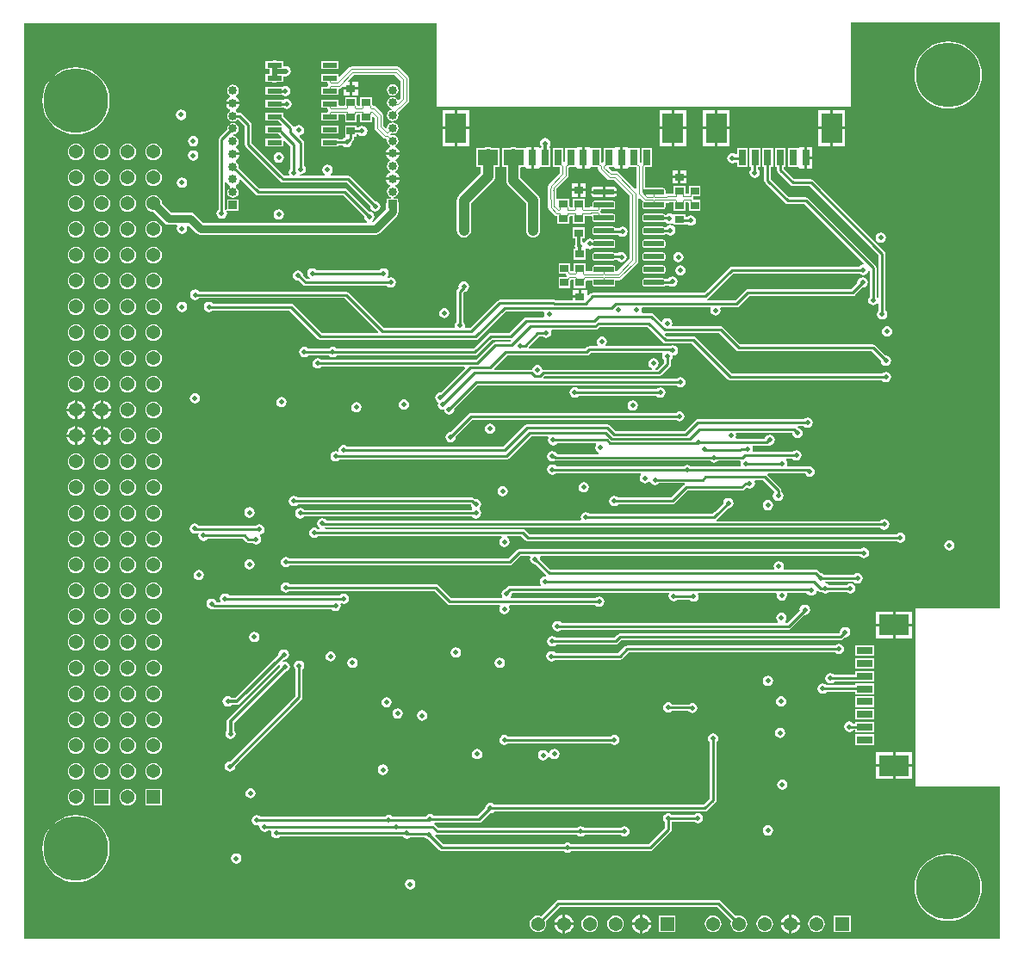
<source format=gbr>
%TF.GenerationSoftware,Altium Limited,Altium Designer,21.6.4 (81)*%
G04 Layer_Physical_Order=4*
G04 Layer_Color=16711680*
%FSLAX26Y26*%
%MOIN*%
%TF.SameCoordinates,8BEB2CB1-843D-409B-AEA6-C59BAE6679C3*%
%TF.FilePolarity,Positive*%
%TF.FileFunction,Copper,L4,Bot,Signal*%
%TF.Part,Single*%
G01*
G75*
%TA.AperFunction,SMDPad,CuDef*%
%ADD16R,0.035433X0.031496*%
%TA.AperFunction,Conductor*%
%ADD30C,0.019685*%
%ADD31C,0.011811*%
%ADD33C,0.010000*%
%ADD35C,0.039370*%
%TA.AperFunction,ComponentPad*%
%ADD36C,0.033465*%
%ADD37R,0.033465X0.033465*%
%ADD38C,0.053937*%
%ADD39R,0.053937X0.053937*%
%ADD40R,0.053937X0.053937*%
%ADD41C,0.250000*%
%TA.AperFunction,ViaPad*%
%ADD42C,0.019685*%
%TA.AperFunction,Conductor*%
%ADD51C,0.004800*%
%TA.AperFunction,SMDPad,CuDef*%
%ADD52R,0.082677X0.118110*%
%ADD53R,0.031496X0.062992*%
%ADD54R,0.057500X0.021000*%
G04:AMPARAMS|DCode=55|XSize=77.953mil|YSize=20.866mil|CornerRadius=2.608mil|HoleSize=0mil|Usage=FLASHONLY|Rotation=0.000|XOffset=0mil|YOffset=0mil|HoleType=Round|Shape=RoundedRectangle|*
%AMROUNDEDRECTD55*
21,1,0.077953,0.015650,0,0,0.0*
21,1,0.072736,0.020866,0,0,0.0*
1,1,0.005216,0.036368,-0.007825*
1,1,0.005216,-0.036368,-0.007825*
1,1,0.005216,-0.036368,0.007825*
1,1,0.005216,0.036368,0.007825*
%
%ADD55ROUNDEDRECTD55*%
%ADD56R,0.062992X0.031496*%
%ADD57R,0.118110X0.082677*%
%TA.AperFunction,Conductor*%
%ADD58C,0.031496*%
G36*
X3775590Y1281212D02*
X3449430D01*
Y590551D01*
X3775591D01*
Y0D01*
X0D01*
Y3547244D01*
X1594488D01*
Y3223425D01*
X3198819D01*
Y3550000D01*
X3775591Y3550000D01*
X3775590Y1281212D01*
D02*
G37*
%LPC*%
G36*
X1215803Y3401720D02*
X1148303D01*
Y3370720D01*
X1215803D01*
Y3401720D01*
D02*
G37*
G36*
X967553Y3404284D02*
X960641Y3402909D01*
X958862Y3401720D01*
X933803D01*
Y3370720D01*
X949490D01*
Y3351720D01*
X933803D01*
Y3320720D01*
X958862D01*
X960641Y3319532D01*
X967553Y3318157D01*
X974466Y3319532D01*
X976245Y3320720D01*
X1001303D01*
Y3342396D01*
X1006303Y3343069D01*
X1011811Y3341974D01*
X1019553Y3343514D01*
X1026117Y3347899D01*
X1030502Y3354463D01*
X1032042Y3362205D01*
X1030502Y3369947D01*
X1026117Y3376510D01*
X1019553Y3380896D01*
X1011811Y3382436D01*
X1006303Y3381340D01*
X1001834Y3384257D01*
X1001303Y3385056D01*
Y3401720D01*
X976245D01*
X974466Y3402909D01*
X967553Y3404284D01*
D02*
G37*
G36*
X1443414Y3380164D02*
X1443413Y3380164D01*
X1264953D01*
X1260944Y3379366D01*
X1257546Y3377095D01*
X1257546Y3377095D01*
X1220423Y3339972D01*
X1215803Y3341885D01*
Y3351720D01*
X1148303D01*
Y3320720D01*
X1166811D01*
X1171578Y3320432D01*
X1172375Y3316424D01*
X1174646Y3313025D01*
Y3309416D01*
X1172375Y3306017D01*
X1171578Y3302009D01*
X1166811Y3301720D01*
X1148303D01*
Y3270720D01*
X1215803D01*
Y3290382D01*
X1218188Y3294345D01*
X1222196Y3295143D01*
X1225595Y3297413D01*
X1231444Y3303262D01*
X1236063Y3301349D01*
Y3300275D01*
X1258780D01*
Y3321024D01*
X1255738D01*
X1253824Y3325643D01*
X1274594Y3346413D01*
X1433773D01*
X1454525Y3325661D01*
Y3257525D01*
X1448442Y3251443D01*
X1443466Y3251933D01*
X1440865Y3255826D01*
X1433676Y3260629D01*
X1425197Y3262316D01*
X1416717Y3260629D01*
X1409529Y3255826D01*
X1404726Y3248637D01*
X1403039Y3240157D01*
X1404726Y3231678D01*
X1409529Y3224489D01*
X1416717Y3219686D01*
X1419190Y3219194D01*
X1421999Y3213538D01*
X1421422Y3212352D01*
X1416717Y3211416D01*
X1409529Y3206613D01*
X1404726Y3199424D01*
X1403039Y3190945D01*
X1404726Y3182465D01*
X1409529Y3175277D01*
X1416717Y3170474D01*
X1425197Y3168787D01*
X1433676Y3170474D01*
X1440865Y3175277D01*
X1445668Y3182465D01*
X1447355Y3190945D01*
X1445668Y3199424D01*
X1444178Y3201655D01*
X1454280Y3211758D01*
X1455628Y3212026D01*
X1459026Y3214297D01*
X1485207Y3240477D01*
X1487478Y3243876D01*
X1488275Y3247885D01*
X1488275Y3247885D01*
Y3335301D01*
X1488275Y3335302D01*
X1487478Y3339311D01*
X1485207Y3342709D01*
X1485207Y3342709D01*
X1450821Y3377095D01*
X1447422Y3379366D01*
X1443414Y3380164D01*
D02*
G37*
G36*
X1291496Y3321024D02*
X1268780D01*
Y3300275D01*
X1291496D01*
Y3321024D01*
D02*
G37*
G36*
Y3290275D02*
X1268780D01*
Y3269528D01*
X1291496D01*
Y3290275D01*
D02*
G37*
G36*
X1258780D02*
X1236063D01*
Y3269528D01*
X1258780D01*
Y3290275D01*
D02*
G37*
G36*
X1425197Y3311528D02*
X1416717Y3309841D01*
X1409529Y3305038D01*
X1404726Y3297850D01*
X1403039Y3289370D01*
X1404726Y3280891D01*
X1409529Y3273702D01*
X1416717Y3268899D01*
X1425197Y3267212D01*
X1433676Y3268899D01*
X1440865Y3273702D01*
X1445668Y3280891D01*
X1447355Y3289370D01*
X1445668Y3297850D01*
X1440865Y3305038D01*
X1433676Y3309841D01*
X1425197Y3311528D01*
D02*
G37*
G36*
X1010000Y3305231D02*
X1002258Y3303691D01*
X999308Y3301720D01*
X933803D01*
Y3270720D01*
X995677D01*
X995694Y3270694D01*
X1002258Y3266309D01*
X1010000Y3264769D01*
X1017742Y3266309D01*
X1024306Y3270694D01*
X1028691Y3277258D01*
X1030231Y3285000D01*
X1028691Y3292742D01*
X1024306Y3299306D01*
X1017742Y3303691D01*
X1010000Y3305231D01*
D02*
G37*
G36*
X1015000Y3255231D02*
X1007258Y3253691D01*
X1002973Y3250828D01*
X1001303Y3251721D01*
Y3251720D01*
X933803D01*
Y3220720D01*
X1000677D01*
X1000694Y3220694D01*
X1007258Y3216309D01*
X1015000Y3214769D01*
X1022742Y3216309D01*
X1029306Y3220694D01*
X1033691Y3227258D01*
X1035231Y3235000D01*
X1033691Y3242742D01*
X1029306Y3249306D01*
X1022742Y3253691D01*
X1015000Y3255231D01*
D02*
G37*
G36*
X807087Y3309560D02*
X798607Y3307873D01*
X791418Y3303070D01*
X786615Y3295881D01*
X784928Y3287402D01*
X786615Y3278922D01*
X791418Y3271733D01*
X796673Y3268222D01*
X796338Y3262672D01*
X793605Y3261540D01*
X788021Y3257255D01*
X783736Y3251671D01*
X781042Y3245168D01*
X780782Y3243189D01*
X807087D01*
X833391D01*
X833131Y3245168D01*
X830437Y3251671D01*
X826152Y3257255D01*
X820568Y3261540D01*
X817835Y3262672D01*
X817500Y3268222D01*
X822755Y3271733D01*
X827558Y3278922D01*
X829245Y3287402D01*
X827558Y3295881D01*
X822755Y3303070D01*
X815566Y3307873D01*
X807087Y3309560D01*
D02*
G37*
G36*
X1345551Y3260905D02*
X1300118D01*
Y3232697D01*
X1298863Y3230818D01*
X1298595Y3229474D01*
X1288019D01*
X1287751Y3230818D01*
X1286496Y3232697D01*
Y3260905D01*
X1241063D01*
Y3232697D01*
X1239808Y3230818D01*
X1239540Y3229474D01*
X1224704D01*
X1224703Y3229474D01*
X1220695Y3228676D01*
X1215803Y3230390D01*
Y3251720D01*
X1148303D01*
Y3220720D01*
X1166811D01*
X1171578Y3220432D01*
X1172375Y3216424D01*
X1174646Y3213025D01*
Y3209416D01*
X1172375Y3206017D01*
X1171578Y3202009D01*
X1166811Y3201720D01*
X1148303D01*
Y3170720D01*
X1215803D01*
Y3194345D01*
X1228627D01*
X1228627Y3194345D01*
X1232636Y3195143D01*
X1233505Y3195723D01*
X1239540D01*
X1239808Y3194379D01*
X1241063Y3192500D01*
Y3164291D01*
X1286496D01*
Y3192500D01*
X1287751Y3194379D01*
X1288019Y3195723D01*
X1298595D01*
X1298863Y3194379D01*
X1300118Y3192500D01*
Y3164291D01*
X1345551D01*
Y3184084D01*
X1350551Y3186155D01*
X1356111Y3180595D01*
Y3141042D01*
X1356111Y3141041D01*
X1356909Y3137032D01*
X1359179Y3133634D01*
X1389495Y3103319D01*
X1389495Y3103319D01*
X1392893Y3101048D01*
X1396902Y3100251D01*
X1396902Y3100251D01*
X1399774D01*
X1403666Y3095671D01*
X1403039Y3092520D01*
X1404726Y3084040D01*
X1409529Y3076852D01*
X1414783Y3073341D01*
X1414448Y3067790D01*
X1411715Y3066658D01*
X1406131Y3062373D01*
X1401846Y3056789D01*
X1399153Y3050286D01*
X1398892Y3048307D01*
X1425197D01*
X1451502D01*
X1451241Y3050286D01*
X1448547Y3056789D01*
X1444263Y3062373D01*
X1438678Y3066658D01*
X1435946Y3067790D01*
X1435610Y3073341D01*
X1440865Y3076852D01*
X1445668Y3084040D01*
X1447355Y3092520D01*
X1445668Y3100999D01*
X1440865Y3108188D01*
X1433676Y3112991D01*
X1425197Y3114678D01*
X1419072Y3113459D01*
X1415405Y3117126D01*
X1419072Y3120793D01*
X1425197Y3119574D01*
X1433676Y3121261D01*
X1440865Y3126064D01*
X1445668Y3133253D01*
X1447355Y3141732D01*
X1445668Y3150212D01*
X1440865Y3157400D01*
X1433676Y3162204D01*
X1425197Y3163890D01*
X1416717Y3162204D01*
X1409529Y3157400D01*
X1404726Y3150212D01*
X1403511Y3144105D01*
X1398209Y3142335D01*
X1389862Y3150682D01*
Y3190236D01*
X1389065Y3194245D01*
X1386794Y3197643D01*
X1386794Y3197644D01*
X1358032Y3226406D01*
X1354633Y3228676D01*
X1350624Y3229474D01*
X1347829Y3230818D01*
X1345558Y3234217D01*
X1345558Y3234217D01*
X1345551Y3234224D01*
Y3260905D01*
D02*
G37*
G36*
X3575591Y3477646D02*
X3555191Y3476041D01*
X3535294Y3471264D01*
X3516389Y3463433D01*
X3498942Y3452742D01*
X3483383Y3439452D01*
X3470093Y3423892D01*
X3459402Y3406445D01*
X3451571Y3387541D01*
X3446794Y3367644D01*
X3445189Y3347244D01*
X3446794Y3326845D01*
X3451571Y3306948D01*
X3459402Y3288043D01*
X3470093Y3270596D01*
X3483383Y3255036D01*
X3498942Y3241747D01*
X3516389Y3231055D01*
X3535294Y3223224D01*
X3555191Y3218448D01*
X3575591Y3216842D01*
X3595990Y3218448D01*
X3615887Y3223224D01*
X3634792Y3231055D01*
X3652239Y3241747D01*
X3667799Y3255036D01*
X3681088Y3270596D01*
X3691780Y3288043D01*
X3699610Y3306948D01*
X3704387Y3326845D01*
X3705993Y3347244D01*
X3704387Y3367644D01*
X3699610Y3387541D01*
X3691780Y3406445D01*
X3681088Y3423892D01*
X3667799Y3439452D01*
X3652239Y3452742D01*
X3634792Y3463433D01*
X3615887Y3471264D01*
X3595990Y3476041D01*
X3575591Y3477646D01*
D02*
G37*
G36*
X606299Y3213145D02*
X598557Y3211605D01*
X591994Y3207219D01*
X587608Y3200655D01*
X586068Y3192913D01*
X587608Y3185171D01*
X591994Y3178608D01*
X598557Y3174222D01*
X606299Y3172682D01*
X614041Y3174222D01*
X620605Y3178608D01*
X624990Y3185171D01*
X626530Y3192913D01*
X624990Y3200655D01*
X620605Y3207219D01*
X614041Y3211605D01*
X606299Y3213145D01*
D02*
G37*
G36*
X2561181Y3210787D02*
X2514842D01*
Y3146732D01*
X2561181D01*
Y3210787D01*
D02*
G37*
G36*
X1720630D02*
X1674291D01*
Y3146732D01*
X1720630D01*
Y3210787D01*
D02*
G37*
G36*
X2504842D02*
X2458504D01*
Y3146732D01*
X2504842D01*
Y3210787D01*
D02*
G37*
G36*
X1664291D02*
X1617953D01*
Y3146732D01*
X1664291D01*
Y3210787D01*
D02*
G37*
G36*
X3176339Y3210787D02*
X3130000D01*
Y3146732D01*
X3176339D01*
Y3210787D01*
D02*
G37*
G36*
X3120000D02*
X3073661D01*
Y3146732D01*
X3120000D01*
Y3210787D01*
D02*
G37*
G36*
X2729488D02*
X2683150D01*
Y3146732D01*
X2729488D01*
Y3210787D01*
D02*
G37*
G36*
X2673150D02*
X2626811D01*
Y3146732D01*
X2673150D01*
Y3210787D01*
D02*
G37*
G36*
X1215803Y3151720D02*
X1148303D01*
Y3120720D01*
X1215803D01*
Y3151720D01*
D02*
G37*
G36*
X200000Y3377646D02*
X179601Y3376041D01*
X159704Y3371264D01*
X140799Y3363433D01*
X123352Y3352742D01*
X107792Y3339452D01*
X94503Y3323892D01*
X83811Y3306445D01*
X75980Y3287541D01*
X71204Y3267644D01*
X69598Y3247244D01*
X71204Y3226845D01*
X75980Y3206948D01*
X83811Y3188043D01*
X94503Y3170596D01*
X107792Y3155036D01*
X123352Y3141747D01*
X140799Y3131055D01*
X159704Y3123224D01*
X179601Y3118448D01*
X200000Y3116842D01*
X220399Y3118448D01*
X240296Y3123224D01*
X259201Y3131055D01*
X276648Y3141747D01*
X292208Y3155036D01*
X305497Y3170596D01*
X316189Y3188043D01*
X324020Y3206948D01*
X328796Y3226845D01*
X330402Y3247244D01*
X328796Y3267644D01*
X324020Y3287541D01*
X316189Y3306445D01*
X305497Y3323892D01*
X292208Y3339452D01*
X276648Y3352742D01*
X259201Y3363433D01*
X240296Y3371264D01*
X220399Y3376041D01*
X200000Y3377646D01*
D02*
G37*
G36*
X1286496Y3150669D02*
X1241063D01*
Y3109173D01*
X1241063D01*
X1239540Y3104804D01*
X1233726Y3100920D01*
X1232806Y3099544D01*
X1215803D01*
Y3101720D01*
X1148303D01*
Y3070720D01*
X1215803D01*
Y3073291D01*
X1233069D01*
X1233726Y3072309D01*
X1240289Y3067923D01*
X1248032Y3066383D01*
X1255774Y3067923D01*
X1262337Y3072309D01*
X1266723Y3078872D01*
X1268263Y3086614D01*
X1267986Y3088006D01*
X1273061Y3093081D01*
X1275907Y3097339D01*
X1276906Y3102362D01*
Y3109173D01*
X1286496D01*
Y3116795D01*
X1291993D01*
X1292781Y3115616D01*
X1299344Y3111230D01*
X1307087Y3109690D01*
X1314829Y3111230D01*
X1321392Y3115616D01*
X1325778Y3122179D01*
X1327318Y3129921D01*
X1325778Y3137663D01*
X1321392Y3144227D01*
X1314829Y3148613D01*
X1307087Y3150153D01*
X1299344Y3148613D01*
X1292781Y3144227D01*
X1291993Y3143048D01*
X1286496D01*
Y3150669D01*
D02*
G37*
G36*
X2561181Y3136732D02*
X2514842D01*
Y3072677D01*
X2561181D01*
Y3136732D01*
D02*
G37*
G36*
X2504842D02*
X2458504D01*
Y3072677D01*
X2504842D01*
Y3136732D01*
D02*
G37*
G36*
X1720630D02*
X1674291D01*
Y3072677D01*
X1720630D01*
Y3136732D01*
D02*
G37*
G36*
X1664291D02*
X1617953D01*
Y3072677D01*
X1664291D01*
Y3136732D01*
D02*
G37*
G36*
X3176339Y3136732D02*
X3130000D01*
Y3072677D01*
X3176339D01*
Y3136732D01*
D02*
G37*
G36*
X3120000D02*
X3073661D01*
Y3072677D01*
X3120000D01*
Y3136732D01*
D02*
G37*
G36*
X2729488D02*
X2683150D01*
Y3072677D01*
X2729488D01*
Y3136732D01*
D02*
G37*
G36*
X2673150D02*
X2626811D01*
Y3072677D01*
X2673150D01*
Y3136732D01*
D02*
G37*
G36*
X652990Y3111239D02*
X645248Y3109699D01*
X638685Y3105314D01*
X634299Y3098750D01*
X632759Y3091008D01*
X634299Y3083266D01*
X638685Y3076702D01*
X645248Y3072317D01*
X652990Y3070777D01*
X660732Y3072317D01*
X667296Y3076702D01*
X671682Y3083266D01*
X673221Y3091008D01*
X671682Y3098750D01*
X667296Y3105314D01*
X660732Y3109699D01*
X652990Y3111239D01*
D02*
G37*
G36*
X2015748Y3102908D02*
X2008006Y3101368D01*
X2001442Y3096983D01*
X1997057Y3090419D01*
X1995517Y3082677D01*
X1997057Y3074935D01*
X2000622Y3069600D01*
X1998652Y3065059D01*
X1996070Y3065000D01*
X1992283Y3069055D01*
Y3069055D01*
X1971535D01*
Y3027559D01*
Y2986063D01*
X1992283D01*
Y2987188D01*
X1995000Y2991063D01*
X1997284Y2991063D01*
X2036496D01*
Y3064055D01*
X2032593D01*
X2031288Y3066274D01*
X2030510Y3069055D01*
X2034439Y3074935D01*
X2035979Y3082677D01*
X2034439Y3090419D01*
X2030054Y3096983D01*
X2023490Y3101368D01*
X2015748Y3102908D01*
D02*
G37*
G36*
X2799291Y3064055D02*
X2757795D01*
Y3042530D01*
X2757535Y3042289D01*
X2752795Y3040315D01*
X2747742Y3043691D01*
X2740000Y3045231D01*
X2732258Y3043691D01*
X2725694Y3039306D01*
X2721309Y3032742D01*
X2719769Y3025000D01*
X2721309Y3017258D01*
X2725694Y3010694D01*
X2732258Y3006309D01*
X2740000Y3004769D01*
X2747742Y3006309D01*
X2752795Y3009685D01*
X2757535Y3007711D01*
X2757795Y3007470D01*
Y2991063D01*
X2799291D01*
Y3064055D01*
D02*
G37*
G36*
X3050354Y3069055D02*
X3029606D01*
Y3032559D01*
X3050354D01*
Y3069055D01*
D02*
G37*
G36*
X500000Y3082244D02*
X491655Y3081146D01*
X483878Y3077925D01*
X477200Y3072800D01*
X472076Y3066122D01*
X468854Y3058345D01*
X467756Y3050000D01*
X468854Y3041655D01*
X472076Y3033878D01*
X477200Y3027200D01*
X483878Y3022075D01*
X491655Y3018854D01*
X500000Y3017756D01*
X508346Y3018854D01*
X516122Y3022075D01*
X522800Y3027200D01*
X527925Y3033878D01*
X531146Y3041655D01*
X532245Y3050000D01*
X531146Y3058345D01*
X527925Y3066122D01*
X522800Y3072800D01*
X516122Y3077925D01*
X508346Y3081146D01*
X500000Y3082244D01*
D02*
G37*
G36*
X400000D02*
X391655Y3081146D01*
X383878Y3077925D01*
X377200Y3072800D01*
X372076Y3066122D01*
X368854Y3058345D01*
X367756Y3050000D01*
X368854Y3041655D01*
X372076Y3033878D01*
X377200Y3027200D01*
X383878Y3022075D01*
X391655Y3018854D01*
X400000Y3017756D01*
X408346Y3018854D01*
X416122Y3022075D01*
X422800Y3027200D01*
X427925Y3033878D01*
X431146Y3041655D01*
X432245Y3050000D01*
X431146Y3058345D01*
X427925Y3066122D01*
X422800Y3072800D01*
X416122Y3077925D01*
X408346Y3081146D01*
X400000Y3082244D01*
D02*
G37*
G36*
X300000D02*
X291655Y3081146D01*
X283878Y3077925D01*
X277200Y3072800D01*
X272076Y3066122D01*
X268854Y3058345D01*
X267756Y3050000D01*
X268854Y3041655D01*
X272076Y3033878D01*
X277200Y3027200D01*
X283878Y3022075D01*
X291655Y3018854D01*
X300000Y3017756D01*
X308346Y3018854D01*
X316122Y3022075D01*
X322800Y3027200D01*
X327925Y3033878D01*
X331146Y3041655D01*
X332245Y3050000D01*
X331146Y3058345D01*
X327925Y3066122D01*
X322800Y3072800D01*
X316122Y3077925D01*
X308346Y3081146D01*
X300000Y3082244D01*
D02*
G37*
G36*
X200000D02*
X191655Y3081146D01*
X183878Y3077925D01*
X177200Y3072800D01*
X172076Y3066122D01*
X168854Y3058345D01*
X167756Y3050000D01*
X168854Y3041655D01*
X172076Y3033878D01*
X177200Y3027200D01*
X183878Y3022075D01*
X191655Y3018854D01*
X200000Y3017756D01*
X208346Y3018854D01*
X216122Y3022075D01*
X222800Y3027200D01*
X227925Y3033878D01*
X231146Y3041655D01*
X232244Y3050000D01*
X231146Y3058345D01*
X227925Y3066122D01*
X222800Y3072800D01*
X216122Y3077925D01*
X208346Y3081146D01*
X200000Y3082244D01*
D02*
G37*
G36*
X653543Y3055664D02*
X645801Y3054124D01*
X639238Y3049739D01*
X634852Y3043175D01*
X633312Y3035433D01*
X634852Y3027691D01*
X639238Y3021128D01*
X645801Y3016742D01*
X653543Y3015202D01*
X661285Y3016742D01*
X667849Y3021128D01*
X672235Y3027691D01*
X673774Y3035433D01*
X672235Y3043175D01*
X667849Y3049739D01*
X661285Y3054124D01*
X653543Y3055664D01*
D02*
G37*
G36*
X2158386Y3069055D02*
X2137638D01*
Y3067930D01*
X2134921Y3064055D01*
X2132638Y3064055D01*
X2093425D01*
Y3010022D01*
X2090709Y3007772D01*
X2085709Y3010123D01*
Y3064055D01*
X2044213D01*
Y2991063D01*
X2070894D01*
X2070901Y2991056D01*
X2070901Y2991056D01*
X2072692Y2989860D01*
Y2967360D01*
X2029995Y2924663D01*
X2029108Y2923335D01*
X2028109Y2922090D01*
X2027980Y2921647D01*
X2027724Y2921264D01*
X2027412Y2919698D01*
X2026966Y2918166D01*
X2025520Y2901586D01*
X2025592Y2900929D01*
X2025158Y2897638D01*
X2025315Y2896448D01*
X2025488Y2891470D01*
X2026930Y2833659D01*
X2027350Y2831793D01*
X2027724Y2829912D01*
X2027797Y2829801D01*
X2027827Y2829672D01*
X2028930Y2828107D01*
X2029995Y2826513D01*
X2051417Y2805091D01*
X2051417Y2805090D01*
X2054816Y2802820D01*
X2058824Y2802022D01*
X2062375D01*
X2062642Y2800678D01*
X2063898Y2798799D01*
Y2770591D01*
X2109331D01*
Y2798799D01*
X2110586Y2800678D01*
X2110853Y2802022D01*
X2121430D01*
X2121698Y2800678D01*
X2122953Y2798799D01*
Y2770591D01*
X2168386D01*
Y2798799D01*
X2169641Y2800678D01*
X2169909Y2802022D01*
X2192701D01*
X2192701Y2802022D01*
X2193394Y2802160D01*
X2198394Y2798878D01*
Y2786663D01*
X2198985Y2783695D01*
X2200666Y2781178D01*
X2203183Y2779497D01*
X2206151Y2778906D01*
X2278888D01*
X2281856Y2779497D01*
X2284373Y2781178D01*
X2286055Y2783695D01*
X2286645Y2786663D01*
Y2802313D01*
X2286055Y2805282D01*
X2284373Y2807798D01*
X2281856Y2809480D01*
X2278888Y2810070D01*
X2236817D01*
X2232066Y2810276D01*
X2231269Y2814285D01*
X2229622Y2816751D01*
X2229154Y2819268D01*
X2229453Y2822303D01*
X2231049Y2824691D01*
X2231846Y2828700D01*
X2236597Y2828906D01*
X2278888D01*
X2281856Y2829497D01*
X2284373Y2831178D01*
X2286055Y2833695D01*
X2286645Y2836663D01*
Y2852313D01*
X2286055Y2855282D01*
X2284373Y2857798D01*
X2281856Y2859480D01*
X2278888Y2860070D01*
X2206151D01*
X2203183Y2859480D01*
X2200666Y2857798D01*
X2198985Y2855282D01*
X2198394Y2852313D01*
Y2836664D01*
X2198148Y2836363D01*
X2187990D01*
X2187990Y2836364D01*
X2185021Y2835773D01*
X2169909D01*
X2169641Y2837117D01*
X2168386Y2838996D01*
Y2867205D01*
X2122953D01*
Y2838996D01*
X2121698Y2837117D01*
X2121430Y2835773D01*
X2110853D01*
X2110586Y2837117D01*
X2109331Y2838996D01*
Y2867205D01*
X2063898D01*
X2059858Y2869523D01*
X2059103Y2897318D01*
X2059236Y2897322D01*
X2059450Y2899028D01*
X2059185Y2899060D01*
X2059185Y2899060D01*
X2060164Y2907101D01*
X2103374Y2950311D01*
X2103374Y2950311D01*
X2105645Y2953710D01*
X2106442Y2957719D01*
X2106442Y2957719D01*
Y2986808D01*
X2110944Y2991063D01*
X2132638D01*
X2134921Y2991063D01*
X2137638Y2987188D01*
Y2986063D01*
X2158386D01*
Y3027559D01*
Y3069055D01*
D02*
G37*
G36*
X984252Y3047790D02*
X976510Y3046250D01*
X969946Y3041865D01*
X965561Y3035301D01*
X964021Y3027559D01*
X965561Y3019817D01*
X969946Y3013253D01*
X976510Y3008868D01*
X984252Y3007328D01*
X991994Y3008868D01*
X998558Y3013253D01*
X1002943Y3019817D01*
X1004483Y3027559D01*
X1002943Y3035301D01*
X998558Y3041865D01*
X991994Y3046250D01*
X984252Y3047790D01*
D02*
G37*
G36*
X2336772Y3069055D02*
X2316024D01*
Y3027559D01*
Y2986063D01*
X2336772D01*
Y2987188D01*
X2339488Y2991063D01*
X2341772Y2991063D01*
X2366170D01*
X2366177Y2991056D01*
X2366177Y2991056D01*
X2367967Y2989860D01*
Y2907702D01*
X2363348Y2905789D01*
X2298508Y2970629D01*
X2295109Y2972900D01*
X2291100Y2973698D01*
X2291100Y2973697D01*
X2273585D01*
X2260838Y2986444D01*
X2262752Y2991063D01*
X2282559Y2991063D01*
X2285276Y2987188D01*
Y2986063D01*
X2306024D01*
Y3027559D01*
Y3069055D01*
X2285276D01*
Y3067930D01*
X2282559Y3064055D01*
X2280276Y3064055D01*
X2241063D01*
Y3009644D01*
X2236063Y3007476D01*
X2233346Y3010020D01*
Y3064055D01*
X2194134D01*
X2191851Y3064055D01*
X2189134Y3067930D01*
Y3069055D01*
X2168386D01*
Y3027559D01*
Y2986063D01*
X2189134D01*
Y2987188D01*
X2191851Y2991063D01*
X2194134Y2991063D01*
X2218532D01*
X2218539Y2991056D01*
X2218539Y2991056D01*
X2220329Y2989860D01*
Y2983562D01*
X2220329Y2983561D01*
X2221127Y2979552D01*
X2223398Y2976154D01*
X2256536Y2943015D01*
X2256537Y2943015D01*
X2259935Y2940744D01*
X2263944Y2939947D01*
X2281459D01*
X2342367Y2879039D01*
Y2635126D01*
X2293605Y2586363D01*
X2286891D01*
X2286645Y2586664D01*
Y2602313D01*
X2286055Y2605282D01*
X2284373Y2607798D01*
X2281856Y2609480D01*
X2278888Y2610070D01*
X2206151D01*
X2203183Y2609480D01*
X2200666Y2607798D01*
X2198985Y2605282D01*
X2198394Y2602313D01*
Y2586664D01*
X2198148Y2586363D01*
X2174120D01*
X2173578Y2589086D01*
X2172323Y2590964D01*
Y2619173D01*
X2126890D01*
Y2590964D01*
X2125635Y2589086D01*
X2125367Y2587741D01*
X2121177D01*
X2121177Y2587741D01*
X2114790D01*
X2114523Y2589086D01*
X2113268Y2590964D01*
Y2619173D01*
X2067835D01*
Y2577677D01*
X2094847D01*
X2095167Y2576069D01*
X2097438Y2572671D01*
Y2569061D01*
X2095167Y2565663D01*
X2094847Y2564055D01*
X2067835D01*
Y2522559D01*
X2113268D01*
Y2550768D01*
X2114523Y2552646D01*
X2114790Y2553991D01*
X2125367D01*
X2125635Y2552646D01*
X2126890Y2550768D01*
Y2522559D01*
X2172323D01*
Y2549241D01*
X2172330Y2549248D01*
X2172330Y2549248D01*
X2174578Y2552613D01*
X2198148D01*
X2198394Y2552313D01*
Y2536663D01*
X2198985Y2533695D01*
X2200666Y2531178D01*
X2203183Y2529497D01*
X2206151Y2528906D01*
X2278888D01*
X2281856Y2529497D01*
X2284373Y2531178D01*
X2286055Y2533695D01*
X2286645Y2536663D01*
Y2552313D01*
X2286891Y2552613D01*
X2303245D01*
X2303246Y2552613D01*
X2307254Y2553410D01*
X2310653Y2555681D01*
X2373050Y2618078D01*
X2375320Y2621476D01*
X2376118Y2625485D01*
X2376118Y2625485D01*
Y2869420D01*
X2380737Y2871333D01*
X2394565Y2857506D01*
X2393079Y2855282D01*
X2392489Y2852313D01*
Y2836663D01*
X2393079Y2833695D01*
X2394761Y2831178D01*
X2397277Y2829497D01*
X2400246Y2828906D01*
X2472982D01*
X2475951Y2829497D01*
X2478468Y2831178D01*
X2480149Y2833695D01*
X2480740Y2836663D01*
Y2852313D01*
X2480986Y2852613D01*
X2492128D01*
X2492128Y2852613D01*
X2495097Y2853204D01*
X2511194D01*
X2511461Y2851859D01*
X2512717Y2849981D01*
Y2821772D01*
X2558150D01*
Y2849981D01*
X2559405Y2851859D01*
X2559672Y2853204D01*
X2570249D01*
X2570517Y2851859D01*
X2571772Y2849981D01*
Y2821772D01*
X2617205D01*
Y2863268D01*
X2590192D01*
X2589872Y2864876D01*
X2588251Y2867302D01*
X2587857Y2870079D01*
X2588251Y2872855D01*
X2589872Y2875282D01*
X2590192Y2876890D01*
X2617205D01*
Y2918386D01*
X2571772D01*
Y2890177D01*
X2570516Y2888298D01*
X2570249Y2886954D01*
X2559672D01*
X2559405Y2888298D01*
X2558150Y2890177D01*
Y2918386D01*
X2512717D01*
Y2890177D01*
X2511461Y2888298D01*
X2511194Y2886954D01*
X2487417D01*
X2485720Y2886617D01*
X2480740Y2889441D01*
Y2902313D01*
X2480149Y2905282D01*
X2478468Y2907798D01*
X2475951Y2909480D01*
X2472982Y2910070D01*
X2401718D01*
Y2989860D01*
X2403508Y2991056D01*
X2403515Y2991063D01*
X2430197D01*
Y3064055D01*
X2388701D01*
Y3010022D01*
X2385984Y3007772D01*
X2380984Y3010123D01*
Y3064055D01*
X2341772D01*
X2339488Y3064055D01*
X2336772Y3067930D01*
Y3069055D01*
D02*
G37*
G36*
X1892716Y3069135D02*
X1885522Y3068188D01*
X1878818Y3065411D01*
X1877051Y3064055D01*
X1847362D01*
Y2991063D01*
X1864920D01*
Y2937992D01*
X1865867Y2930798D01*
X1868644Y2924094D01*
X1873061Y2918337D01*
X1940707Y2850691D01*
Y2805118D01*
Y2775591D01*
Y2746063D01*
X1941654Y2738869D01*
X1944431Y2732165D01*
X1948849Y2726408D01*
X1954605Y2721990D01*
X1961310Y2719213D01*
X1968504Y2718266D01*
X1975698Y2719213D01*
X1982402Y2721990D01*
X1988159Y2726408D01*
X1992577Y2732165D01*
X1995353Y2738869D01*
X1996301Y2746063D01*
Y2775591D01*
Y2805118D01*
Y2834646D01*
Y2862205D01*
X1995353Y2869399D01*
X1992577Y2876103D01*
X1988159Y2881860D01*
X1920513Y2949506D01*
Y2987528D01*
X1924049Y2991063D01*
X1938071Y2991063D01*
X1940787Y2987188D01*
Y2986063D01*
X1961535D01*
Y3027559D01*
Y3069055D01*
X1940787D01*
Y3067930D01*
X1938071Y3064055D01*
X1935787Y3064055D01*
X1908382D01*
X1906615Y3065411D01*
X1899911Y3068188D01*
X1892716Y3069135D01*
D02*
G37*
G36*
X3050354Y3022559D02*
X3029606D01*
Y2986063D01*
X3050354D01*
Y3022559D01*
D02*
G37*
G36*
X3019606Y3069055D02*
X2998858D01*
Y3067930D01*
X2996142Y3064055D01*
X2993858Y3064055D01*
X2954646D01*
Y2991063D01*
X2993858D01*
X2996142Y2991063D01*
X2998858Y2987188D01*
Y2986063D01*
X3019606D01*
Y3027559D01*
Y3069055D01*
D02*
G37*
G36*
X2563150Y2978504D02*
X2540433D01*
Y2957756D01*
X2563150D01*
Y2978504D01*
D02*
G37*
G36*
X2530433D02*
X2507717D01*
Y2957756D01*
X2530433D01*
Y2978504D01*
D02*
G37*
G36*
X1451502Y3038307D02*
X1425197D01*
X1398892D01*
X1399153Y3036329D01*
X1401846Y3029826D01*
X1406131Y3024241D01*
X1411715Y3019956D01*
X1414448Y3018825D01*
X1414783Y3013274D01*
X1409529Y3009763D01*
X1404726Y3002574D01*
X1403039Y2994095D01*
X1404726Y2985615D01*
X1409529Y2978426D01*
X1414783Y2974915D01*
X1414448Y2969365D01*
X1411715Y2968233D01*
X1406131Y2963948D01*
X1401846Y2958363D01*
X1399153Y2951860D01*
X1398892Y2949882D01*
X1425197D01*
X1451502D01*
X1451241Y2951860D01*
X1448547Y2958363D01*
X1444263Y2963948D01*
X1438678Y2968233D01*
X1435946Y2969365D01*
X1435610Y2974915D01*
X1440865Y2978426D01*
X1445668Y2985615D01*
X1447355Y2994095D01*
X1445668Y3002574D01*
X1440865Y3009763D01*
X1435610Y3013274D01*
X1435946Y3018825D01*
X1438678Y3019956D01*
X1444263Y3024241D01*
X1448547Y3029826D01*
X1451241Y3036329D01*
X1451502Y3038307D01*
D02*
G37*
G36*
X2848504Y3064055D02*
X2807008D01*
Y2991063D01*
X2813646D01*
Y2983598D01*
X2812466Y2982809D01*
X2808081Y2976246D01*
X2806541Y2968504D01*
X2808081Y2960762D01*
X2812466Y2954198D01*
X2819030Y2949813D01*
X2826772Y2948273D01*
X2834514Y2949813D01*
X2841077Y2954198D01*
X2845463Y2960762D01*
X2847003Y2968504D01*
X2845463Y2976246D01*
X2841077Y2982809D01*
X2839898Y2983598D01*
Y2991063D01*
X2848504D01*
Y3064055D01*
D02*
G37*
G36*
X2563150Y2947756D02*
X2540433D01*
Y2927008D01*
X2563150D01*
Y2947756D01*
D02*
G37*
G36*
X2530433D02*
X2507717D01*
Y2927008D01*
X2530433D01*
Y2947756D01*
D02*
G37*
G36*
X500000Y2982244D02*
X491655Y2981146D01*
X483878Y2977925D01*
X477200Y2972800D01*
X472076Y2966122D01*
X468854Y2958345D01*
X467756Y2950000D01*
X468854Y2941655D01*
X472076Y2933878D01*
X477200Y2927200D01*
X483878Y2922075D01*
X491655Y2918854D01*
X500000Y2917756D01*
X508346Y2918854D01*
X516122Y2922075D01*
X522800Y2927200D01*
X527925Y2933878D01*
X531146Y2941655D01*
X532245Y2950000D01*
X531146Y2958345D01*
X527925Y2966122D01*
X522800Y2972800D01*
X516122Y2977925D01*
X508346Y2981146D01*
X500000Y2982244D01*
D02*
G37*
G36*
X400000D02*
X391655Y2981146D01*
X383878Y2977925D01*
X377200Y2972800D01*
X372076Y2966122D01*
X368854Y2958345D01*
X367756Y2950000D01*
X368854Y2941655D01*
X372076Y2933878D01*
X377200Y2927200D01*
X383878Y2922075D01*
X391655Y2918854D01*
X400000Y2917756D01*
X408346Y2918854D01*
X416122Y2922075D01*
X422800Y2927200D01*
X427925Y2933878D01*
X431146Y2941655D01*
X432245Y2950000D01*
X431146Y2958345D01*
X427925Y2966122D01*
X422800Y2972800D01*
X416122Y2977925D01*
X408346Y2981146D01*
X400000Y2982244D01*
D02*
G37*
G36*
X300000D02*
X291655Y2981146D01*
X283878Y2977925D01*
X277200Y2972800D01*
X272076Y2966122D01*
X268854Y2958345D01*
X267756Y2950000D01*
X268854Y2941655D01*
X272076Y2933878D01*
X277200Y2927200D01*
X283878Y2922075D01*
X291655Y2918854D01*
X300000Y2917756D01*
X308346Y2918854D01*
X316122Y2922075D01*
X322800Y2927200D01*
X327925Y2933878D01*
X331146Y2941655D01*
X332245Y2950000D01*
X331146Y2958345D01*
X327925Y2966122D01*
X322800Y2972800D01*
X316122Y2977925D01*
X308346Y2981146D01*
X300000Y2982244D01*
D02*
G37*
G36*
X200000D02*
X191655Y2981146D01*
X183878Y2977925D01*
X177200Y2972800D01*
X172076Y2966122D01*
X168854Y2958345D01*
X167756Y2950000D01*
X168854Y2941655D01*
X172076Y2933878D01*
X177200Y2927200D01*
X183878Y2922075D01*
X191655Y2918854D01*
X200000Y2917756D01*
X208346Y2918854D01*
X216122Y2922075D01*
X222800Y2927200D01*
X227925Y2933878D01*
X231146Y2941655D01*
X232244Y2950000D01*
X231146Y2958345D01*
X227925Y2966122D01*
X222800Y2972800D01*
X216122Y2977925D01*
X208346Y2981146D01*
X200000Y2982244D01*
D02*
G37*
G36*
X610000Y2950231D02*
X602258Y2948691D01*
X595694Y2944306D01*
X591309Y2937742D01*
X589769Y2930000D01*
X591309Y2922258D01*
X595694Y2915694D01*
X602258Y2911309D01*
X610000Y2909769D01*
X617742Y2911309D01*
X624306Y2915694D01*
X628691Y2922258D01*
X630231Y2930000D01*
X628691Y2937742D01*
X624306Y2944306D01*
X617742Y2948691D01*
X610000Y2950231D01*
D02*
G37*
G36*
X2173386Y2927323D02*
X2150669D01*
Y2906575D01*
X2173386D01*
Y2927323D01*
D02*
G37*
G36*
X2140669D02*
X2117953D01*
Y2906575D01*
X2140669D01*
Y2927323D01*
D02*
G37*
G36*
X2278888Y2915168D02*
X2247520D01*
Y2899488D01*
X2291743D01*
Y2902313D01*
X2290765Y2907233D01*
X2287978Y2911403D01*
X2283807Y2914190D01*
X2278888Y2915168D01*
D02*
G37*
G36*
X2237520D02*
X2206151D01*
X2201232Y2914190D01*
X2197061Y2911403D01*
X2194275Y2907233D01*
X2193296Y2902313D01*
Y2899488D01*
X2237520D01*
Y2915168D01*
D02*
G37*
G36*
X2173386Y2896575D02*
X2150669D01*
Y2875827D01*
X2173386D01*
Y2896575D01*
D02*
G37*
G36*
X2140669D02*
X2117953D01*
Y2875827D01*
X2140669D01*
Y2896575D01*
D02*
G37*
G36*
X2291743Y2889488D02*
X2247520D01*
Y2873808D01*
X2278888D01*
X2283807Y2874787D01*
X2287978Y2877573D01*
X2290765Y2881744D01*
X2291743Y2886663D01*
Y2889488D01*
D02*
G37*
G36*
X2237520D02*
X2193296D01*
Y2886663D01*
X2194275Y2881744D01*
X2197061Y2877573D01*
X2201232Y2874787D01*
X2206151Y2873808D01*
X2237520D01*
Y2889488D01*
D02*
G37*
G36*
X833391Y3233189D02*
X807087D01*
X780782D01*
X781042Y3231211D01*
X783736Y3224707D01*
X788021Y3219123D01*
X793605Y3214838D01*
X796338Y3213706D01*
X796673Y3208155D01*
X791418Y3204644D01*
X786615Y3197456D01*
X784928Y3188976D01*
X786615Y3180497D01*
X791418Y3173308D01*
X798607Y3168505D01*
X807087Y3166818D01*
X815566Y3168505D01*
X822755Y3173308D01*
X823116Y3173849D01*
X828852Y3174286D01*
X853015Y3150122D01*
Y3078858D01*
X854015Y3073835D01*
X856860Y3069577D01*
X980246Y2946191D01*
X980246Y2946191D01*
X991824Y2934613D01*
X996083Y2931767D01*
X1001106Y2930768D01*
X1247519D01*
X1338313Y2839974D01*
X1338036Y2838583D01*
X1339576Y2830841D01*
X1343962Y2824277D01*
X1350526Y2819892D01*
X1358268Y2818352D01*
X1366010Y2819892D01*
X1372573Y2824277D01*
X1376959Y2830841D01*
X1378499Y2838583D01*
X1376959Y2846325D01*
X1372573Y2852888D01*
X1366010Y2857274D01*
X1358268Y2858814D01*
X1356877Y2858537D01*
X1262238Y2953176D01*
X1257979Y2956021D01*
X1252956Y2957020D01*
X1185377D01*
X1184564Y2958012D01*
X1185555Y2964687D01*
X1187534Y2966009D01*
X1191919Y2972573D01*
X1193459Y2980315D01*
X1191919Y2988057D01*
X1187534Y2994621D01*
X1180970Y2999006D01*
X1173228Y3000546D01*
X1165486Y2999006D01*
X1158923Y2994621D01*
X1154537Y2988057D01*
X1152997Y2980315D01*
X1154537Y2972573D01*
X1158923Y2966009D01*
X1160901Y2964687D01*
X1161892Y2958012D01*
X1161079Y2957020D01*
X1069561D01*
X1067038Y2962020D01*
X1067360Y2962455D01*
X1069437Y2962042D01*
X1077179Y2963582D01*
X1083743Y2967968D01*
X1088128Y2974531D01*
X1089668Y2982273D01*
X1088128Y2990015D01*
X1083743Y2996579D01*
X1082563Y2997367D01*
Y3085563D01*
X1081564Y3090586D01*
X1078719Y3094845D01*
X1065269Y3108294D01*
X1066915Y3113719D01*
X1069875Y3114308D01*
X1076439Y3118694D01*
X1080824Y3125257D01*
X1082364Y3132999D01*
X1080824Y3140742D01*
X1076439Y3147305D01*
X1069875Y3151691D01*
X1062133Y3153231D01*
X1054391Y3151691D01*
X1047828Y3147305D01*
X1047494Y3146805D01*
X1045166Y3146790D01*
X1041930Y3147479D01*
X1039557Y3151030D01*
X1001303Y3189284D01*
Y3201720D01*
X933803D01*
Y3170720D01*
X982740D01*
X996740Y3156720D01*
X994669Y3151720D01*
X933803D01*
Y3120720D01*
X981284D01*
X982022Y3119617D01*
X995298Y3106340D01*
X993385Y3101720D01*
X933803D01*
Y3070720D01*
X1001303D01*
Y3093802D01*
X1005923Y3095715D01*
X1029892Y3071746D01*
Y2983830D01*
X1028713Y2983042D01*
X1024327Y2976479D01*
X1022787Y2968737D01*
X1024123Y2962021D01*
X1021427Y2957020D01*
X1006543D01*
X998809Y2964754D01*
X998809Y2964754D01*
X879268Y3084295D01*
Y3155559D01*
X878269Y3160583D01*
X875423Y3164841D01*
X842006Y3198258D01*
X837748Y3201103D01*
X832725Y3202103D01*
X824453D01*
X822755Y3204644D01*
X817500Y3208155D01*
X817835Y3213706D01*
X820568Y3214838D01*
X826152Y3219123D01*
X830437Y3224707D01*
X833131Y3231211D01*
X833391Y3233189D01*
D02*
G37*
G36*
X400000Y2882244D02*
X391655Y2881146D01*
X383878Y2877925D01*
X377200Y2872800D01*
X372076Y2866122D01*
X368854Y2858345D01*
X367756Y2850000D01*
X368854Y2841655D01*
X372076Y2833878D01*
X377200Y2827200D01*
X383878Y2822075D01*
X391655Y2818854D01*
X400000Y2817756D01*
X408346Y2818854D01*
X416122Y2822075D01*
X422800Y2827200D01*
X427925Y2833878D01*
X431146Y2841655D01*
X432245Y2850000D01*
X431146Y2858345D01*
X427925Y2866122D01*
X422800Y2872800D01*
X416122Y2877925D01*
X408346Y2881146D01*
X400000Y2882244D01*
D02*
G37*
G36*
X300000D02*
X291655Y2881146D01*
X283878Y2877925D01*
X277200Y2872800D01*
X272076Y2866122D01*
X268854Y2858345D01*
X267756Y2850000D01*
X268854Y2841655D01*
X272076Y2833878D01*
X277200Y2827200D01*
X283878Y2822075D01*
X291655Y2818854D01*
X300000Y2817756D01*
X308346Y2818854D01*
X316122Y2822075D01*
X322800Y2827200D01*
X327925Y2833878D01*
X331146Y2841655D01*
X332245Y2850000D01*
X331146Y2858345D01*
X327925Y2866122D01*
X322800Y2872800D01*
X316122Y2877925D01*
X308346Y2881146D01*
X300000Y2882244D01*
D02*
G37*
G36*
X200000D02*
X191655Y2881146D01*
X183878Y2877925D01*
X177200Y2872800D01*
X172076Y2866122D01*
X168854Y2858345D01*
X167756Y2850000D01*
X168854Y2841655D01*
X172076Y2833878D01*
X177200Y2827200D01*
X183878Y2822075D01*
X191655Y2818854D01*
X200000Y2817756D01*
X208346Y2818854D01*
X216122Y2822075D01*
X222800Y2827200D01*
X227925Y2833878D01*
X231146Y2841655D01*
X232244Y2850000D01*
X231146Y2858345D01*
X227925Y2866122D01*
X222800Y2872800D01*
X216122Y2877925D01*
X208346Y2881146D01*
X200000Y2882244D01*
D02*
G37*
G36*
X2496063Y2811570D02*
X2488321Y2810030D01*
X2482349Y2806040D01*
X2479643D01*
X2478468Y2807798D01*
X2475951Y2809480D01*
X2472982Y2810070D01*
X2400246D01*
X2397277Y2809480D01*
X2394761Y2807798D01*
X2393079Y2805282D01*
X2392489Y2802313D01*
Y2786663D01*
X2393079Y2783695D01*
X2394761Y2781178D01*
X2397277Y2779497D01*
X2400246Y2778906D01*
X2472982D01*
X2475951Y2779497D01*
X2480929Y2778272D01*
X2481757Y2777033D01*
X2488321Y2772647D01*
X2496063Y2771107D01*
X2503805Y2772647D01*
X2507717Y2775261D01*
X2512717Y2772588D01*
X2512716Y2767724D01*
X2508925Y2764529D01*
X2507742Y2764754D01*
X2507595Y2764783D01*
X2500000Y2766294D01*
X2492258Y2764754D01*
X2485694Y2760369D01*
X2484380Y2758402D01*
X2477564D01*
X2475951Y2759480D01*
X2472982Y2760070D01*
X2400246D01*
X2397277Y2759480D01*
X2394761Y2757798D01*
X2393079Y2755282D01*
X2392489Y2752313D01*
Y2736663D01*
X2393079Y2733695D01*
X2394761Y2731178D01*
X2397277Y2729497D01*
X2400246Y2728906D01*
X2472982D01*
X2475951Y2729497D01*
X2478468Y2731178D01*
X2479117Y2732149D01*
X2485432D01*
X2485694Y2731757D01*
X2492258Y2727372D01*
X2500000Y2725832D01*
X2507742Y2727372D01*
X2514306Y2731757D01*
X2518691Y2738321D01*
X2520231Y2746063D01*
X2518691Y2753805D01*
X2514306Y2760369D01*
X2511838Y2762018D01*
X2513899Y2766653D01*
X2517389Y2766654D01*
X2558150D01*
Y2770338D01*
X2563646D01*
X2564435Y2769159D01*
X2570998Y2764773D01*
X2578740Y2763233D01*
X2586482Y2764773D01*
X2593046Y2769159D01*
X2597431Y2775722D01*
X2598971Y2783465D01*
X2597431Y2791207D01*
X2593046Y2797770D01*
X2586482Y2802156D01*
X2578740Y2803696D01*
X2570998Y2802156D01*
X2564435Y2797770D01*
X2563646Y2796591D01*
X2558150D01*
Y2808150D01*
X2512717D01*
X2512717Y2808150D01*
Y2808150D01*
X2507717Y2807416D01*
X2503805Y2810030D01*
X2496063Y2811570D01*
D02*
G37*
G36*
X984252Y2827318D02*
X976510Y2825778D01*
X969946Y2821392D01*
X965561Y2814829D01*
X964021Y2807087D01*
X965561Y2799345D01*
X969946Y2792781D01*
X976510Y2788395D01*
X984252Y2786855D01*
X991994Y2788395D01*
X998558Y2792781D01*
X1002943Y2799345D01*
X1004483Y2807087D01*
X1002943Y2814829D01*
X998558Y2821392D01*
X991994Y2825778D01*
X984252Y2827318D01*
D02*
G37*
G36*
X807087Y3161922D02*
X798607Y3160235D01*
X791418Y3155432D01*
X786615Y3148243D01*
X784928Y3139764D01*
X785525Y3136765D01*
X754498Y3105738D01*
X751653Y3101480D01*
X750653Y3096457D01*
Y2826117D01*
X749474Y2825329D01*
X745088Y2818766D01*
X743548Y2811024D01*
X745088Y2803282D01*
X749474Y2796718D01*
X756037Y2792332D01*
X763779Y2790792D01*
X771522Y2792332D01*
X778085Y2796718D01*
X782471Y2803282D01*
X784011Y2811024D01*
X782973Y2816240D01*
X782471Y2818766D01*
X782711Y2819215D01*
X782471Y2818766D01*
X782590Y2818165D01*
X783256Y2820036D01*
X785740Y2822673D01*
X788872Y2822756D01*
X790067Y2822756D01*
X828819D01*
Y2866220D01*
X785354D01*
X785354Y2827384D01*
X780397Y2823347D01*
X779267Y2823560D01*
X778085Y2825329D01*
X776906Y2826117D01*
Y2932856D01*
X781906Y2933851D01*
X783736Y2929432D01*
X788021Y2923848D01*
X793605Y2919563D01*
X796338Y2918431D01*
X796673Y2912880D01*
X791418Y2909369D01*
X786615Y2902180D01*
X784928Y2893701D01*
X786615Y2885221D01*
X791418Y2878033D01*
X798607Y2873229D01*
X807087Y2871543D01*
X815566Y2873229D01*
X822755Y2878033D01*
X827558Y2885221D01*
X829245Y2893701D01*
X827558Y2902180D01*
X822755Y2909369D01*
X817500Y2912880D01*
X817835Y2918431D01*
X820568Y2919563D01*
X826152Y2923848D01*
X830437Y2929432D01*
X833131Y2935935D01*
X833656Y2939922D01*
X838935Y2941714D01*
X895580Y2885069D01*
X899838Y2882224D01*
X904862Y2881225D01*
X1234070D01*
X1314691Y2800604D01*
X1314415Y2799213D01*
X1315955Y2791470D01*
X1320340Y2784907D01*
X1326108Y2781053D01*
X1325811Y2777523D01*
X1325276Y2776053D01*
X691078D01*
X658763Y2808369D01*
X650949Y2813590D01*
X641732Y2815423D01*
X568638D01*
X531969Y2852092D01*
X531146Y2858345D01*
X527925Y2866122D01*
X522800Y2872800D01*
X516122Y2877925D01*
X508346Y2881146D01*
X500000Y2882244D01*
X491655Y2881146D01*
X483878Y2877925D01*
X477200Y2872800D01*
X472076Y2866122D01*
X468854Y2858345D01*
X467756Y2850000D01*
X468854Y2841655D01*
X472076Y2833878D01*
X477200Y2827200D01*
X483878Y2822075D01*
X491655Y2818854D01*
X497908Y2818031D01*
X541631Y2774308D01*
X549445Y2769087D01*
X558662Y2767254D01*
X590572D01*
X593244Y2762254D01*
X591545Y2759711D01*
X590005Y2751968D01*
X591545Y2744226D01*
X595931Y2737663D01*
X602494Y2733277D01*
X610236Y2731737D01*
X617978Y2733277D01*
X624542Y2737663D01*
X628927Y2744226D01*
X630467Y2751968D01*
X629065Y2759020D01*
X629317Y2760354D01*
X631784Y2764435D01*
X634242Y2764768D01*
X664072Y2734938D01*
X671885Y2729717D01*
X681102Y2727884D01*
X1358268D01*
X1367485Y2729717D01*
X1375298Y2734938D01*
X1441243Y2800883D01*
X1446464Y2808697D01*
X1448297Y2817914D01*
Y2841509D01*
X1449282Y2846457D01*
X1447448Y2855674D01*
X1446929Y2856451D01*
Y2868189D01*
X1435191D01*
X1434414Y2868708D01*
X1430547Y2869477D01*
Y2874575D01*
X1433676Y2875198D01*
X1440865Y2880001D01*
X1445668Y2887190D01*
X1447355Y2895669D01*
X1445668Y2904149D01*
X1440865Y2911337D01*
X1435610Y2914848D01*
X1435946Y2920399D01*
X1438678Y2921531D01*
X1444263Y2925816D01*
X1448547Y2931400D01*
X1451241Y2937903D01*
X1451502Y2939882D01*
X1425197D01*
X1398892D01*
X1399153Y2937903D01*
X1401846Y2931400D01*
X1406131Y2925816D01*
X1411715Y2921531D01*
X1414448Y2920399D01*
X1414783Y2914848D01*
X1409529Y2911337D01*
X1404726Y2904149D01*
X1403039Y2895669D01*
X1404726Y2887190D01*
X1409529Y2880001D01*
X1416717Y2875198D01*
X1419847Y2874575D01*
Y2869477D01*
X1415980Y2868708D01*
X1415203Y2868189D01*
X1403465D01*
Y2856939D01*
X1401961Y2854689D01*
X1400128Y2845472D01*
Y2827890D01*
X1348655Y2776417D01*
X1345410Y2776786D01*
X1344486Y2781924D01*
X1348951Y2784907D01*
X1353337Y2791470D01*
X1354877Y2799213D01*
X1353337Y2806955D01*
X1348951Y2813518D01*
X1342388Y2817904D01*
X1334646Y2819444D01*
X1333254Y2819167D01*
X1248789Y2903633D01*
X1244531Y2906478D01*
X1239507Y2907477D01*
X910299D01*
X828648Y2989128D01*
X829245Y2992126D01*
X827558Y3000606D01*
X822755Y3007794D01*
X817500Y3011305D01*
X817835Y3016856D01*
X820568Y3017988D01*
X826152Y3022273D01*
X830437Y3027857D01*
X833131Y3034360D01*
X833391Y3036339D01*
X807087D01*
Y3046339D01*
X833391D01*
X833131Y3048317D01*
X830437Y3054820D01*
X826152Y3060404D01*
X820568Y3064689D01*
X817835Y3065821D01*
X817500Y3071372D01*
X822755Y3074883D01*
X827558Y3082072D01*
X829245Y3090551D01*
X827558Y3099031D01*
X822755Y3106219D01*
X815566Y3111023D01*
X810120Y3112106D01*
X810074Y3112135D01*
X807911Y3117583D01*
X808073Y3117802D01*
X815566Y3119292D01*
X822755Y3124096D01*
X827558Y3131284D01*
X829245Y3139764D01*
X827558Y3148243D01*
X822755Y3155432D01*
X815566Y3160235D01*
X807087Y3161922D01*
D02*
G37*
G36*
X2314961Y2760389D02*
X2307218Y2758849D01*
X2301663Y2755137D01*
X2286084D01*
X2286055Y2755282D01*
X2284373Y2757798D01*
X2281856Y2759480D01*
X2278888Y2760070D01*
X2206151D01*
X2203183Y2759480D01*
X2200666Y2757798D01*
X2198985Y2755282D01*
X2198394Y2752313D01*
Y2736663D01*
X2198985Y2733695D01*
X2200666Y2731178D01*
X2203183Y2729497D01*
X2206151Y2728906D01*
X2244888D01*
X2244997Y2728884D01*
X2298629D01*
X2300655Y2725852D01*
X2307218Y2721466D01*
X2314961Y2719926D01*
X2322703Y2721466D01*
X2329266Y2725852D01*
X2333652Y2732415D01*
X2335192Y2740157D01*
X2333652Y2747900D01*
X2329266Y2754463D01*
X2322703Y2758849D01*
X2314961Y2760389D01*
D02*
G37*
G36*
X1794291Y3069135D02*
X1787097Y3068188D01*
X1780393Y3065411D01*
X1778626Y3064055D01*
X1748937D01*
Y2991063D01*
X1766495D01*
Y2967222D01*
X1681132Y2881860D01*
X1676715Y2876103D01*
X1673938Y2869399D01*
X1672991Y2862205D01*
Y2746063D01*
X1673938Y2738869D01*
X1676715Y2732165D01*
X1681132Y2726408D01*
X1686889Y2721990D01*
X1693593Y2719213D01*
X1700787Y2718266D01*
X1707982Y2719213D01*
X1714686Y2721990D01*
X1720443Y2726408D01*
X1724860Y2732165D01*
X1727637Y2738869D01*
X1728584Y2746063D01*
Y2850691D01*
X1813947Y2936053D01*
X1818364Y2941810D01*
X1821141Y2948514D01*
X1822088Y2955709D01*
Y2991063D01*
X1839646D01*
Y3064055D01*
X1809957D01*
X1808190Y3065411D01*
X1801486Y3068188D01*
X1794291Y3069135D01*
D02*
G37*
G36*
X500000Y2782244D02*
X491655Y2781146D01*
X483878Y2777925D01*
X477200Y2772800D01*
X472076Y2766122D01*
X468854Y2758345D01*
X467756Y2750000D01*
X468854Y2741655D01*
X472076Y2733878D01*
X477200Y2727200D01*
X483878Y2722075D01*
X491655Y2718854D01*
X500000Y2717756D01*
X508346Y2718854D01*
X516122Y2722075D01*
X522800Y2727200D01*
X527925Y2733878D01*
X531146Y2741655D01*
X532245Y2750000D01*
X531146Y2758345D01*
X527925Y2766122D01*
X522800Y2772800D01*
X516122Y2777925D01*
X508346Y2781146D01*
X500000Y2782244D01*
D02*
G37*
G36*
X400000D02*
X391655Y2781146D01*
X383878Y2777925D01*
X377200Y2772800D01*
X372076Y2766122D01*
X368854Y2758345D01*
X367756Y2750000D01*
X368854Y2741655D01*
X372076Y2733878D01*
X377200Y2727200D01*
X383878Y2722075D01*
X391655Y2718854D01*
X400000Y2717756D01*
X408346Y2718854D01*
X416122Y2722075D01*
X422800Y2727200D01*
X427925Y2733878D01*
X431146Y2741655D01*
X432245Y2750000D01*
X431146Y2758345D01*
X427925Y2766122D01*
X422800Y2772800D01*
X416122Y2777925D01*
X408346Y2781146D01*
X400000Y2782244D01*
D02*
G37*
G36*
X300000D02*
X291655Y2781146D01*
X283878Y2777925D01*
X277200Y2772800D01*
X272076Y2766122D01*
X268854Y2758345D01*
X267756Y2750000D01*
X268854Y2741655D01*
X272076Y2733878D01*
X277200Y2727200D01*
X283878Y2722075D01*
X291655Y2718854D01*
X300000Y2717756D01*
X308346Y2718854D01*
X316122Y2722075D01*
X322800Y2727200D01*
X327925Y2733878D01*
X331146Y2741655D01*
X332245Y2750000D01*
X331146Y2758345D01*
X327925Y2766122D01*
X322800Y2772800D01*
X316122Y2777925D01*
X308346Y2781146D01*
X300000Y2782244D01*
D02*
G37*
G36*
X200000D02*
X191655Y2781146D01*
X183878Y2777925D01*
X177200Y2772800D01*
X172076Y2766122D01*
X168854Y2758345D01*
X167756Y2750000D01*
X168854Y2741655D01*
X172076Y2733878D01*
X177200Y2727200D01*
X183878Y2722075D01*
X191655Y2718854D01*
X200000Y2717756D01*
X208346Y2718854D01*
X216122Y2722075D01*
X222800Y2727200D01*
X227925Y2733878D01*
X231146Y2741655D01*
X232244Y2750000D01*
X231146Y2758345D01*
X227925Y2766122D01*
X222800Y2772800D01*
X216122Y2777925D01*
X208346Y2781146D01*
X200000Y2782244D01*
D02*
G37*
G36*
X3314449Y2737298D02*
X3306707Y2735758D01*
X3300143Y2731373D01*
X3295758Y2724809D01*
X3294218Y2717067D01*
X3295758Y2709325D01*
X3300143Y2702762D01*
X3306707Y2698376D01*
X3314449Y2696836D01*
X3322191Y2698376D01*
X3328754Y2702762D01*
X3333140Y2709325D01*
X3334680Y2717067D01*
X3333140Y2724809D01*
X3328754Y2731373D01*
X3322191Y2735758D01*
X3314449Y2737298D01*
D02*
G37*
G36*
X2472982Y2710070D02*
X2400246D01*
X2397277Y2709480D01*
X2394761Y2707798D01*
X2393079Y2705282D01*
X2392489Y2702313D01*
Y2686663D01*
X2393079Y2683695D01*
X2394761Y2681178D01*
X2397277Y2679497D01*
X2400246Y2678906D01*
X2472982D01*
X2475951Y2679497D01*
X2478468Y2681178D01*
X2480149Y2683695D01*
X2480740Y2686663D01*
Y2702313D01*
X2480149Y2705282D01*
X2478468Y2707798D01*
X2475951Y2709480D01*
X2472982Y2710070D01*
D02*
G37*
G36*
X2168386Y2756968D02*
X2122953D01*
Y2715472D01*
X2131620D01*
Y2693207D01*
X2131309Y2692742D01*
X2129769Y2685000D01*
X2130904Y2679291D01*
X2127735Y2674291D01*
X2126890D01*
Y2632795D01*
X2172323D01*
Y2674163D01*
X2175866Y2677809D01*
X2181234Y2674222D01*
X2188976Y2672682D01*
X2196718Y2674222D01*
X2203282Y2678608D01*
X2203795Y2679375D01*
X2206151Y2678906D01*
X2278888D01*
X2281856Y2679497D01*
X2284373Y2681178D01*
X2286055Y2683695D01*
X2286645Y2686663D01*
Y2702313D01*
X2286055Y2705282D01*
X2284373Y2707798D01*
X2281856Y2709480D01*
X2278888Y2710070D01*
X2206151D01*
X2203183Y2709480D01*
X2201541Y2708383D01*
X2196718Y2711605D01*
X2188976Y2713145D01*
X2181234Y2711605D01*
X2174671Y2707219D01*
X2170285Y2700655D01*
X2170086Y2699654D01*
X2164778Y2698599D01*
X2164306Y2699306D01*
X2159719Y2702370D01*
Y2715472D01*
X2168386D01*
Y2756968D01*
D02*
G37*
G36*
X2311024Y2661963D02*
X2303282Y2660423D01*
X2297015Y2656236D01*
X2285417D01*
X2284373Y2657798D01*
X2281856Y2659480D01*
X2278888Y2660070D01*
X2206151D01*
X2203183Y2659480D01*
X2200666Y2657798D01*
X2198985Y2655282D01*
X2198394Y2652313D01*
Y2636663D01*
X2198985Y2633695D01*
X2200666Y2631178D01*
X2203183Y2629497D01*
X2206151Y2628906D01*
X2278888D01*
X2281856Y2629497D01*
X2282586Y2629984D01*
X2295009D01*
X2296718Y2627427D01*
X2303282Y2623041D01*
X2311024Y2621501D01*
X2318766Y2623041D01*
X2325329Y2627427D01*
X2329715Y2633990D01*
X2331255Y2641732D01*
X2329715Y2649474D01*
X2325329Y2656038D01*
X2318766Y2660423D01*
X2311024Y2661963D01*
D02*
G37*
G36*
X2472982Y2660070D02*
X2400246D01*
X2397277Y2659480D01*
X2394761Y2657798D01*
X2393079Y2655282D01*
X2392489Y2652313D01*
Y2636663D01*
X2393079Y2633695D01*
X2394761Y2631178D01*
X2397277Y2629497D01*
X2400246Y2628906D01*
X2472982D01*
X2475951Y2629497D01*
X2478468Y2631178D01*
X2480149Y2633695D01*
X2480740Y2636663D01*
Y2652313D01*
X2480149Y2655282D01*
X2478468Y2657798D01*
X2475951Y2659480D01*
X2472982Y2660070D01*
D02*
G37*
G36*
X2531496Y2661963D02*
X2523754Y2660423D01*
X2517191Y2656038D01*
X2512805Y2649474D01*
X2511265Y2641732D01*
X2512805Y2633990D01*
X2517191Y2627427D01*
X2523754Y2623041D01*
X2531496Y2621501D01*
X2539238Y2623041D01*
X2545802Y2627427D01*
X2550187Y2633990D01*
X2551727Y2641732D01*
X2550187Y2649474D01*
X2545802Y2656038D01*
X2539238Y2660423D01*
X2531496Y2661963D01*
D02*
G37*
G36*
X500000Y2682244D02*
X491655Y2681146D01*
X483878Y2677925D01*
X477200Y2672800D01*
X472076Y2666122D01*
X468854Y2658345D01*
X467756Y2650000D01*
X468854Y2641655D01*
X472076Y2633878D01*
X477200Y2627200D01*
X483878Y2622075D01*
X491655Y2618854D01*
X500000Y2617756D01*
X508346Y2618854D01*
X516122Y2622075D01*
X522800Y2627200D01*
X527925Y2633878D01*
X531146Y2641655D01*
X532245Y2650000D01*
X531146Y2658345D01*
X527925Y2666122D01*
X522800Y2672800D01*
X516122Y2677925D01*
X508346Y2681146D01*
X500000Y2682244D01*
D02*
G37*
G36*
X400000D02*
X391655Y2681146D01*
X383878Y2677925D01*
X377200Y2672800D01*
X372076Y2666122D01*
X368854Y2658345D01*
X367756Y2650000D01*
X368854Y2641655D01*
X372076Y2633878D01*
X377200Y2627200D01*
X383878Y2622075D01*
X391655Y2618854D01*
X400000Y2617756D01*
X408346Y2618854D01*
X416122Y2622075D01*
X422800Y2627200D01*
X427925Y2633878D01*
X431146Y2641655D01*
X432245Y2650000D01*
X431146Y2658345D01*
X427925Y2666122D01*
X422800Y2672800D01*
X416122Y2677925D01*
X408346Y2681146D01*
X400000Y2682244D01*
D02*
G37*
G36*
X300000D02*
X291655Y2681146D01*
X283878Y2677925D01*
X277200Y2672800D01*
X272076Y2666122D01*
X268854Y2658345D01*
X267756Y2650000D01*
X268854Y2641655D01*
X272076Y2633878D01*
X277200Y2627200D01*
X283878Y2622075D01*
X291655Y2618854D01*
X300000Y2617756D01*
X308346Y2618854D01*
X316122Y2622075D01*
X322800Y2627200D01*
X327925Y2633878D01*
X331146Y2641655D01*
X332245Y2650000D01*
X331146Y2658345D01*
X327925Y2666122D01*
X322800Y2672800D01*
X316122Y2677925D01*
X308346Y2681146D01*
X300000Y2682244D01*
D02*
G37*
G36*
X200000D02*
X191655Y2681146D01*
X183878Y2677925D01*
X177200Y2672800D01*
X172076Y2666122D01*
X168854Y2658345D01*
X167756Y2650000D01*
X168854Y2641655D01*
X172076Y2633878D01*
X177200Y2627200D01*
X183878Y2622075D01*
X191655Y2618854D01*
X200000Y2617756D01*
X208346Y2618854D01*
X216122Y2622075D01*
X222800Y2627200D01*
X227925Y2633878D01*
X231146Y2641655D01*
X232244Y2650000D01*
X231146Y2658345D01*
X227925Y2666122D01*
X222800Y2672800D01*
X216122Y2677925D01*
X208346Y2681146D01*
X200000Y2682244D01*
D02*
G37*
G36*
X1389764Y2598971D02*
X1382022Y2597431D01*
X1375458Y2593046D01*
X1374670Y2591866D01*
X1129267D01*
X1128479Y2593046D01*
X1121915Y2597431D01*
X1114173Y2598971D01*
X1106431Y2597431D01*
X1099868Y2593046D01*
X1095482Y2586482D01*
X1093942Y2578740D01*
X1095482Y2570998D01*
X1099868Y2564435D01*
X1104359Y2561433D01*
X1102843Y2556433D01*
X1093247D01*
X1079208Y2570472D01*
X1079286Y2570866D01*
X1077746Y2578608D01*
X1073361Y2585172D01*
X1066797Y2589557D01*
X1059055Y2591097D01*
X1051313Y2589557D01*
X1044749Y2585172D01*
X1040364Y2578608D01*
X1038824Y2570866D01*
X1040364Y2563124D01*
X1044749Y2556561D01*
X1051313Y2552175D01*
X1059055Y2550635D01*
X1061444Y2551110D01*
X1078528Y2534026D01*
X1082787Y2531180D01*
X1087810Y2530181D01*
X1402229D01*
X1403017Y2529001D01*
X1409581Y2524616D01*
X1417323Y2523076D01*
X1425065Y2524616D01*
X1431628Y2529001D01*
X1436014Y2535565D01*
X1437554Y2543307D01*
X1436014Y2551049D01*
X1431628Y2557613D01*
X1425065Y2561998D01*
X1417323Y2563538D01*
X1409581Y2561998D01*
X1405466Y2559249D01*
X1405357Y2559281D01*
X1404188Y2563958D01*
X1404324Y2564816D01*
X1408455Y2570998D01*
X1409995Y2578740D01*
X1408455Y2586482D01*
X1404069Y2593046D01*
X1397506Y2597431D01*
X1389764Y2598971D01*
D02*
G37*
G36*
X2472982Y2610070D02*
X2400246D01*
X2397277Y2609480D01*
X2394761Y2607798D01*
X2393079Y2605282D01*
X2392489Y2602313D01*
Y2586663D01*
X2393079Y2583695D01*
X2394761Y2581178D01*
X2397277Y2579497D01*
X2400246Y2578906D01*
X2472982D01*
X2475951Y2579497D01*
X2478468Y2581178D01*
X2480149Y2583695D01*
X2480740Y2586663D01*
Y2602313D01*
X2480149Y2605282D01*
X2478468Y2607798D01*
X2475951Y2609480D01*
X2472982Y2610070D01*
D02*
G37*
G36*
X2539370Y2610782D02*
X2531628Y2609242D01*
X2525064Y2604857D01*
X2520679Y2598293D01*
X2519139Y2590551D01*
X2520679Y2582809D01*
X2525064Y2576246D01*
X2531628Y2571860D01*
X2539370Y2570320D01*
X2547112Y2571860D01*
X2553676Y2576246D01*
X2558061Y2582809D01*
X2559601Y2590551D01*
X2558061Y2598293D01*
X2553676Y2604857D01*
X2547112Y2609242D01*
X2539370Y2610782D01*
D02*
G37*
G36*
X2507874Y2567475D02*
X2500132Y2565935D01*
X2493568Y2561550D01*
X2491860Y2558992D01*
X2476680D01*
X2475951Y2559480D01*
X2472982Y2560070D01*
X2400246D01*
X2397277Y2559480D01*
X2394761Y2557798D01*
X2393079Y2555282D01*
X2392489Y2552313D01*
Y2536663D01*
X2393079Y2533695D01*
X2394761Y2531178D01*
X2397277Y2529497D01*
X2400246Y2528906D01*
X2472982D01*
X2475951Y2529497D01*
X2478468Y2531178D01*
X2479511Y2532740D01*
X2493866D01*
X2500132Y2528553D01*
X2507874Y2527013D01*
X2515616Y2528553D01*
X2522180Y2532939D01*
X2526565Y2539502D01*
X2528105Y2547244D01*
X2526565Y2554986D01*
X2522180Y2561550D01*
X2515616Y2565935D01*
X2507874Y2567475D01*
D02*
G37*
G36*
X500000Y2582244D02*
X491655Y2581146D01*
X483878Y2577925D01*
X477200Y2572800D01*
X472076Y2566122D01*
X468854Y2558345D01*
X467756Y2550000D01*
X468854Y2541655D01*
X472076Y2533878D01*
X477200Y2527200D01*
X483878Y2522075D01*
X491655Y2518854D01*
X500000Y2517756D01*
X508346Y2518854D01*
X516122Y2522075D01*
X522800Y2527200D01*
X527925Y2533878D01*
X531146Y2541655D01*
X532245Y2550000D01*
X531146Y2558345D01*
X527925Y2566122D01*
X522800Y2572800D01*
X516122Y2577925D01*
X508346Y2581146D01*
X500000Y2582244D01*
D02*
G37*
G36*
X400000D02*
X391655Y2581146D01*
X383878Y2577925D01*
X377200Y2572800D01*
X372076Y2566122D01*
X368854Y2558345D01*
X367756Y2550000D01*
X368854Y2541655D01*
X372076Y2533878D01*
X377200Y2527200D01*
X383878Y2522075D01*
X391655Y2518854D01*
X400000Y2517756D01*
X408346Y2518854D01*
X416122Y2522075D01*
X422800Y2527200D01*
X427925Y2533878D01*
X431146Y2541655D01*
X432245Y2550000D01*
X431146Y2558345D01*
X427925Y2566122D01*
X422800Y2572800D01*
X416122Y2577925D01*
X408346Y2581146D01*
X400000Y2582244D01*
D02*
G37*
G36*
X300000D02*
X291655Y2581146D01*
X283878Y2577925D01*
X277200Y2572800D01*
X272076Y2566122D01*
X268854Y2558345D01*
X267756Y2550000D01*
X268854Y2541655D01*
X272076Y2533878D01*
X277200Y2527200D01*
X283878Y2522075D01*
X291655Y2518854D01*
X300000Y2517756D01*
X308346Y2518854D01*
X316122Y2522075D01*
X322800Y2527200D01*
X327925Y2533878D01*
X331146Y2541655D01*
X332245Y2550000D01*
X331146Y2558345D01*
X327925Y2566122D01*
X322800Y2572800D01*
X316122Y2577925D01*
X308346Y2581146D01*
X300000Y2582244D01*
D02*
G37*
G36*
X200000D02*
X191655Y2581146D01*
X183878Y2577925D01*
X177200Y2572800D01*
X172076Y2566122D01*
X168854Y2558345D01*
X167756Y2550000D01*
X168854Y2541655D01*
X172076Y2533878D01*
X177200Y2527200D01*
X183878Y2522075D01*
X191655Y2518854D01*
X200000Y2517756D01*
X208346Y2518854D01*
X216122Y2522075D01*
X222800Y2527200D01*
X227925Y2533878D01*
X231146Y2541655D01*
X232244Y2550000D01*
X231146Y2558345D01*
X227925Y2566122D01*
X222800Y2572800D01*
X216122Y2577925D01*
X208346Y2581146D01*
X200000Y2582244D01*
D02*
G37*
G36*
X2144606Y2513937D02*
X2121890D01*
Y2493189D01*
X2144606D01*
Y2513937D01*
D02*
G37*
G36*
X2946929Y3064055D02*
X2905433D01*
Y2991063D01*
X2913055D01*
Y2978819D01*
X2914054Y2973796D01*
X2916899Y2969537D01*
X2965718Y2920718D01*
X2969977Y2917873D01*
X2975000Y2916874D01*
X3039563D01*
X3306874Y2649563D01*
Y2486979D01*
X3301874Y2485462D01*
X3299306Y2489306D01*
X3298126Y2490094D01*
Y2600000D01*
X3297127Y2605023D01*
X3294282Y2609282D01*
X3034282Y2869282D01*
X3030023Y2872127D01*
X3025000Y2873126D01*
X2960437D01*
X2890095Y2943468D01*
Y2991063D01*
X2897716D01*
Y3064055D01*
X2856220D01*
Y2991063D01*
X2863842D01*
Y2938032D01*
X2864841Y2933008D01*
X2867687Y2928750D01*
X2945718Y2850718D01*
X2949977Y2847873D01*
X2955000Y2846874D01*
X3019563D01*
X3248990Y2617447D01*
X3246527Y2612839D01*
X3246213Y2612901D01*
X3238471Y2611361D01*
X3231908Y2606976D01*
X3231119Y2605796D01*
X2738339D01*
X2733316Y2604797D01*
X2729057Y2601952D01*
X2630673Y2503567D01*
X2199465D01*
X2194442Y2502568D01*
X2190184Y2499722D01*
X2181942Y2491481D01*
X2177323Y2493395D01*
Y2513937D01*
X2154606D01*
Y2488189D01*
X2149606D01*
Y2483189D01*
X2121890D01*
Y2475567D01*
X2054273D01*
X2054265Y2475572D01*
X2049242Y2476571D01*
X1840445D01*
X1835422Y2475572D01*
X1831163Y2472727D01*
X1724673Y2366236D01*
X1706631D01*
X1703935Y2371237D01*
X1705271Y2377953D01*
X1703731Y2385695D01*
X1699345Y2392258D01*
X1698166Y2393046D01*
Y2503753D01*
X1701977Y2507564D01*
X1708530Y2508868D01*
X1715093Y2513253D01*
X1719479Y2519817D01*
X1721019Y2527559D01*
X1719479Y2535301D01*
X1715093Y2541865D01*
X1708530Y2546250D01*
X1700787Y2547790D01*
X1693045Y2546250D01*
X1686482Y2541865D01*
X1682096Y2535301D01*
X1680556Y2527559D01*
X1681268Y2523982D01*
X1675758Y2518472D01*
X1672912Y2514214D01*
X1671913Y2509190D01*
Y2393046D01*
X1670734Y2392258D01*
X1666348Y2385695D01*
X1664808Y2377953D01*
X1666144Y2371237D01*
X1663448Y2366236D01*
X1392327D01*
X1253219Y2505345D01*
X1248960Y2508190D01*
X1243937Y2509189D01*
X676511D01*
X675723Y2510369D01*
X669159Y2514754D01*
X661417Y2516294D01*
X653675Y2514754D01*
X647112Y2510369D01*
X642726Y2503805D01*
X641186Y2496063D01*
X642726Y2488321D01*
X647112Y2481757D01*
X653675Y2477372D01*
X661417Y2475832D01*
X669159Y2477372D01*
X675723Y2481757D01*
X676511Y2482937D01*
X1238500D01*
X1369045Y2352391D01*
X1367132Y2347772D01*
X1151791D01*
X1040990Y2458573D01*
X1036732Y2461418D01*
X1031709Y2462418D01*
X729936D01*
X729148Y2463597D01*
X722585Y2467983D01*
X714842Y2469523D01*
X707100Y2467983D01*
X700537Y2463597D01*
X696151Y2457034D01*
X694611Y2449291D01*
X696151Y2441549D01*
X700537Y2434986D01*
X707100Y2430600D01*
X714842Y2429060D01*
X722585Y2430600D01*
X729148Y2434986D01*
X729936Y2436165D01*
X1026272D01*
X1137073Y2325364D01*
X1141331Y2322519D01*
X1146354Y2321519D01*
X1746646D01*
X1751669Y2322519D01*
X1755927Y2325364D01*
X1862882Y2432319D01*
X2009905D01*
X2012601Y2427319D01*
X2011265Y2420602D01*
X2012601Y2413886D01*
X2009905Y2408886D01*
X1942594D01*
X1937571Y2407887D01*
X1933312Y2405042D01*
X1877397Y2349126D01*
X1804504D01*
X1799481Y2348127D01*
X1795222Y2345282D01*
X1737909Y2287969D01*
X1208164D01*
X1207376Y2289148D01*
X1200812Y2293534D01*
X1193070Y2295074D01*
X1185328Y2293534D01*
X1178765Y2289148D01*
X1177976Y2287969D01*
X1098214D01*
X1097766Y2288639D01*
X1091203Y2293024D01*
X1083461Y2294564D01*
X1075719Y2293024D01*
X1069155Y2288639D01*
X1064770Y2282075D01*
X1063230Y2274333D01*
X1064770Y2266591D01*
X1069155Y2260028D01*
X1075719Y2255642D01*
X1083461Y2254102D01*
X1091203Y2255642D01*
X1097766Y2260028D01*
X1098895Y2261716D01*
X1177976D01*
X1178765Y2260537D01*
X1185328Y2256151D01*
X1193070Y2254611D01*
X1200812Y2256151D01*
X1207376Y2260537D01*
X1208164Y2261716D01*
X1743347D01*
X1748370Y2262715D01*
X1752628Y2265561D01*
X1809941Y2322874D01*
X1882239D01*
X1883339Y2321477D01*
X1884555Y2318118D01*
X1879563Y2313126D01*
X1823000D01*
X1817977Y2312127D01*
X1813718Y2309282D01*
X1747563Y2243126D01*
X1150094D01*
X1149306Y2244306D01*
X1142742Y2248691D01*
X1135000Y2250231D01*
X1127258Y2248691D01*
X1120694Y2244306D01*
X1116309Y2237742D01*
X1114769Y2230000D01*
X1116309Y2222258D01*
X1120694Y2215694D01*
X1127258Y2211309D01*
X1135000Y2209769D01*
X1142742Y2211309D01*
X1149306Y2215694D01*
X1150094Y2216874D01*
X1703589D01*
X1705502Y2212254D01*
X1611628Y2118380D01*
X1610236Y2118656D01*
X1602494Y2117116D01*
X1595931Y2112731D01*
X1591545Y2106167D01*
X1590005Y2098425D01*
X1591545Y2090683D01*
X1595931Y2084120D01*
X1598507Y2082398D01*
X1601208Y2077684D01*
X1600744Y2075348D01*
X1599668Y2069942D01*
X1601208Y2062200D01*
X1605594Y2055637D01*
X1612158Y2051251D01*
X1619900Y2049711D01*
X1623919Y2050511D01*
X1625099Y2044581D01*
X1629484Y2038017D01*
X1636048Y2033632D01*
X1643790Y2032092D01*
X1651532Y2033632D01*
X1658096Y2038017D01*
X1662481Y2044581D01*
X1664021Y2052323D01*
X1663745Y2053714D01*
X1754385Y2144354D01*
X2524276D01*
X2525064Y2143175D01*
X2531628Y2138789D01*
X2539370Y2137249D01*
X2547112Y2138789D01*
X2553676Y2143175D01*
X2558061Y2149738D01*
X2559601Y2157480D01*
X2558061Y2165222D01*
X2553676Y2171786D01*
X2547112Y2176171D01*
X2539370Y2177711D01*
X2531628Y2176171D01*
X2525064Y2171786D01*
X2524276Y2170606D01*
X2011373D01*
X2009302Y2175606D01*
X2013483Y2179787D01*
X2454913D01*
X2459937Y2180786D01*
X2464195Y2183632D01*
X2498291Y2217728D01*
X2501137Y2221986D01*
X2502136Y2227010D01*
Y2243916D01*
X2503315Y2244704D01*
X2507701Y2251267D01*
X2509241Y2259009D01*
X2510000Y2259769D01*
X2517742Y2261309D01*
X2524306Y2265694D01*
X2528691Y2272258D01*
X2530231Y2280000D01*
X2528691Y2287742D01*
X2524306Y2294306D01*
X2517742Y2298691D01*
X2510000Y2300231D01*
X2502258Y2298691D01*
X2499604Y2296918D01*
X2499300Y2296978D01*
X2252059D01*
X2250163Y2301978D01*
X2253691Y2307258D01*
X2255231Y2315000D01*
X2253691Y2322742D01*
X2249306Y2329306D01*
X2242742Y2333691D01*
X2235000Y2335231D01*
X2227258Y2333691D01*
X2220694Y2329306D01*
X2216309Y2322742D01*
X2214769Y2315000D01*
X2216309Y2307258D01*
X2219837Y2301978D01*
X2217941Y2296978D01*
X2185643D01*
X2180620Y2295979D01*
X2176362Y2293134D01*
X2170410Y2287181D01*
X1952765D01*
X1950694Y2292181D01*
X1992222Y2333709D01*
X2005982D01*
X2011537Y2329997D01*
X2019279Y2328457D01*
X2027021Y2329997D01*
X2033585Y2334383D01*
X2037970Y2340946D01*
X2039510Y2348689D01*
X2038174Y2355405D01*
X2040870Y2360405D01*
X2208987D01*
X2214010Y2361404D01*
X2218268Y2364249D01*
X2226893Y2372874D01*
X2411412D01*
X2472422Y2311864D01*
X2476680Y2309019D01*
X2481704Y2308019D01*
X2582866D01*
X2723002Y2167884D01*
X2727260Y2165038D01*
X2732283Y2164039D01*
X3015748D01*
X3017546Y2164397D01*
X3318828D01*
X3319616Y2163218D01*
X3326180Y2158832D01*
X3333922Y2157292D01*
X3341664Y2158832D01*
X3348228Y2163218D01*
X3352613Y2169781D01*
X3354153Y2177523D01*
X3352613Y2185265D01*
X3348228Y2191829D01*
X3341664Y2196214D01*
X3333922Y2197754D01*
X3326180Y2196214D01*
X3319616Y2191829D01*
X3318828Y2190649D01*
X3016106D01*
X3014307Y2190292D01*
X2737720D01*
X2597585Y2330427D01*
X2593326Y2333273D01*
X2588303Y2334272D01*
X2487140D01*
X2478554Y2342858D01*
X2480625Y2347858D01*
X2688579D01*
X2755718Y2280718D01*
X2759977Y2277873D01*
X2765000Y2276874D01*
X3279366D01*
X3314691Y2241549D01*
X3314414Y2240157D01*
X3315954Y2232415D01*
X3320340Y2225852D01*
X3326904Y2221466D01*
X3334646Y2219926D01*
X3342388Y2221466D01*
X3348951Y2225852D01*
X3353337Y2232415D01*
X3354877Y2240157D01*
X3353337Y2247900D01*
X3348951Y2254463D01*
X3342388Y2258849D01*
X3334646Y2260389D01*
X3333255Y2260112D01*
X3294085Y2299282D01*
X3289826Y2302127D01*
X3284803Y2303126D01*
X2770437D01*
X2703297Y2370266D01*
X2699039Y2373111D01*
X2694016Y2374110D01*
X2509780D01*
X2507084Y2379111D01*
X2508420Y2385827D01*
X2506880Y2393569D01*
X2502495Y2400132D01*
X2495931Y2404518D01*
X2488189Y2406058D01*
X2480447Y2404518D01*
X2473883Y2400132D01*
X2470079Y2394439D01*
X2464637Y2392810D01*
X2436464Y2420982D01*
X2432206Y2423828D01*
X2427182Y2424827D01*
X2391670D01*
X2388974Y2429827D01*
X2390310Y2436543D01*
X2388974Y2443260D01*
X2391670Y2448260D01*
X2654692D01*
X2657049Y2443850D01*
X2656309Y2442742D01*
X2654769Y2435000D01*
X2656309Y2427258D01*
X2660694Y2420694D01*
X2667258Y2416309D01*
X2675000Y2414769D01*
X2682742Y2416309D01*
X2689306Y2420694D01*
X2693691Y2427258D01*
X2695231Y2435000D01*
X2693691Y2442742D01*
X2692951Y2443850D01*
X2695308Y2448260D01*
X2756386D01*
X2761409Y2449259D01*
X2765667Y2452104D01*
X2805437Y2491874D01*
X3205787D01*
X3210811Y2492873D01*
X3215069Y2495718D01*
X3242703Y2523353D01*
X3244095Y2523076D01*
X3251837Y2524616D01*
X3258400Y2529001D01*
X3262786Y2535565D01*
X3264326Y2543307D01*
X3262786Y2551049D01*
X3258400Y2557613D01*
X3251837Y2561998D01*
X3244095Y2563538D01*
X3236352Y2561998D01*
X3229789Y2557613D01*
X3225403Y2551049D01*
X3223863Y2543307D01*
X3224140Y2541916D01*
X3200350Y2518126D01*
X2800000D01*
X2794977Y2517127D01*
X2790718Y2514282D01*
X2750949Y2474512D01*
X2644443D01*
X2642927Y2479512D01*
X2645392Y2481159D01*
X2743776Y2579544D01*
X3231119D01*
X3231908Y2578364D01*
X3238471Y2573979D01*
X3246213Y2572439D01*
X3253955Y2573979D01*
X3260519Y2578364D01*
X3264904Y2584928D01*
X3265557Y2588207D01*
X3271148Y2590685D01*
X3271874Y2590250D01*
Y2490094D01*
X3270694Y2489306D01*
X3266309Y2482742D01*
X3264769Y2475000D01*
X3266309Y2467258D01*
X3270694Y2460694D01*
X3277258Y2456309D01*
X3285000Y2454769D01*
X3292742Y2456309D01*
X3299306Y2460694D01*
X3301874Y2464538D01*
X3306874Y2463021D01*
Y2435094D01*
X3305694Y2434306D01*
X3301309Y2427742D01*
X3299769Y2420000D01*
X3301309Y2412258D01*
X3305694Y2405694D01*
X3312258Y2401309D01*
X3320000Y2399769D01*
X3327742Y2401309D01*
X3334306Y2405694D01*
X3338691Y2412258D01*
X3340231Y2420000D01*
X3338691Y2427742D01*
X3334306Y2434306D01*
X3333126Y2435094D01*
Y2655000D01*
X3332127Y2660023D01*
X3329282Y2664282D01*
X3054282Y2939282D01*
X3050023Y2942127D01*
X3045000Y2943126D01*
X2980437D01*
X2939307Y2984256D01*
Y2991063D01*
X2946929D01*
Y3064055D01*
D02*
G37*
G36*
X610236Y2469050D02*
X602494Y2467510D01*
X595931Y2463124D01*
X591545Y2456561D01*
X590005Y2448819D01*
X591545Y2441077D01*
X595931Y2434513D01*
X602494Y2430128D01*
X610236Y2428588D01*
X617978Y2430128D01*
X624542Y2434513D01*
X628927Y2441077D01*
X630467Y2448819D01*
X628927Y2456561D01*
X624542Y2463124D01*
X617978Y2467510D01*
X610236Y2469050D01*
D02*
G37*
G36*
X500000Y2482244D02*
X491655Y2481146D01*
X483878Y2477925D01*
X477200Y2472800D01*
X472076Y2466122D01*
X468854Y2458345D01*
X467756Y2450000D01*
X468854Y2441655D01*
X472076Y2433878D01*
X477200Y2427200D01*
X483878Y2422075D01*
X491655Y2418854D01*
X500000Y2417756D01*
X508346Y2418854D01*
X516122Y2422075D01*
X522800Y2427200D01*
X527925Y2433878D01*
X531146Y2441655D01*
X532245Y2450000D01*
X531146Y2458345D01*
X527925Y2466122D01*
X522800Y2472800D01*
X516122Y2477925D01*
X508346Y2481146D01*
X500000Y2482244D01*
D02*
G37*
G36*
X400000D02*
X391655Y2481146D01*
X383878Y2477925D01*
X377200Y2472800D01*
X372076Y2466122D01*
X368854Y2458345D01*
X367756Y2450000D01*
X368854Y2441655D01*
X372076Y2433878D01*
X377200Y2427200D01*
X383878Y2422075D01*
X391655Y2418854D01*
X400000Y2417756D01*
X408346Y2418854D01*
X416122Y2422075D01*
X422800Y2427200D01*
X427925Y2433878D01*
X431146Y2441655D01*
X432245Y2450000D01*
X431146Y2458345D01*
X427925Y2466122D01*
X422800Y2472800D01*
X416122Y2477925D01*
X408346Y2481146D01*
X400000Y2482244D01*
D02*
G37*
G36*
X300000D02*
X291655Y2481146D01*
X283878Y2477925D01*
X277200Y2472800D01*
X272076Y2466122D01*
X268854Y2458345D01*
X267756Y2450000D01*
X268854Y2441655D01*
X272076Y2433878D01*
X277200Y2427200D01*
X283878Y2422075D01*
X291655Y2418854D01*
X300000Y2417756D01*
X308346Y2418854D01*
X316122Y2422075D01*
X322800Y2427200D01*
X327925Y2433878D01*
X331146Y2441655D01*
X332245Y2450000D01*
X331146Y2458345D01*
X327925Y2466122D01*
X322800Y2472800D01*
X316122Y2477925D01*
X308346Y2481146D01*
X300000Y2482244D01*
D02*
G37*
G36*
X200000D02*
X191655Y2481146D01*
X183878Y2477925D01*
X177200Y2472800D01*
X172076Y2466122D01*
X168854Y2458345D01*
X167756Y2450000D01*
X168854Y2441655D01*
X172076Y2433878D01*
X177200Y2427200D01*
X183878Y2422075D01*
X191655Y2418854D01*
X200000Y2417756D01*
X208346Y2418854D01*
X216122Y2422075D01*
X222800Y2427200D01*
X227925Y2433878D01*
X231146Y2441655D01*
X232244Y2450000D01*
X231146Y2458345D01*
X227925Y2466122D01*
X222800Y2472800D01*
X216122Y2477925D01*
X208346Y2481146D01*
X200000Y2482244D01*
D02*
G37*
G36*
X1625000Y2445231D02*
X1617258Y2443691D01*
X1610694Y2439306D01*
X1606309Y2432742D01*
X1604769Y2425000D01*
X1606309Y2417258D01*
X1610694Y2410694D01*
X1617258Y2406309D01*
X1625000Y2404769D01*
X1632742Y2406309D01*
X1639306Y2410694D01*
X1643691Y2417258D01*
X1645231Y2425000D01*
X1643691Y2432742D01*
X1639306Y2439306D01*
X1632742Y2443691D01*
X1625000Y2445231D01*
D02*
G37*
G36*
X3338583Y2374562D02*
X3330841Y2373022D01*
X3324277Y2368636D01*
X3319892Y2362073D01*
X3318352Y2354331D01*
X3319892Y2346589D01*
X3324277Y2340025D01*
X3330841Y2335640D01*
X3338583Y2334099D01*
X3346325Y2335640D01*
X3352888Y2340025D01*
X3357274Y2346589D01*
X3358814Y2354331D01*
X3357274Y2362073D01*
X3352888Y2368636D01*
X3346325Y2373022D01*
X3338583Y2374562D01*
D02*
G37*
G36*
X500000Y2382244D02*
X491655Y2381146D01*
X483878Y2377925D01*
X477200Y2372800D01*
X472076Y2366122D01*
X468854Y2358345D01*
X467756Y2350000D01*
X468854Y2341655D01*
X472076Y2333878D01*
X477200Y2327200D01*
X483878Y2322075D01*
X491655Y2318854D01*
X500000Y2317756D01*
X508346Y2318854D01*
X516122Y2322075D01*
X522800Y2327200D01*
X527925Y2333878D01*
X531146Y2341655D01*
X532245Y2350000D01*
X531146Y2358345D01*
X527925Y2366122D01*
X522800Y2372800D01*
X516122Y2377925D01*
X508346Y2381146D01*
X500000Y2382244D01*
D02*
G37*
G36*
X400000D02*
X391655Y2381146D01*
X383878Y2377925D01*
X377200Y2372800D01*
X372076Y2366122D01*
X368854Y2358345D01*
X367756Y2350000D01*
X368854Y2341655D01*
X372076Y2333878D01*
X377200Y2327200D01*
X383878Y2322075D01*
X391655Y2318854D01*
X400000Y2317756D01*
X408346Y2318854D01*
X416122Y2322075D01*
X422800Y2327200D01*
X427925Y2333878D01*
X431146Y2341655D01*
X432245Y2350000D01*
X431146Y2358345D01*
X427925Y2366122D01*
X422800Y2372800D01*
X416122Y2377925D01*
X408346Y2381146D01*
X400000Y2382244D01*
D02*
G37*
G36*
X300000D02*
X291655Y2381146D01*
X283878Y2377925D01*
X277200Y2372800D01*
X272076Y2366122D01*
X268854Y2358345D01*
X267756Y2350000D01*
X268854Y2341655D01*
X272076Y2333878D01*
X277200Y2327200D01*
X283878Y2322075D01*
X291655Y2318854D01*
X300000Y2317756D01*
X308346Y2318854D01*
X316122Y2322075D01*
X322800Y2327200D01*
X327925Y2333878D01*
X331146Y2341655D01*
X332245Y2350000D01*
X331146Y2358345D01*
X327925Y2366122D01*
X322800Y2372800D01*
X316122Y2377925D01*
X308346Y2381146D01*
X300000Y2382244D01*
D02*
G37*
G36*
X200000D02*
X191655Y2381146D01*
X183878Y2377925D01*
X177200Y2372800D01*
X172076Y2366122D01*
X168854Y2358345D01*
X167756Y2350000D01*
X168854Y2341655D01*
X172076Y2333878D01*
X177200Y2327200D01*
X183878Y2322075D01*
X191655Y2318854D01*
X200000Y2317756D01*
X208346Y2318854D01*
X216122Y2322075D01*
X222800Y2327200D01*
X227925Y2333878D01*
X231146Y2341655D01*
X232244Y2350000D01*
X231146Y2358345D01*
X227925Y2366122D01*
X222800Y2372800D01*
X216122Y2377925D01*
X208346Y2381146D01*
X200000Y2382244D01*
D02*
G37*
G36*
X500000Y2282244D02*
X491655Y2281146D01*
X483878Y2277925D01*
X477200Y2272800D01*
X472076Y2266122D01*
X468854Y2258345D01*
X467756Y2250000D01*
X468854Y2241655D01*
X472076Y2233878D01*
X477200Y2227200D01*
X483878Y2222075D01*
X491655Y2218854D01*
X500000Y2217756D01*
X508346Y2218854D01*
X516122Y2222075D01*
X522800Y2227200D01*
X527925Y2233878D01*
X531146Y2241655D01*
X532245Y2250000D01*
X531146Y2258345D01*
X527925Y2266122D01*
X522800Y2272800D01*
X516122Y2277925D01*
X508346Y2281146D01*
X500000Y2282244D01*
D02*
G37*
G36*
X400000D02*
X391655Y2281146D01*
X383878Y2277925D01*
X377200Y2272800D01*
X372076Y2266122D01*
X368854Y2258345D01*
X367756Y2250000D01*
X368854Y2241655D01*
X372076Y2233878D01*
X377200Y2227200D01*
X383878Y2222075D01*
X391655Y2218854D01*
X400000Y2217756D01*
X408346Y2218854D01*
X416122Y2222075D01*
X422800Y2227200D01*
X427925Y2233878D01*
X431146Y2241655D01*
X432245Y2250000D01*
X431146Y2258345D01*
X427925Y2266122D01*
X422800Y2272800D01*
X416122Y2277925D01*
X408346Y2281146D01*
X400000Y2282244D01*
D02*
G37*
G36*
X300000D02*
X291655Y2281146D01*
X283878Y2277925D01*
X277200Y2272800D01*
X272076Y2266122D01*
X268854Y2258345D01*
X267756Y2250000D01*
X268854Y2241655D01*
X272076Y2233878D01*
X277200Y2227200D01*
X283878Y2222075D01*
X291655Y2218854D01*
X300000Y2217756D01*
X308346Y2218854D01*
X316122Y2222075D01*
X322800Y2227200D01*
X327925Y2233878D01*
X331146Y2241655D01*
X332245Y2250000D01*
X331146Y2258345D01*
X327925Y2266122D01*
X322800Y2272800D01*
X316122Y2277925D01*
X308346Y2281146D01*
X300000Y2282244D01*
D02*
G37*
G36*
X200000D02*
X191655Y2281146D01*
X183878Y2277925D01*
X177200Y2272800D01*
X172076Y2266122D01*
X168854Y2258345D01*
X167756Y2250000D01*
X168854Y2241655D01*
X172076Y2233878D01*
X177200Y2227200D01*
X183878Y2222075D01*
X191655Y2218854D01*
X200000Y2217756D01*
X208346Y2218854D01*
X216122Y2222075D01*
X222800Y2227200D01*
X227925Y2233878D01*
X231146Y2241655D01*
X232244Y2250000D01*
X231146Y2258345D01*
X227925Y2266122D01*
X222800Y2272800D01*
X216122Y2277925D01*
X208346Y2281146D01*
X200000Y2282244D01*
D02*
G37*
G36*
X500000Y2182244D02*
X491655Y2181146D01*
X483878Y2177925D01*
X477200Y2172800D01*
X472076Y2166122D01*
X468854Y2158345D01*
X467756Y2150000D01*
X468854Y2141655D01*
X472076Y2133878D01*
X477200Y2127200D01*
X483878Y2122075D01*
X491655Y2118854D01*
X500000Y2117756D01*
X508346Y2118854D01*
X516122Y2122075D01*
X522800Y2127200D01*
X527925Y2133878D01*
X531146Y2141655D01*
X532245Y2150000D01*
X531146Y2158345D01*
X527925Y2166122D01*
X522800Y2172800D01*
X516122Y2177925D01*
X508346Y2181146D01*
X500000Y2182244D01*
D02*
G37*
G36*
X400000D02*
X391655Y2181146D01*
X383878Y2177925D01*
X377200Y2172800D01*
X372076Y2166122D01*
X368854Y2158345D01*
X367756Y2150000D01*
X368854Y2141655D01*
X372076Y2133878D01*
X377200Y2127200D01*
X383878Y2122075D01*
X391655Y2118854D01*
X400000Y2117756D01*
X408346Y2118854D01*
X416122Y2122075D01*
X422800Y2127200D01*
X427925Y2133878D01*
X431146Y2141655D01*
X432245Y2150000D01*
X431146Y2158345D01*
X427925Y2166122D01*
X422800Y2172800D01*
X416122Y2177925D01*
X408346Y2181146D01*
X400000Y2182244D01*
D02*
G37*
G36*
X300000D02*
X291655Y2181146D01*
X283878Y2177925D01*
X277200Y2172800D01*
X272076Y2166122D01*
X268854Y2158345D01*
X267756Y2150000D01*
X268854Y2141655D01*
X272076Y2133878D01*
X277200Y2127200D01*
X283878Y2122075D01*
X291655Y2118854D01*
X300000Y2117756D01*
X308346Y2118854D01*
X316122Y2122075D01*
X322800Y2127200D01*
X327925Y2133878D01*
X331146Y2141655D01*
X332245Y2150000D01*
X331146Y2158345D01*
X327925Y2166122D01*
X322800Y2172800D01*
X316122Y2177925D01*
X308346Y2181146D01*
X300000Y2182244D01*
D02*
G37*
G36*
X200000D02*
X191655Y2181146D01*
X183878Y2177925D01*
X177200Y2172800D01*
X172076Y2166122D01*
X168854Y2158345D01*
X167756Y2150000D01*
X168854Y2141655D01*
X172076Y2133878D01*
X177200Y2127200D01*
X183878Y2122075D01*
X191655Y2118854D01*
X200000Y2117756D01*
X208346Y2118854D01*
X216122Y2122075D01*
X222800Y2127200D01*
X227925Y2133878D01*
X231146Y2141655D01*
X232244Y2150000D01*
X231146Y2158345D01*
X227925Y2166122D01*
X222800Y2172800D01*
X216122Y2177925D01*
X208346Y2181146D01*
X200000Y2182244D01*
D02*
G37*
G36*
X2129921Y2138341D02*
X2122179Y2136801D01*
X2115616Y2132416D01*
X2111230Y2125852D01*
X2109690Y2118110D01*
X2111230Y2110368D01*
X2115616Y2103805D01*
X2122179Y2099419D01*
X2129921Y2097879D01*
X2137663Y2099419D01*
X2144227Y2103805D01*
X2145015Y2104984D01*
X2445851D01*
X2447119Y2103086D01*
X2453682Y2098701D01*
X2461424Y2097161D01*
X2469166Y2098701D01*
X2475730Y2103086D01*
X2480116Y2109650D01*
X2481656Y2117392D01*
X2480116Y2125134D01*
X2475730Y2131698D01*
X2469166Y2136083D01*
X2461424Y2137623D01*
X2453682Y2136083D01*
X2447119Y2131698D01*
X2446811Y2131236D01*
X2145015D01*
X2144227Y2132416D01*
X2137663Y2136801D01*
X2129921Y2138341D01*
D02*
G37*
G36*
X660000Y2115231D02*
X652258Y2113691D01*
X645694Y2109306D01*
X641309Y2102742D01*
X639769Y2095000D01*
X641309Y2087258D01*
X645694Y2080694D01*
X652258Y2076309D01*
X660000Y2074769D01*
X667742Y2076309D01*
X674306Y2080694D01*
X678691Y2087258D01*
X680231Y2095000D01*
X678691Y2102742D01*
X674306Y2109306D01*
X667742Y2113691D01*
X660000Y2115231D01*
D02*
G37*
G36*
X995000Y2100231D02*
X987258Y2098691D01*
X980694Y2094306D01*
X976309Y2087742D01*
X974769Y2080000D01*
X976309Y2072258D01*
X980694Y2065694D01*
X987258Y2061309D01*
X995000Y2059769D01*
X1002742Y2061309D01*
X1009306Y2065694D01*
X1013691Y2072258D01*
X1015231Y2080000D01*
X1013691Y2087742D01*
X1009306Y2094306D01*
X1002742Y2098691D01*
X995000Y2100231D01*
D02*
G37*
G36*
X305000Y2086629D02*
Y2055000D01*
X336629D01*
X336017Y2059651D01*
X332292Y2068644D01*
X326366Y2076366D01*
X318644Y2082292D01*
X309651Y2086017D01*
X305000Y2086629D01*
D02*
G37*
G36*
X205000D02*
Y2055000D01*
X236629D01*
X236017Y2059651D01*
X232292Y2068644D01*
X226366Y2076366D01*
X218644Y2082292D01*
X209651Y2086017D01*
X205000Y2086629D01*
D02*
G37*
G36*
X295000Y2086629D02*
X290349Y2086017D01*
X281356Y2082292D01*
X273634Y2076366D01*
X267708Y2068644D01*
X263983Y2059651D01*
X263371Y2055000D01*
X295000D01*
Y2086629D01*
D02*
G37*
G36*
X195000D02*
X190349Y2086017D01*
X181356Y2082292D01*
X173634Y2076366D01*
X167708Y2068644D01*
X163983Y2059651D01*
X163371Y2055000D01*
X195000D01*
Y2086629D01*
D02*
G37*
G36*
X1468686Y2091758D02*
X1460944Y2090218D01*
X1454380Y2085832D01*
X1449995Y2079269D01*
X1448455Y2071527D01*
X1449995Y2063785D01*
X1454380Y2057221D01*
X1460944Y2052836D01*
X1468686Y2051296D01*
X1476428Y2052836D01*
X1482992Y2057221D01*
X1487377Y2063785D01*
X1488917Y2071527D01*
X1487377Y2079269D01*
X1482992Y2085832D01*
X1476428Y2090218D01*
X1468686Y2091758D01*
D02*
G37*
G36*
X2354331Y2087160D02*
X2346589Y2085620D01*
X2340025Y2081235D01*
X2335640Y2074671D01*
X2334099Y2066929D01*
X2335640Y2059187D01*
X2340025Y2052624D01*
X2346589Y2048238D01*
X2354331Y2046698D01*
X2362073Y2048238D01*
X2368636Y2052624D01*
X2373022Y2059187D01*
X2374562Y2066929D01*
X2373022Y2074671D01*
X2368636Y2081235D01*
X2362073Y2085620D01*
X2354331Y2087160D01*
D02*
G37*
G36*
X1285000Y2080231D02*
X1277258Y2078691D01*
X1270694Y2074306D01*
X1266309Y2067742D01*
X1264769Y2060000D01*
X1266309Y2052258D01*
X1270694Y2045694D01*
X1277258Y2041309D01*
X1285000Y2039769D01*
X1292742Y2041309D01*
X1299306Y2045694D01*
X1303691Y2052258D01*
X1305231Y2060000D01*
X1303691Y2067742D01*
X1299306Y2074306D01*
X1292742Y2078691D01*
X1285000Y2080231D01*
D02*
G37*
G36*
X500000Y2082244D02*
X491655Y2081146D01*
X483878Y2077925D01*
X477200Y2072800D01*
X472076Y2066122D01*
X468854Y2058345D01*
X467756Y2050000D01*
X468854Y2041655D01*
X472076Y2033878D01*
X477200Y2027200D01*
X483878Y2022075D01*
X491655Y2018854D01*
X500000Y2017756D01*
X508346Y2018854D01*
X516122Y2022075D01*
X522800Y2027200D01*
X527925Y2033878D01*
X531146Y2041655D01*
X532245Y2050000D01*
X531146Y2058345D01*
X527925Y2066122D01*
X522800Y2072800D01*
X516122Y2077925D01*
X508346Y2081146D01*
X500000Y2082244D01*
D02*
G37*
G36*
X400000D02*
X391655Y2081146D01*
X383878Y2077925D01*
X377200Y2072800D01*
X372076Y2066122D01*
X368854Y2058345D01*
X367756Y2050000D01*
X368854Y2041655D01*
X372076Y2033878D01*
X377200Y2027200D01*
X383878Y2022075D01*
X391655Y2018854D01*
X400000Y2017756D01*
X408346Y2018854D01*
X416122Y2022075D01*
X422800Y2027200D01*
X427925Y2033878D01*
X431146Y2041655D01*
X432245Y2050000D01*
X431146Y2058345D01*
X427925Y2066122D01*
X422800Y2072800D01*
X416122Y2077925D01*
X408346Y2081146D01*
X400000Y2082244D01*
D02*
G37*
G36*
X336629Y2045000D02*
X305000D01*
Y2013371D01*
X309651Y2013983D01*
X318644Y2017708D01*
X326366Y2023634D01*
X332292Y2031356D01*
X336017Y2040349D01*
X336629Y2045000D01*
D02*
G37*
G36*
X236629D02*
X205000D01*
Y2013371D01*
X209651Y2013983D01*
X218644Y2017708D01*
X226366Y2023634D01*
X232292Y2031356D01*
X236017Y2040349D01*
X236629Y2045000D01*
D02*
G37*
G36*
X295000D02*
X263371D01*
X263983Y2040349D01*
X267708Y2031356D01*
X273634Y2023634D01*
X281356Y2017708D01*
X290349Y2013983D01*
X295000Y2013371D01*
Y2045000D01*
D02*
G37*
G36*
X195000D02*
X163371D01*
X163983Y2040349D01*
X167708Y2031356D01*
X173634Y2023634D01*
X181356Y2017708D01*
X190349Y2013983D01*
X195000Y2013371D01*
Y2045000D01*
D02*
G37*
G36*
X2535209Y2045225D02*
X2527467Y2043685D01*
X2520903Y2039300D01*
X2520115Y2038120D01*
X1729718D01*
X1724695Y2037121D01*
X1720437Y2034276D01*
X1650997Y1964836D01*
X1649606Y1965113D01*
X1641864Y1963573D01*
X1635301Y1959188D01*
X1630915Y1952624D01*
X1629375Y1944882D01*
X1630915Y1937140D01*
X1635301Y1930576D01*
X1641864Y1926191D01*
X1649606Y1924651D01*
X1657348Y1926191D01*
X1663912Y1930576D01*
X1668297Y1937140D01*
X1669838Y1944882D01*
X1669561Y1946273D01*
X1735156Y2011868D01*
X2520115D01*
X2520903Y2010688D01*
X2527467Y2006303D01*
X2535209Y2004763D01*
X2542951Y2006303D01*
X2549514Y2010688D01*
X2553900Y2017252D01*
X2555440Y2024994D01*
X2553900Y2032736D01*
X2549514Y2039300D01*
X2542951Y2043685D01*
X2535209Y2045225D01*
D02*
G37*
G36*
X3031496Y2020231D02*
X3023754Y2018691D01*
X3017191Y2014306D01*
X3016402Y2013126D01*
X2605000D01*
X2599977Y2012127D01*
X2595718Y2009282D01*
X2555035Y1968599D01*
X2287083D01*
X2266085Y1989597D01*
X2261827Y1992442D01*
X2256804Y1993441D01*
X1944882D01*
X1939859Y1992442D01*
X1935600Y1989597D01*
X1854039Y1908035D01*
X1250930D01*
X1250134Y1909227D01*
X1243570Y1913612D01*
X1235828Y1915152D01*
X1228086Y1913612D01*
X1221523Y1909227D01*
X1217137Y1902663D01*
X1215597Y1894921D01*
X1216109Y1892350D01*
X1214368Y1890639D01*
X1211692Y1888924D01*
X1204724Y1890310D01*
X1196982Y1888770D01*
X1190419Y1884384D01*
X1186033Y1877821D01*
X1184493Y1870079D01*
X1186033Y1862337D01*
X1190419Y1855773D01*
X1196982Y1851388D01*
X1204724Y1849848D01*
X1212466Y1851388D01*
X1219030Y1855773D01*
X1219818Y1856953D01*
X1865079D01*
X1870102Y1857952D01*
X1874360Y1860797D01*
X1961067Y1947504D01*
X2027010D01*
X2029683Y1942504D01*
X2028553Y1940813D01*
X2027013Y1933071D01*
X2028553Y1925329D01*
X2032938Y1918765D01*
X2039502Y1914380D01*
X2047244Y1912840D01*
X2054986Y1914380D01*
X2061550Y1918765D01*
X2062338Y1919945D01*
X2210686D01*
X2213358Y1914945D01*
X2210793Y1911105D01*
X2209253Y1903363D01*
X2210793Y1895621D01*
X2215178Y1889057D01*
X2221742Y1884672D01*
X2223772Y1884268D01*
X2223279Y1879268D01*
X2061031D01*
X2057613Y1884384D01*
X2051049Y1888770D01*
X2043307Y1890310D01*
X2035565Y1888770D01*
X2029002Y1884384D01*
X2024616Y1877821D01*
X2023076Y1870079D01*
X2024616Y1862337D01*
X2029002Y1855773D01*
X2035565Y1851388D01*
X2043307Y1849848D01*
X2051049Y1851388D01*
X2053605Y1853095D01*
X2054008Y1853015D01*
X2654198D01*
X2654986Y1851836D01*
X2661549Y1847450D01*
X2669291Y1845910D01*
X2677033Y1847450D01*
X2683597Y1851836D01*
X2684385Y1853015D01*
X2768932D01*
X2772201Y1848015D01*
X2771107Y1842520D01*
X2772647Y1834778D01*
X2773172Y1833993D01*
X2770815Y1829583D01*
X2580409D01*
X2579621Y1830762D01*
X2573057Y1835148D01*
X2565315Y1836688D01*
X2557573Y1835148D01*
X2551009Y1830762D01*
X2550221Y1829583D01*
X2060032D01*
X2057613Y1833203D01*
X2051049Y1837589D01*
X2043307Y1839129D01*
X2035565Y1837589D01*
X2029002Y1833203D01*
X2024616Y1826640D01*
X2023076Y1818898D01*
X2024616Y1811156D01*
X2029002Y1804592D01*
X2035565Y1800206D01*
X2043307Y1798666D01*
X2051049Y1800206D01*
X2055725Y1803331D01*
X2384845D01*
X2387095Y1798331D01*
X2383853Y1793479D01*
X2382313Y1785737D01*
X2383853Y1777995D01*
X2388239Y1771431D01*
X2394802Y1767045D01*
X2402544Y1765505D01*
X2410286Y1767045D01*
X2416850Y1771431D01*
X2417439Y1772313D01*
X2422677Y1771152D01*
X2426639Y1765222D01*
X2433203Y1760836D01*
X2440945Y1759296D01*
X2448687Y1760836D01*
X2455251Y1765222D01*
X2456039Y1766401D01*
X2554469D01*
X2555573Y1761401D01*
X2552400Y1759282D01*
X2503095Y1709977D01*
X2298558D01*
X2297770Y1711156D01*
X2291207Y1715542D01*
X2283465Y1717082D01*
X2275722Y1715542D01*
X2269159Y1711156D01*
X2264773Y1704592D01*
X2263233Y1696850D01*
X2264773Y1689108D01*
X2269159Y1682545D01*
X2275722Y1678159D01*
X2283465Y1676619D01*
X2291207Y1678159D01*
X2297770Y1682545D01*
X2298558Y1683724D01*
X2508532D01*
X2513555Y1684723D01*
X2517814Y1687569D01*
X2567119Y1736874D01*
X2777244D01*
X2782267Y1737873D01*
X2786526Y1740718D01*
X2795743Y1749936D01*
X2799345Y1747529D01*
X2807087Y1745989D01*
X2814829Y1747529D01*
X2821392Y1751915D01*
X2825778Y1758478D01*
X2827318Y1766220D01*
X2825982Y1772937D01*
X2828678Y1777937D01*
X2858500D01*
X2900958Y1735479D01*
X2903017Y1730841D01*
X2898632Y1724277D01*
X2897092Y1716535D01*
X2898632Y1708793D01*
X2903017Y1702230D01*
X2909581Y1697844D01*
X2917323Y1696304D01*
X2925065Y1697844D01*
X2931628Y1702230D01*
X2936014Y1708793D01*
X2937554Y1716535D01*
X2936014Y1724277D01*
X2931628Y1730841D01*
X2930449Y1731629D01*
Y1737677D01*
X2929450Y1742700D01*
X2926604Y1746959D01*
X2875233Y1798331D01*
X2877304Y1803331D01*
X3020669D01*
X3020679Y1803282D01*
X3025064Y1796718D01*
X3031628Y1792332D01*
X3039370Y1790792D01*
X3047112Y1792332D01*
X3053676Y1796718D01*
X3058061Y1803282D01*
X3059601Y1811024D01*
X3058061Y1818766D01*
X3053676Y1825329D01*
X3047112Y1829715D01*
X3039370Y1831255D01*
X3031628Y1829715D01*
X3031404Y1829565D01*
X3031316Y1829583D01*
X2953595D01*
X2951238Y1833993D01*
X2951762Y1834778D01*
X2953302Y1842520D01*
X2951762Y1850262D01*
X2948002Y1855889D01*
X2949609Y1860889D01*
X2973095D01*
X2973883Y1859710D01*
X2980447Y1855324D01*
X2988189Y1853784D01*
X2995931Y1855324D01*
X3002495Y1859710D01*
X3006880Y1866274D01*
X3008420Y1874016D01*
X3006880Y1881758D01*
X3002495Y1888321D01*
X2995931Y1892707D01*
X2988189Y1894247D01*
X2980447Y1892707D01*
X2973883Y1888321D01*
X2973095Y1887142D01*
X2820804D01*
X2818108Y1892142D01*
X2819444Y1898858D01*
X2817904Y1906600D01*
X2817327Y1907464D01*
X2819684Y1911874D01*
X2873915D01*
X2878938Y1912873D01*
X2880200Y1913716D01*
X2884606Y1912840D01*
X2892348Y1914380D01*
X2898912Y1918765D01*
X2903298Y1925329D01*
X2904838Y1933071D01*
X2903298Y1940813D01*
X2898912Y1947377D01*
X2892348Y1951762D01*
X2884606Y1953302D01*
X2876864Y1951762D01*
X2870301Y1947377D01*
X2865915Y1940813D01*
X2865381Y1938126D01*
X2756486D01*
X2753864Y1943126D01*
X2755231Y1950000D01*
X2753864Y1956874D01*
X2756486Y1961874D01*
X2970874D01*
X2971895Y1960630D01*
X2973435Y1952888D01*
X2977820Y1946324D01*
X2984384Y1941939D01*
X2992126Y1940399D01*
X2999868Y1941939D01*
X3006432Y1946324D01*
X3010817Y1952888D01*
X3012357Y1960630D01*
X3010817Y1968372D01*
X3006432Y1974936D01*
X2999868Y1979321D01*
X2994262Y1980436D01*
X2993265Y1981874D01*
X2995878Y1986866D01*
X2995895Y1986874D01*
X3016402D01*
X3017191Y1985694D01*
X3023754Y1981309D01*
X3031496Y1979769D01*
X3039238Y1981309D01*
X3045802Y1985694D01*
X3050187Y1992258D01*
X3051727Y2000000D01*
X3050187Y2007742D01*
X3045802Y2014306D01*
X3039238Y2018691D01*
X3031496Y2020231D01*
D02*
G37*
G36*
X1802165Y1997593D02*
X1794423Y1996053D01*
X1787860Y1991668D01*
X1783474Y1985104D01*
X1781934Y1977362D01*
X1783474Y1969620D01*
X1787860Y1963057D01*
X1794423Y1958671D01*
X1802165Y1957131D01*
X1809908Y1958671D01*
X1816471Y1963057D01*
X1820857Y1969620D01*
X1822397Y1977362D01*
X1820857Y1985104D01*
X1816471Y1991668D01*
X1809908Y1996053D01*
X1802165Y1997593D01*
D02*
G37*
G36*
X305000Y1986629D02*
Y1955000D01*
X336629D01*
X336017Y1959651D01*
X332292Y1968644D01*
X326366Y1976366D01*
X318644Y1982292D01*
X309651Y1986017D01*
X305000Y1986629D01*
D02*
G37*
G36*
X205000D02*
Y1955000D01*
X236629D01*
X236017Y1959651D01*
X232292Y1968644D01*
X226366Y1976366D01*
X218644Y1982292D01*
X209651Y1986017D01*
X205000Y1986629D01*
D02*
G37*
G36*
X295000Y1986629D02*
X290349Y1986017D01*
X281356Y1982292D01*
X273634Y1976366D01*
X267708Y1968644D01*
X263983Y1959651D01*
X263371Y1955000D01*
X295000D01*
Y1986629D01*
D02*
G37*
G36*
X195000D02*
X190349Y1986017D01*
X181356Y1982292D01*
X173634Y1976366D01*
X167708Y1968644D01*
X163983Y1959651D01*
X163371Y1955000D01*
X195000D01*
Y1986629D01*
D02*
G37*
G36*
X500000Y1982244D02*
X491655Y1981146D01*
X483878Y1977925D01*
X477200Y1972800D01*
X472076Y1966122D01*
X468854Y1958345D01*
X467756Y1950000D01*
X468854Y1941655D01*
X472076Y1933878D01*
X477200Y1927200D01*
X483878Y1922075D01*
X491655Y1918854D01*
X500000Y1917756D01*
X508346Y1918854D01*
X516122Y1922075D01*
X522800Y1927200D01*
X527925Y1933878D01*
X531146Y1941655D01*
X532245Y1950000D01*
X531146Y1958345D01*
X527925Y1966122D01*
X522800Y1972800D01*
X516122Y1977925D01*
X508346Y1981146D01*
X500000Y1982244D01*
D02*
G37*
G36*
X400000D02*
X391655Y1981146D01*
X383878Y1977925D01*
X377200Y1972800D01*
X372076Y1966122D01*
X368854Y1958345D01*
X367756Y1950000D01*
X368854Y1941655D01*
X372076Y1933878D01*
X377200Y1927200D01*
X383878Y1922075D01*
X391655Y1918854D01*
X400000Y1917756D01*
X408346Y1918854D01*
X416122Y1922075D01*
X422800Y1927200D01*
X427925Y1933878D01*
X431146Y1941655D01*
X432245Y1950000D01*
X431146Y1958345D01*
X427925Y1966122D01*
X422800Y1972800D01*
X416122Y1977925D01*
X408346Y1981146D01*
X400000Y1982244D01*
D02*
G37*
G36*
X336629Y1945000D02*
X305000D01*
Y1913371D01*
X309651Y1913983D01*
X318644Y1917708D01*
X326366Y1923634D01*
X332292Y1931356D01*
X336017Y1940349D01*
X336629Y1945000D01*
D02*
G37*
G36*
X236629D02*
X205000D01*
Y1913371D01*
X209651Y1913983D01*
X218644Y1917708D01*
X226366Y1923634D01*
X232292Y1931356D01*
X236017Y1940349D01*
X236629Y1945000D01*
D02*
G37*
G36*
X295000D02*
X263371D01*
X263983Y1940349D01*
X267708Y1931356D01*
X273634Y1923634D01*
X281356Y1917708D01*
X290349Y1913983D01*
X295000Y1913371D01*
Y1945000D01*
D02*
G37*
G36*
X195000D02*
X163371D01*
X163983Y1940349D01*
X167708Y1931356D01*
X173634Y1923634D01*
X181356Y1917708D01*
X190349Y1913983D01*
X195000Y1913371D01*
Y1945000D01*
D02*
G37*
G36*
X500000Y1882244D02*
X491655Y1881146D01*
X483878Y1877925D01*
X477200Y1872800D01*
X472076Y1866122D01*
X468854Y1858345D01*
X467756Y1850000D01*
X468854Y1841655D01*
X472076Y1833878D01*
X477200Y1827200D01*
X483878Y1822075D01*
X491655Y1818854D01*
X500000Y1817756D01*
X508346Y1818854D01*
X516122Y1822075D01*
X522800Y1827200D01*
X527925Y1833878D01*
X531146Y1841655D01*
X532245Y1850000D01*
X531146Y1858345D01*
X527925Y1866122D01*
X522800Y1872800D01*
X516122Y1877925D01*
X508346Y1881146D01*
X500000Y1882244D01*
D02*
G37*
G36*
X400000D02*
X391655Y1881146D01*
X383878Y1877925D01*
X377200Y1872800D01*
X372076Y1866122D01*
X368854Y1858345D01*
X367756Y1850000D01*
X368854Y1841655D01*
X372076Y1833878D01*
X377200Y1827200D01*
X383878Y1822075D01*
X391655Y1818854D01*
X400000Y1817756D01*
X408346Y1818854D01*
X416122Y1822075D01*
X422800Y1827200D01*
X427925Y1833878D01*
X431146Y1841655D01*
X432245Y1850000D01*
X431146Y1858345D01*
X427925Y1866122D01*
X422800Y1872800D01*
X416122Y1877925D01*
X408346Y1881146D01*
X400000Y1882244D01*
D02*
G37*
G36*
X300000D02*
X291655Y1881146D01*
X283878Y1877925D01*
X277200Y1872800D01*
X272076Y1866122D01*
X268854Y1858345D01*
X267756Y1850000D01*
X268854Y1841655D01*
X272076Y1833878D01*
X277200Y1827200D01*
X283878Y1822075D01*
X291655Y1818854D01*
X300000Y1817756D01*
X308346Y1818854D01*
X316122Y1822075D01*
X322800Y1827200D01*
X327925Y1833878D01*
X331146Y1841655D01*
X332245Y1850000D01*
X331146Y1858345D01*
X327925Y1866122D01*
X322800Y1872800D01*
X316122Y1877925D01*
X308346Y1881146D01*
X300000Y1882244D01*
D02*
G37*
G36*
X200000D02*
X191655Y1881146D01*
X183878Y1877925D01*
X177200Y1872800D01*
X172076Y1866122D01*
X168854Y1858345D01*
X167756Y1850000D01*
X168854Y1841655D01*
X172076Y1833878D01*
X177200Y1827200D01*
X183878Y1822075D01*
X191655Y1818854D01*
X200000Y1817756D01*
X208346Y1818854D01*
X216122Y1822075D01*
X222800Y1827200D01*
X227925Y1833878D01*
X231146Y1841655D01*
X232244Y1850000D01*
X231146Y1858345D01*
X227925Y1866122D01*
X222800Y1872800D01*
X216122Y1877925D01*
X208346Y1881146D01*
X200000Y1882244D01*
D02*
G37*
G36*
X2165000Y1770231D02*
X2157258Y1768691D01*
X2150694Y1764306D01*
X2146309Y1757742D01*
X2144769Y1750000D01*
X2146309Y1742258D01*
X2150694Y1735694D01*
X2157258Y1731309D01*
X2165000Y1729769D01*
X2172742Y1731309D01*
X2179306Y1735694D01*
X2183691Y1742258D01*
X2185231Y1750000D01*
X2183691Y1757742D01*
X2179306Y1764306D01*
X2172742Y1768691D01*
X2165000Y1770231D01*
D02*
G37*
G36*
X500000Y1782244D02*
X491655Y1781146D01*
X483878Y1777925D01*
X477200Y1772800D01*
X472076Y1766122D01*
X468854Y1758345D01*
X467756Y1750000D01*
X468854Y1741655D01*
X472076Y1733878D01*
X477200Y1727200D01*
X483878Y1722075D01*
X491655Y1718854D01*
X500000Y1717756D01*
X508346Y1718854D01*
X516122Y1722075D01*
X522800Y1727200D01*
X527925Y1733878D01*
X531146Y1741655D01*
X532245Y1750000D01*
X531146Y1758345D01*
X527925Y1766122D01*
X522800Y1772800D01*
X516122Y1777925D01*
X508346Y1781146D01*
X500000Y1782244D01*
D02*
G37*
G36*
X400000D02*
X391655Y1781146D01*
X383878Y1777925D01*
X377200Y1772800D01*
X372076Y1766122D01*
X368854Y1758345D01*
X367756Y1750000D01*
X368854Y1741655D01*
X372076Y1733878D01*
X377200Y1727200D01*
X383878Y1722075D01*
X391655Y1718854D01*
X400000Y1717756D01*
X408346Y1718854D01*
X416122Y1722075D01*
X422800Y1727200D01*
X427925Y1733878D01*
X431146Y1741655D01*
X432245Y1750000D01*
X431146Y1758345D01*
X427925Y1766122D01*
X422800Y1772800D01*
X416122Y1777925D01*
X408346Y1781146D01*
X400000Y1782244D01*
D02*
G37*
G36*
X300000D02*
X291655Y1781146D01*
X283878Y1777925D01*
X277200Y1772800D01*
X272076Y1766122D01*
X268854Y1758345D01*
X267756Y1750000D01*
X268854Y1741655D01*
X272076Y1733878D01*
X277200Y1727200D01*
X283878Y1722075D01*
X291655Y1718854D01*
X300000Y1717756D01*
X308346Y1718854D01*
X316122Y1722075D01*
X322800Y1727200D01*
X327925Y1733878D01*
X331146Y1741655D01*
X332245Y1750000D01*
X331146Y1758345D01*
X327925Y1766122D01*
X322800Y1772800D01*
X316122Y1777925D01*
X308346Y1781146D01*
X300000Y1782244D01*
D02*
G37*
G36*
X200000D02*
X191655Y1781146D01*
X183878Y1777925D01*
X177200Y1772800D01*
X172076Y1766122D01*
X168854Y1758345D01*
X167756Y1750000D01*
X168854Y1741655D01*
X172076Y1733878D01*
X177200Y1727200D01*
X183878Y1722075D01*
X191655Y1718854D01*
X200000Y1717756D01*
X208346Y1718854D01*
X216122Y1722075D01*
X222800Y1727200D01*
X227925Y1733878D01*
X231146Y1741655D01*
X232244Y1750000D01*
X231146Y1758345D01*
X227925Y1766122D01*
X222800Y1772800D01*
X216122Y1777925D01*
X208346Y1781146D01*
X200000Y1782244D01*
D02*
G37*
G36*
X1851378Y1755467D02*
X1843636Y1753927D01*
X1837072Y1749542D01*
X1832687Y1742978D01*
X1831147Y1735236D01*
X1832687Y1727494D01*
X1837072Y1720931D01*
X1843636Y1716545D01*
X1851378Y1715005D01*
X1859120Y1716545D01*
X1865684Y1720931D01*
X1870069Y1727494D01*
X1871609Y1735236D01*
X1870069Y1742978D01*
X1865684Y1749542D01*
X1859120Y1753927D01*
X1851378Y1755467D01*
D02*
G37*
G36*
X2724409Y1709208D02*
X2716667Y1707668D01*
X2710104Y1703282D01*
X2705718Y1696718D01*
X2704178Y1688976D01*
X2704459Y1687564D01*
X2670688Y1653793D01*
X2670613Y1653743D01*
X2663854Y1646985D01*
X2188322D01*
X2187534Y1648164D01*
X2180970Y1652550D01*
X2173228Y1654090D01*
X2165486Y1652550D01*
X2158923Y1648164D01*
X2154537Y1641600D01*
X2152997Y1633858D01*
X2154333Y1627142D01*
X2151637Y1622142D01*
X1169452D01*
X1167849Y1624542D01*
X1161285Y1628927D01*
X1153543Y1630467D01*
X1145801Y1628927D01*
X1139238Y1624542D01*
X1134852Y1617978D01*
X1133312Y1610236D01*
X1134852Y1602494D01*
X1139238Y1595931D01*
X1143729Y1592929D01*
X1142213Y1587929D01*
X1137141D01*
X1136353Y1589109D01*
X1129789Y1593494D01*
X1122047Y1595034D01*
X1114305Y1593494D01*
X1107742Y1589109D01*
X1103356Y1582545D01*
X1101816Y1574803D01*
X1103356Y1567061D01*
X1107742Y1560497D01*
X1114305Y1556112D01*
X1122047Y1554572D01*
X1129789Y1556112D01*
X1136353Y1560497D01*
X1137141Y1561677D01*
X1846937D01*
X1848454Y1556677D01*
X1843962Y1553676D01*
X1839576Y1547112D01*
X1838036Y1539370D01*
X1839576Y1531628D01*
X1843962Y1525064D01*
X1850526Y1520679D01*
X1858268Y1519139D01*
X1866010Y1520679D01*
X1872573Y1525064D01*
X1876959Y1531628D01*
X1878499Y1539370D01*
X1876959Y1547112D01*
X1872573Y1553676D01*
X1868082Y1556677D01*
X1869599Y1561677D01*
X1922777D01*
X1939838Y1544616D01*
X1944096Y1541771D01*
X1949119Y1540772D01*
X3375520D01*
X3382022Y1536427D01*
X3389764Y1534887D01*
X3397506Y1536427D01*
X3404069Y1540812D01*
X3408455Y1547376D01*
X3409995Y1555118D01*
X3408455Y1562860D01*
X3404069Y1569424D01*
X3397506Y1573809D01*
X3389764Y1575349D01*
X3382022Y1573809D01*
X3375458Y1569424D01*
X3373855Y1567024D01*
X1954556D01*
X1937495Y1584085D01*
X1933237Y1586930D01*
X1928214Y1587929D01*
X1164874D01*
X1163357Y1592929D01*
X1167787Y1595890D01*
X2233606D01*
X2236176Y1594172D01*
X2241200Y1593173D01*
X3312898D01*
X3313686Y1591994D01*
X3320250Y1587608D01*
X3327992Y1586068D01*
X3335734Y1587608D01*
X3342298Y1591994D01*
X3346683Y1598557D01*
X3348223Y1606299D01*
X3346683Y1614041D01*
X3342298Y1620605D01*
X3335734Y1624990D01*
X3327992Y1626530D01*
X3320250Y1624990D01*
X3313686Y1620605D01*
X3312898Y1619425D01*
X2679863D01*
X2678347Y1624425D01*
X2678573Y1624577D01*
X2689126Y1635130D01*
X2689201Y1635180D01*
X2723039Y1669018D01*
X2724409Y1668745D01*
X2732151Y1670285D01*
X2738715Y1674671D01*
X2743101Y1681234D01*
X2744641Y1688976D01*
X2743101Y1696718D01*
X2738715Y1703282D01*
X2732151Y1707668D01*
X2724409Y1709208D01*
D02*
G37*
G36*
X1043307Y1717082D02*
X1035565Y1715542D01*
X1029002Y1711156D01*
X1024616Y1704592D01*
X1023076Y1696850D01*
X1024616Y1689108D01*
X1029002Y1682545D01*
X1035565Y1678159D01*
X1043307Y1676619D01*
X1051049Y1678159D01*
X1057613Y1682545D01*
X1058401Y1683724D01*
X1727643D01*
X1728929Y1677258D01*
X1733315Y1670695D01*
X1733203Y1665284D01*
X1730655Y1662733D01*
X1083243D01*
X1082455Y1663912D01*
X1075892Y1668297D01*
X1068150Y1669838D01*
X1060408Y1668297D01*
X1053844Y1663912D01*
X1049458Y1657348D01*
X1047918Y1649606D01*
X1049458Y1641864D01*
X1053844Y1635301D01*
X1060408Y1630915D01*
X1068150Y1629375D01*
X1075892Y1630915D01*
X1082455Y1635301D01*
X1083243Y1636480D01*
X1732938D01*
X1733726Y1635301D01*
X1740289Y1630915D01*
X1748032Y1629375D01*
X1755774Y1630915D01*
X1762337Y1635301D01*
X1766723Y1641864D01*
X1768263Y1649606D01*
X1766723Y1657348D01*
X1762337Y1663912D01*
X1760798Y1664940D01*
Y1669940D01*
X1761926Y1670694D01*
X1766312Y1677258D01*
X1767852Y1685000D01*
X1766312Y1692742D01*
X1761926Y1699306D01*
X1755363Y1703691D01*
X1747621Y1705231D01*
X1744043Y1704520D01*
X1742431Y1706132D01*
X1738173Y1708977D01*
X1733150Y1709977D01*
X1058401D01*
X1057613Y1711156D01*
X1051049Y1715542D01*
X1043307Y1717082D01*
D02*
G37*
G36*
X2877953Y1701334D02*
X2870211Y1699794D01*
X2863647Y1695408D01*
X2859262Y1688844D01*
X2857722Y1681102D01*
X2859262Y1673360D01*
X2863647Y1666797D01*
X2870211Y1662411D01*
X2877953Y1660871D01*
X2885695Y1662411D01*
X2892258Y1666797D01*
X2896644Y1673360D01*
X2898184Y1681102D01*
X2896644Y1688844D01*
X2892258Y1695408D01*
X2885695Y1699794D01*
X2877953Y1701334D01*
D02*
G37*
G36*
X871412Y1672997D02*
X863669Y1671457D01*
X857106Y1667072D01*
X852720Y1660508D01*
X851180Y1652766D01*
X852720Y1645024D01*
X857106Y1638460D01*
X863669Y1634075D01*
X871412Y1632535D01*
X879154Y1634075D01*
X885717Y1638460D01*
X890103Y1645024D01*
X891643Y1652766D01*
X890103Y1660508D01*
X885717Y1667072D01*
X879154Y1671457D01*
X871412Y1672997D01*
D02*
G37*
G36*
X500000Y1682244D02*
X491655Y1681146D01*
X483878Y1677925D01*
X477200Y1672800D01*
X472076Y1666122D01*
X468854Y1658345D01*
X467756Y1650000D01*
X468854Y1641655D01*
X472076Y1633878D01*
X477200Y1627200D01*
X483878Y1622075D01*
X491655Y1618854D01*
X500000Y1617756D01*
X508346Y1618854D01*
X516122Y1622075D01*
X522800Y1627200D01*
X527925Y1633878D01*
X531146Y1641655D01*
X532245Y1650000D01*
X531146Y1658345D01*
X527925Y1666122D01*
X522800Y1672800D01*
X516122Y1677925D01*
X508346Y1681146D01*
X500000Y1682244D01*
D02*
G37*
G36*
X400000D02*
X391655Y1681146D01*
X383878Y1677925D01*
X377200Y1672800D01*
X372076Y1666122D01*
X368854Y1658345D01*
X367756Y1650000D01*
X368854Y1641655D01*
X372076Y1633878D01*
X377200Y1627200D01*
X383878Y1622075D01*
X391655Y1618854D01*
X400000Y1617756D01*
X408346Y1618854D01*
X416122Y1622075D01*
X422800Y1627200D01*
X427925Y1633878D01*
X431146Y1641655D01*
X432245Y1650000D01*
X431146Y1658345D01*
X427925Y1666122D01*
X422800Y1672800D01*
X416122Y1677925D01*
X408346Y1681146D01*
X400000Y1682244D01*
D02*
G37*
G36*
X300000D02*
X291655Y1681146D01*
X283878Y1677925D01*
X277200Y1672800D01*
X272076Y1666122D01*
X268854Y1658345D01*
X267756Y1650000D01*
X268854Y1641655D01*
X272076Y1633878D01*
X277200Y1627200D01*
X283878Y1622075D01*
X291655Y1618854D01*
X300000Y1617756D01*
X308346Y1618854D01*
X316122Y1622075D01*
X322800Y1627200D01*
X327925Y1633878D01*
X331146Y1641655D01*
X332245Y1650000D01*
X331146Y1658345D01*
X327925Y1666122D01*
X322800Y1672800D01*
X316122Y1677925D01*
X308346Y1681146D01*
X300000Y1682244D01*
D02*
G37*
G36*
X200000D02*
X191655Y1681146D01*
X183878Y1677925D01*
X177200Y1672800D01*
X172076Y1666122D01*
X168854Y1658345D01*
X167756Y1650000D01*
X168854Y1641655D01*
X172076Y1633878D01*
X177200Y1627200D01*
X183878Y1622075D01*
X191655Y1618854D01*
X200000Y1617756D01*
X208346Y1618854D01*
X216122Y1622075D01*
X222800Y1627200D01*
X227925Y1633878D01*
X231146Y1641655D01*
X232244Y1650000D01*
X231146Y1658345D01*
X227925Y1666122D01*
X222800Y1672800D01*
X216122Y1677925D01*
X208346Y1681146D01*
X200000Y1682244D01*
D02*
G37*
G36*
X659440Y1610175D02*
X651698Y1608635D01*
X645134Y1604250D01*
X640749Y1597686D01*
X639209Y1589944D01*
X640749Y1582202D01*
X645134Y1575639D01*
X651698Y1571253D01*
X659440Y1569713D01*
X667182Y1571253D01*
X669988Y1573128D01*
X671835Y1572084D01*
X674041Y1569822D01*
X672682Y1562992D01*
X674222Y1555250D01*
X678608Y1548687D01*
X685171Y1544301D01*
X692913Y1542761D01*
X700655Y1544301D01*
X707219Y1548687D01*
X708007Y1549866D01*
X845465D01*
X856063Y1539268D01*
X860321Y1536422D01*
X865344Y1535423D01*
X881239D01*
X882027Y1534244D01*
X888590Y1529858D01*
X896332Y1528318D01*
X904074Y1529858D01*
X910638Y1534244D01*
X915024Y1540807D01*
X916563Y1548550D01*
X915024Y1556292D01*
X911424Y1561678D01*
X912401Y1565765D01*
X913232Y1567136D01*
X917191Y1567923D01*
X923754Y1572309D01*
X928140Y1578872D01*
X929680Y1586614D01*
X928140Y1594356D01*
X923754Y1600920D01*
X917191Y1605305D01*
X909449Y1606845D01*
X901707Y1605305D01*
X895870Y1601405D01*
X675646D01*
X673746Y1604250D01*
X667182Y1608635D01*
X659440Y1610175D01*
D02*
G37*
G36*
X500000Y1582244D02*
X491655Y1581146D01*
X483878Y1577925D01*
X477200Y1572800D01*
X472076Y1566122D01*
X468854Y1558345D01*
X467756Y1550000D01*
X468854Y1541655D01*
X472076Y1533878D01*
X477200Y1527200D01*
X483878Y1522075D01*
X491655Y1518854D01*
X500000Y1517756D01*
X508346Y1518854D01*
X516122Y1522075D01*
X522800Y1527200D01*
X527925Y1533878D01*
X531146Y1541655D01*
X532245Y1550000D01*
X531146Y1558345D01*
X527925Y1566122D01*
X522800Y1572800D01*
X516122Y1577925D01*
X508346Y1581146D01*
X500000Y1582244D01*
D02*
G37*
G36*
X400000D02*
X391655Y1581146D01*
X383878Y1577925D01*
X377200Y1572800D01*
X372076Y1566122D01*
X368854Y1558345D01*
X367756Y1550000D01*
X368854Y1541655D01*
X372076Y1533878D01*
X377200Y1527200D01*
X383878Y1522075D01*
X391655Y1518854D01*
X400000Y1517756D01*
X408346Y1518854D01*
X416122Y1522075D01*
X422800Y1527200D01*
X427925Y1533878D01*
X431146Y1541655D01*
X432245Y1550000D01*
X431146Y1558345D01*
X427925Y1566122D01*
X422800Y1572800D01*
X416122Y1577925D01*
X408346Y1581146D01*
X400000Y1582244D01*
D02*
G37*
G36*
X300000D02*
X291655Y1581146D01*
X283878Y1577925D01*
X277200Y1572800D01*
X272076Y1566122D01*
X268854Y1558345D01*
X267756Y1550000D01*
X268854Y1541655D01*
X272076Y1533878D01*
X277200Y1527200D01*
X283878Y1522075D01*
X291655Y1518854D01*
X300000Y1517756D01*
X308346Y1518854D01*
X316122Y1522075D01*
X322800Y1527200D01*
X327925Y1533878D01*
X331146Y1541655D01*
X332245Y1550000D01*
X331146Y1558345D01*
X327925Y1566122D01*
X322800Y1572800D01*
X316122Y1577925D01*
X308346Y1581146D01*
X300000Y1582244D01*
D02*
G37*
G36*
X200000D02*
X191655Y1581146D01*
X183878Y1577925D01*
X177200Y1572800D01*
X172076Y1566122D01*
X168854Y1558345D01*
X167756Y1550000D01*
X168854Y1541655D01*
X172076Y1533878D01*
X177200Y1527200D01*
X183878Y1522075D01*
X191655Y1518854D01*
X200000Y1517756D01*
X208346Y1518854D01*
X216122Y1522075D01*
X222800Y1527200D01*
X227925Y1533878D01*
X231146Y1541655D01*
X232244Y1550000D01*
X231146Y1558345D01*
X227925Y1566122D01*
X222800Y1572800D01*
X216122Y1577925D01*
X208346Y1581146D01*
X200000Y1582244D01*
D02*
G37*
G36*
X3580000Y1545231D02*
X3572258Y1543691D01*
X3565694Y1539306D01*
X3561309Y1532742D01*
X3559769Y1525000D01*
X3561309Y1517258D01*
X3565694Y1510694D01*
X3572258Y1506309D01*
X3580000Y1504769D01*
X3587742Y1506309D01*
X3594306Y1510694D01*
X3598691Y1517258D01*
X3600231Y1525000D01*
X3598691Y1532742D01*
X3594306Y1539306D01*
X3587742Y1543691D01*
X3580000Y1545231D01*
D02*
G37*
G36*
X3249252Y1516294D02*
X3241510Y1514754D01*
X3235008Y1510410D01*
X1914606D01*
X1909583Y1509410D01*
X1905325Y1506565D01*
X1872516Y1473756D01*
X1026905D01*
X1026117Y1474936D01*
X1019553Y1479321D01*
X1011811Y1480861D01*
X1004069Y1479321D01*
X997505Y1474936D01*
X993120Y1468372D01*
X991580Y1460630D01*
X993120Y1452888D01*
X997505Y1446324D01*
X1004069Y1441939D01*
X1011811Y1440399D01*
X1019553Y1441939D01*
X1026117Y1446324D01*
X1026905Y1447504D01*
X1877953D01*
X1882976Y1448503D01*
X1887234Y1451348D01*
X1920043Y1484157D01*
X1954786D01*
X1957483Y1479157D01*
X1956147Y1472441D01*
X1957687Y1464699D01*
X1962072Y1458135D01*
X1968636Y1453750D01*
X1976378Y1452210D01*
X1977769Y1452486D01*
X2019932Y1410324D01*
X2017469Y1405716D01*
X2015748Y1406058D01*
X2008006Y1404518D01*
X2001442Y1400132D01*
X1997057Y1393569D01*
X1995517Y1385827D01*
X1997057Y1378085D01*
X2000002Y1373677D01*
X1997384Y1368677D01*
X1879173D01*
X1874150Y1367678D01*
X1869892Y1364833D01*
X1867046Y1360574D01*
X1866767Y1359171D01*
X1864952Y1357357D01*
X1858400Y1356053D01*
X1851836Y1351668D01*
X1847450Y1345104D01*
X1845910Y1337362D01*
X1847450Y1329620D01*
X1850395Y1325213D01*
X1847777Y1320213D01*
X1652417D01*
X1601143Y1371486D01*
X1596885Y1374332D01*
X1591862Y1375331D01*
X1026905D01*
X1026117Y1376510D01*
X1019553Y1380896D01*
X1011811Y1382436D01*
X1004069Y1380896D01*
X997505Y1376510D01*
X993120Y1369947D01*
X991580Y1362205D01*
X993120Y1354463D01*
X997505Y1347899D01*
X1004069Y1343514D01*
X1011811Y1341974D01*
X1019553Y1343514D01*
X1026117Y1347899D01*
X1026905Y1349079D01*
X1586425D01*
X1637698Y1297805D01*
X1641957Y1294960D01*
X1646980Y1293960D01*
X1838034D01*
X1840706Y1288960D01*
X1839576Y1287270D01*
X1838036Y1279528D01*
X1839576Y1271785D01*
X1843962Y1265222D01*
X1850526Y1260836D01*
X1858268Y1259296D01*
X1866010Y1260836D01*
X1872573Y1265222D01*
X1876959Y1271785D01*
X1878499Y1279528D01*
X1876959Y1287270D01*
X1875829Y1288960D01*
X1878502Y1293960D01*
X2209316D01*
X2210104Y1292781D01*
X2216667Y1288395D01*
X2224409Y1286855D01*
X2232151Y1288395D01*
X2238715Y1292781D01*
X2243101Y1299344D01*
X2244641Y1307087D01*
X2243101Y1314829D01*
X2238715Y1321392D01*
X2232151Y1325778D01*
X2224409Y1327318D01*
X2216667Y1325778D01*
X2210104Y1321392D01*
X2209316Y1320213D01*
X1884506D01*
X1881888Y1325213D01*
X1884833Y1329620D01*
X1886373Y1337362D01*
X1886290Y1337780D01*
X1890224Y1342425D01*
X2493948D01*
X2496305Y1338015D01*
X2495204Y1336367D01*
X2493664Y1328625D01*
X2495204Y1320883D01*
X2499589Y1314319D01*
X2506153Y1309934D01*
X2513895Y1308394D01*
X2521637Y1309934D01*
X2528200Y1314319D01*
X2528369Y1314572D01*
X2574445D01*
X2575852Y1312466D01*
X2582415Y1308081D01*
X2590157Y1306541D01*
X2597900Y1308081D01*
X2604463Y1312466D01*
X2608849Y1319030D01*
X2610389Y1326772D01*
X2608849Y1334514D01*
X2606903Y1337425D01*
X2609576Y1342425D01*
X2910213D01*
X2912909Y1337425D01*
X2911573Y1330709D01*
X2913113Y1322967D01*
X2917498Y1316403D01*
X2924062Y1312017D01*
X2931804Y1310477D01*
X2939546Y1312017D01*
X2946110Y1316403D01*
X2950495Y1322967D01*
X2952035Y1330709D01*
X2950699Y1337425D01*
X2953396Y1342425D01*
X3026933D01*
X3031167Y1336088D01*
X3037730Y1331703D01*
X3045472Y1330162D01*
X3053215Y1331703D01*
X3059778Y1336088D01*
X3064164Y1342652D01*
X3065523Y1349487D01*
X3070097Y1351984D01*
X3073095Y1348986D01*
X3077354Y1346141D01*
X3082377Y1345141D01*
X3084749D01*
X3085537Y1343962D01*
X3092100Y1339576D01*
X3099843Y1338036D01*
X3107585Y1339576D01*
X3114148Y1343962D01*
X3114936Y1345141D01*
X3181757D01*
X3182545Y1343962D01*
X3189108Y1339576D01*
X3196850Y1338036D01*
X3204593Y1339576D01*
X3211156Y1343962D01*
X3215542Y1350526D01*
X3217082Y1358268D01*
X3215542Y1366010D01*
X3211156Y1372573D01*
X3204593Y1376959D01*
X3196850Y1378499D01*
X3189108Y1376959D01*
X3182545Y1372573D01*
X3181757Y1371394D01*
X3114936D01*
X3114148Y1372573D01*
X3107585Y1376959D01*
X3102684Y1377934D01*
X3100259Y1383292D01*
X3101079Y1384512D01*
X3209316D01*
X3210104Y1383332D01*
X3216667Y1378947D01*
X3224409Y1377407D01*
X3232151Y1378947D01*
X3238715Y1383332D01*
X3243101Y1389896D01*
X3244641Y1397638D01*
X3243101Y1405380D01*
X3238715Y1411943D01*
X3232151Y1416329D01*
X3224409Y1417869D01*
X3216667Y1416329D01*
X3210104Y1411943D01*
X3209316Y1410764D01*
X3097771D01*
X3096983Y1411943D01*
X3090419Y1416329D01*
X3082677Y1417869D01*
X3081286Y1417592D01*
X3071597Y1427282D01*
X3067338Y1430127D01*
X3062315Y1431126D01*
X2940566D01*
X2938209Y1435536D01*
X2938691Y1436258D01*
X2940231Y1444000D01*
X2938691Y1451742D01*
X2934306Y1458306D01*
X2927742Y1462691D01*
X2920000Y1464231D01*
X2912258Y1462691D01*
X2905694Y1458306D01*
X2901309Y1451742D01*
X2899769Y1444000D01*
X2901309Y1436258D01*
X2901791Y1435536D01*
X2899434Y1431126D01*
X2036256D01*
X1996332Y1471050D01*
X1996609Y1472441D01*
X1995273Y1479157D01*
X1997969Y1484157D01*
X3233343D01*
X3234946Y1481757D01*
X3241510Y1477372D01*
X3249252Y1475832D01*
X3256994Y1477372D01*
X3263557Y1481757D01*
X3267943Y1488321D01*
X3269483Y1496063D01*
X3267943Y1503805D01*
X3263557Y1510369D01*
X3256994Y1514754D01*
X3249252Y1516294D01*
D02*
G37*
G36*
X870873Y1472022D02*
X863131Y1470482D01*
X856567Y1466096D01*
X852182Y1459533D01*
X850642Y1451791D01*
X852182Y1444048D01*
X856567Y1437485D01*
X863131Y1433099D01*
X870873Y1431559D01*
X878615Y1433099D01*
X885178Y1437485D01*
X889564Y1444048D01*
X891104Y1451791D01*
X889564Y1459533D01*
X885178Y1466096D01*
X878615Y1470482D01*
X870873Y1472022D01*
D02*
G37*
G36*
X500000Y1482244D02*
X491655Y1481146D01*
X483878Y1477925D01*
X477200Y1472800D01*
X472076Y1466122D01*
X468854Y1458345D01*
X467756Y1450000D01*
X468854Y1441655D01*
X472076Y1433878D01*
X477200Y1427200D01*
X483878Y1422075D01*
X491655Y1418854D01*
X500000Y1417756D01*
X508346Y1418854D01*
X516122Y1422075D01*
X522800Y1427200D01*
X527925Y1433878D01*
X531146Y1441655D01*
X532245Y1450000D01*
X531146Y1458345D01*
X527925Y1466122D01*
X522800Y1472800D01*
X516122Y1477925D01*
X508346Y1481146D01*
X500000Y1482244D01*
D02*
G37*
G36*
X400000D02*
X391655Y1481146D01*
X383878Y1477925D01*
X377200Y1472800D01*
X372076Y1466122D01*
X368854Y1458345D01*
X367756Y1450000D01*
X368854Y1441655D01*
X372076Y1433878D01*
X377200Y1427200D01*
X383878Y1422075D01*
X391655Y1418854D01*
X400000Y1417756D01*
X408346Y1418854D01*
X416122Y1422075D01*
X422800Y1427200D01*
X427925Y1433878D01*
X431146Y1441655D01*
X432245Y1450000D01*
X431146Y1458345D01*
X427925Y1466122D01*
X422800Y1472800D01*
X416122Y1477925D01*
X408346Y1481146D01*
X400000Y1482244D01*
D02*
G37*
G36*
X300000D02*
X291655Y1481146D01*
X283878Y1477925D01*
X277200Y1472800D01*
X272076Y1466122D01*
X268854Y1458345D01*
X267756Y1450000D01*
X268854Y1441655D01*
X272076Y1433878D01*
X277200Y1427200D01*
X283878Y1422075D01*
X291655Y1418854D01*
X300000Y1417756D01*
X308346Y1418854D01*
X316122Y1422075D01*
X322800Y1427200D01*
X327925Y1433878D01*
X331146Y1441655D01*
X332245Y1450000D01*
X331146Y1458345D01*
X327925Y1466122D01*
X322800Y1472800D01*
X316122Y1477925D01*
X308346Y1481146D01*
X300000Y1482244D01*
D02*
G37*
G36*
X200000D02*
X191655Y1481146D01*
X183878Y1477925D01*
X177200Y1472800D01*
X172076Y1466122D01*
X168854Y1458345D01*
X167756Y1450000D01*
X168854Y1441655D01*
X172076Y1433878D01*
X177200Y1427200D01*
X183878Y1422075D01*
X191655Y1418854D01*
X200000Y1417756D01*
X208346Y1418854D01*
X216122Y1422075D01*
X222800Y1427200D01*
X227925Y1433878D01*
X231146Y1441655D01*
X232244Y1450000D01*
X231146Y1458345D01*
X227925Y1466122D01*
X222800Y1472800D01*
X216122Y1477925D01*
X208346Y1481146D01*
X200000Y1482244D01*
D02*
G37*
G36*
X675000Y1430231D02*
X667258Y1428691D01*
X660694Y1424306D01*
X656309Y1417742D01*
X654769Y1410000D01*
X656309Y1402258D01*
X660694Y1395694D01*
X667258Y1391309D01*
X675000Y1389769D01*
X682742Y1391309D01*
X689306Y1395694D01*
X693691Y1402258D01*
X695231Y1410000D01*
X693691Y1417742D01*
X689306Y1424306D01*
X682742Y1428691D01*
X675000Y1430231D01*
D02*
G37*
G36*
X1236220Y1339129D02*
X1228478Y1337589D01*
X1221915Y1333203D01*
X1221062Y1331926D01*
X792253D01*
X791530Y1333008D01*
X784966Y1337393D01*
X777224Y1338933D01*
X769482Y1337393D01*
X762919Y1333008D01*
X758533Y1326444D01*
X756993Y1318702D01*
X758533Y1310960D01*
X759927Y1308874D01*
X757569Y1304465D01*
X743596D01*
X743101Y1306955D01*
X738715Y1313518D01*
X732152Y1317904D01*
X724409Y1319444D01*
X716667Y1317904D01*
X710104Y1313518D01*
X705718Y1306955D01*
X704178Y1299213D01*
X705718Y1291470D01*
X710104Y1284907D01*
X716667Y1280521D01*
X724409Y1278981D01*
X728891Y1279873D01*
X729881Y1279212D01*
X734904Y1278212D01*
X1189631D01*
X1190419Y1277033D01*
X1196982Y1272647D01*
X1204724Y1271107D01*
X1212466Y1272647D01*
X1219030Y1277033D01*
X1223416Y1283597D01*
X1224956Y1291339D01*
X1223761Y1297345D01*
X1228010Y1300519D01*
X1228478Y1300206D01*
X1236220Y1298666D01*
X1243963Y1300206D01*
X1250526Y1304592D01*
X1254912Y1311156D01*
X1256452Y1318898D01*
X1254912Y1326640D01*
X1250526Y1333203D01*
X1243963Y1337589D01*
X1236220Y1339129D01*
D02*
G37*
G36*
X500000Y1382244D02*
X491655Y1381146D01*
X483878Y1377925D01*
X477200Y1372800D01*
X472076Y1366122D01*
X468854Y1358345D01*
X467756Y1350000D01*
X468854Y1341655D01*
X472076Y1333878D01*
X477200Y1327200D01*
X483878Y1322075D01*
X491655Y1318854D01*
X500000Y1317756D01*
X508346Y1318854D01*
X516122Y1322075D01*
X522800Y1327200D01*
X527925Y1333878D01*
X531146Y1341655D01*
X532245Y1350000D01*
X531146Y1358345D01*
X527925Y1366122D01*
X522800Y1372800D01*
X516122Y1377925D01*
X508346Y1381146D01*
X500000Y1382244D01*
D02*
G37*
G36*
X400000D02*
X391655Y1381146D01*
X383878Y1377925D01*
X377200Y1372800D01*
X372076Y1366122D01*
X368854Y1358345D01*
X367756Y1350000D01*
X368854Y1341655D01*
X372076Y1333878D01*
X377200Y1327200D01*
X383878Y1322075D01*
X391655Y1318854D01*
X400000Y1317756D01*
X408346Y1318854D01*
X416122Y1322075D01*
X422800Y1327200D01*
X427925Y1333878D01*
X431146Y1341655D01*
X432245Y1350000D01*
X431146Y1358345D01*
X427925Y1366122D01*
X422800Y1372800D01*
X416122Y1377925D01*
X408346Y1381146D01*
X400000Y1382244D01*
D02*
G37*
G36*
X300000D02*
X291655Y1381146D01*
X283878Y1377925D01*
X277200Y1372800D01*
X272076Y1366122D01*
X268854Y1358345D01*
X267756Y1350000D01*
X268854Y1341655D01*
X272076Y1333878D01*
X277200Y1327200D01*
X283878Y1322075D01*
X291655Y1318854D01*
X300000Y1317756D01*
X308346Y1318854D01*
X316122Y1322075D01*
X322800Y1327200D01*
X327925Y1333878D01*
X331146Y1341655D01*
X332245Y1350000D01*
X331146Y1358345D01*
X327925Y1366122D01*
X322800Y1372800D01*
X316122Y1377925D01*
X308346Y1381146D01*
X300000Y1382244D01*
D02*
G37*
G36*
X200000D02*
X191655Y1381146D01*
X183878Y1377925D01*
X177200Y1372800D01*
X172076Y1366122D01*
X168854Y1358345D01*
X167756Y1350000D01*
X168854Y1341655D01*
X172076Y1333878D01*
X177200Y1327200D01*
X183878Y1322075D01*
X191655Y1318854D01*
X200000Y1317756D01*
X208346Y1318854D01*
X216122Y1322075D01*
X222800Y1327200D01*
X227925Y1333878D01*
X231146Y1341655D01*
X232244Y1350000D01*
X231146Y1358345D01*
X227925Y1366122D01*
X222800Y1372800D01*
X216122Y1377925D01*
X208346Y1381146D01*
X200000Y1382244D01*
D02*
G37*
G36*
X3020630Y1295822D02*
X3012888Y1294282D01*
X3006324Y1289896D01*
X3001939Y1283333D01*
X3000399Y1275591D01*
X3000675Y1274199D01*
X2952201Y1225725D01*
X2945868D01*
X2944306Y1230695D01*
X2948691Y1237258D01*
X2950231Y1245000D01*
X2948691Y1252742D01*
X2944306Y1259306D01*
X2937742Y1263691D01*
X2930000Y1265231D01*
X2922258Y1263691D01*
X2915694Y1259306D01*
X2911309Y1252742D01*
X2909769Y1245000D01*
X2911309Y1237258D01*
X2915694Y1230695D01*
X2914132Y1225725D01*
X2078086D01*
X2077298Y1226904D01*
X2070734Y1231290D01*
X2062992Y1232830D01*
X2055250Y1231290D01*
X2048686Y1226904D01*
X2044301Y1220341D01*
X2042761Y1212598D01*
X2044301Y1204856D01*
X2048686Y1198293D01*
X2055250Y1193907D01*
X2062992Y1192367D01*
X2070734Y1193907D01*
X2077298Y1198293D01*
X2078086Y1199472D01*
X2957638D01*
X2962661Y1200471D01*
X2966919Y1203317D01*
X3019239Y1255636D01*
X3020630Y1255359D01*
X3028372Y1256899D01*
X3034936Y1261285D01*
X3039321Y1267849D01*
X3040861Y1275591D01*
X3039321Y1283333D01*
X3034936Y1289896D01*
X3028372Y1294282D01*
X3020630Y1295822D01*
D02*
G37*
G36*
X3435197Y1268858D02*
X3371142D01*
Y1222520D01*
X3435197D01*
Y1268858D01*
D02*
G37*
G36*
X3361142D02*
X3297087D01*
Y1222520D01*
X3361142D01*
Y1268858D01*
D02*
G37*
G36*
X500000Y1282244D02*
X491655Y1281146D01*
X483878Y1277925D01*
X477200Y1272800D01*
X472076Y1266122D01*
X468854Y1258345D01*
X467756Y1250000D01*
X468854Y1241655D01*
X472076Y1233878D01*
X477200Y1227200D01*
X483878Y1222075D01*
X491655Y1218854D01*
X500000Y1217756D01*
X508346Y1218854D01*
X516122Y1222075D01*
X522800Y1227200D01*
X527925Y1233878D01*
X531146Y1241655D01*
X532245Y1250000D01*
X531146Y1258345D01*
X527925Y1266122D01*
X522800Y1272800D01*
X516122Y1277925D01*
X508346Y1281146D01*
X500000Y1282244D01*
D02*
G37*
G36*
X400000D02*
X391655Y1281146D01*
X383878Y1277925D01*
X377200Y1272800D01*
X372076Y1266122D01*
X368854Y1258345D01*
X367756Y1250000D01*
X368854Y1241655D01*
X372076Y1233878D01*
X377200Y1227200D01*
X383878Y1222075D01*
X391655Y1218854D01*
X400000Y1217756D01*
X408346Y1218854D01*
X416122Y1222075D01*
X422800Y1227200D01*
X427925Y1233878D01*
X431146Y1241655D01*
X432245Y1250000D01*
X431146Y1258345D01*
X427925Y1266122D01*
X422800Y1272800D01*
X416122Y1277925D01*
X408346Y1281146D01*
X400000Y1282244D01*
D02*
G37*
G36*
X300000D02*
X291655Y1281146D01*
X283878Y1277925D01*
X277200Y1272800D01*
X272076Y1266122D01*
X268854Y1258345D01*
X267756Y1250000D01*
X268854Y1241655D01*
X272076Y1233878D01*
X277200Y1227200D01*
X283878Y1222075D01*
X291655Y1218854D01*
X300000Y1217756D01*
X308346Y1218854D01*
X316122Y1222075D01*
X322800Y1227200D01*
X327925Y1233878D01*
X331146Y1241655D01*
X332245Y1250000D01*
X331146Y1258345D01*
X327925Y1266122D01*
X322800Y1272800D01*
X316122Y1277925D01*
X308346Y1281146D01*
X300000Y1282244D01*
D02*
G37*
G36*
X200000D02*
X191655Y1281146D01*
X183878Y1277925D01*
X177200Y1272800D01*
X172076Y1266122D01*
X168854Y1258345D01*
X167756Y1250000D01*
X168854Y1241655D01*
X172076Y1233878D01*
X177200Y1227200D01*
X183878Y1222075D01*
X191655Y1218854D01*
X200000Y1217756D01*
X208346Y1218854D01*
X216122Y1222075D01*
X222800Y1227200D01*
X227925Y1233878D01*
X231146Y1241655D01*
X232244Y1250000D01*
X231146Y1258345D01*
X227925Y1266122D01*
X222800Y1272800D01*
X216122Y1277925D01*
X208346Y1281146D01*
X200000Y1282244D01*
D02*
G37*
G36*
X3176843Y1209208D02*
X3169100Y1207668D01*
X3162537Y1203282D01*
X3158151Y1196718D01*
X3156611Y1188976D01*
X3156888Y1187585D01*
X3152429Y1183126D01*
X2304159D01*
X2299135Y1182127D01*
X2294877Y1179282D01*
X2282265Y1166669D01*
X2058401D01*
X2057613Y1167849D01*
X2051049Y1172235D01*
X2043307Y1173774D01*
X2035565Y1172235D01*
X2029002Y1167849D01*
X2024616Y1161285D01*
X2023076Y1153543D01*
X2024616Y1145801D01*
X2029002Y1139238D01*
X2035565Y1134852D01*
X2043307Y1133312D01*
X2051049Y1134852D01*
X2057613Y1139238D01*
X2058401Y1140417D01*
X2287702D01*
X2292725Y1141416D01*
X2296984Y1144262D01*
X2309596Y1156874D01*
X3157866D01*
X3162889Y1157873D01*
X3167148Y1160718D01*
X3175451Y1169022D01*
X3176843Y1168745D01*
X3184585Y1170285D01*
X3191148Y1174671D01*
X3195534Y1181234D01*
X3197074Y1188976D01*
X3195534Y1196718D01*
X3191148Y1203282D01*
X3184585Y1207668D01*
X3176843Y1209208D01*
D02*
G37*
G36*
X3435197Y1212520D02*
X3371142D01*
Y1166181D01*
X3435197D01*
Y1212520D01*
D02*
G37*
G36*
X3361142D02*
X3297087D01*
Y1166181D01*
X3361142D01*
Y1212520D01*
D02*
G37*
G36*
X890000Y1190231D02*
X882258Y1188691D01*
X875694Y1184306D01*
X871309Y1177742D01*
X869769Y1170000D01*
X871309Y1162258D01*
X875694Y1155694D01*
X882258Y1151309D01*
X890000Y1149769D01*
X897742Y1151309D01*
X904306Y1155694D01*
X908691Y1162258D01*
X910231Y1170000D01*
X908691Y1177742D01*
X904306Y1184306D01*
X897742Y1188691D01*
X890000Y1190231D01*
D02*
G37*
G36*
X500000Y1182244D02*
X491655Y1181146D01*
X483878Y1177925D01*
X477200Y1172800D01*
X472076Y1166122D01*
X468854Y1158345D01*
X467756Y1150000D01*
X468854Y1141655D01*
X472076Y1133878D01*
X477200Y1127200D01*
X483878Y1122075D01*
X491655Y1118854D01*
X500000Y1117756D01*
X508346Y1118854D01*
X516122Y1122075D01*
X522800Y1127200D01*
X527925Y1133878D01*
X531146Y1141655D01*
X532245Y1150000D01*
X531146Y1158345D01*
X527925Y1166122D01*
X522800Y1172800D01*
X516122Y1177925D01*
X508346Y1181146D01*
X500000Y1182244D01*
D02*
G37*
G36*
X400000D02*
X391655Y1181146D01*
X383878Y1177925D01*
X377200Y1172800D01*
X372076Y1166122D01*
X368854Y1158345D01*
X367756Y1150000D01*
X368854Y1141655D01*
X372076Y1133878D01*
X377200Y1127200D01*
X383878Y1122075D01*
X391655Y1118854D01*
X400000Y1117756D01*
X408346Y1118854D01*
X416122Y1122075D01*
X422800Y1127200D01*
X427925Y1133878D01*
X431146Y1141655D01*
X432245Y1150000D01*
X431146Y1158345D01*
X427925Y1166122D01*
X422800Y1172800D01*
X416122Y1177925D01*
X408346Y1181146D01*
X400000Y1182244D01*
D02*
G37*
G36*
X300000D02*
X291655Y1181146D01*
X283878Y1177925D01*
X277200Y1172800D01*
X272076Y1166122D01*
X268854Y1158345D01*
X267756Y1150000D01*
X268854Y1141655D01*
X272076Y1133878D01*
X277200Y1127200D01*
X283878Y1122075D01*
X291655Y1118854D01*
X300000Y1117756D01*
X308346Y1118854D01*
X316122Y1122075D01*
X322800Y1127200D01*
X327925Y1133878D01*
X331146Y1141655D01*
X332245Y1150000D01*
X331146Y1158345D01*
X327925Y1166122D01*
X322800Y1172800D01*
X316122Y1177925D01*
X308346Y1181146D01*
X300000Y1182244D01*
D02*
G37*
G36*
X200000D02*
X191655Y1181146D01*
X183878Y1177925D01*
X177200Y1172800D01*
X172076Y1166122D01*
X168854Y1158345D01*
X167756Y1150000D01*
X168854Y1141655D01*
X172076Y1133878D01*
X177200Y1127200D01*
X183878Y1122075D01*
X191655Y1118854D01*
X200000Y1117756D01*
X208346Y1118854D01*
X216122Y1122075D01*
X222800Y1127200D01*
X227925Y1133878D01*
X231146Y1141655D01*
X232244Y1150000D01*
X231146Y1158345D01*
X227925Y1166122D01*
X222800Y1172800D01*
X216122Y1177925D01*
X208346Y1181146D01*
X200000Y1182244D01*
D02*
G37*
G36*
X3152000Y1144231D02*
X3144258Y1142691D01*
X3137694Y1138306D01*
X3136906Y1137126D01*
X2332661D01*
X2327638Y1136127D01*
X2323380Y1133282D01*
X2298719Y1108621D01*
X2054861D01*
X2054073Y1109801D01*
X2047509Y1114186D01*
X2039767Y1115726D01*
X2032025Y1114186D01*
X2025462Y1109801D01*
X2021076Y1103237D01*
X2019536Y1095495D01*
X2021076Y1087753D01*
X2025462Y1081189D01*
X2032025Y1076804D01*
X2039767Y1075264D01*
X2047509Y1076804D01*
X2054073Y1081189D01*
X2054861Y1082369D01*
X2304156D01*
X2309180Y1083368D01*
X2313438Y1086213D01*
X2338098Y1110874D01*
X3136906D01*
X3137694Y1109694D01*
X3144258Y1105309D01*
X3152000Y1103769D01*
X3159742Y1105309D01*
X3166306Y1109694D01*
X3170691Y1116258D01*
X3172231Y1124000D01*
X3170691Y1131742D01*
X3166306Y1138306D01*
X3159742Y1142691D01*
X3152000Y1144231D01*
D02*
G37*
G36*
X3288465Y1137874D02*
X3215472D01*
Y1096378D01*
X3288465D01*
Y1137874D01*
D02*
G37*
G36*
X1670000Y1130231D02*
X1662258Y1128691D01*
X1655694Y1124306D01*
X1651309Y1117742D01*
X1649769Y1110000D01*
X1651309Y1102258D01*
X1655694Y1095694D01*
X1662258Y1091309D01*
X1670000Y1089769D01*
X1677742Y1091309D01*
X1684306Y1095694D01*
X1688691Y1102258D01*
X1690231Y1110000D01*
X1688691Y1117742D01*
X1684306Y1124306D01*
X1677742Y1128691D01*
X1670000Y1130231D01*
D02*
G37*
G36*
X1003937Y1122593D02*
X996195Y1121053D01*
X989631Y1116668D01*
X985246Y1110104D01*
X983706Y1102362D01*
X983766Y1102060D01*
X817015Y935309D01*
X801878D01*
X801707Y935565D01*
X795144Y939951D01*
X787402Y941491D01*
X779659Y939951D01*
X773096Y935565D01*
X768710Y929002D01*
X767170Y921260D01*
X768710Y913518D01*
X773096Y906954D01*
X779659Y902569D01*
X787402Y901029D01*
X795144Y902569D01*
X801707Y906954D01*
X801878Y907210D01*
X822835D01*
X828211Y908280D01*
X832769Y911325D01*
X984030Y1062587D01*
X988638Y1060123D01*
X987643Y1055118D01*
X987703Y1054816D01*
X787616Y854729D01*
X784570Y850171D01*
X783501Y844794D01*
Y809606D01*
X783245Y809435D01*
X778859Y802871D01*
X777319Y795129D01*
X778859Y787387D01*
X783245Y780824D01*
X789808Y776438D01*
X797550Y774898D01*
X805292Y776438D01*
X811856Y780824D01*
X816241Y787387D01*
X817781Y795129D01*
X816241Y802871D01*
X811856Y809435D01*
X811600Y809606D01*
Y838975D01*
X1007572Y1034947D01*
X1007874Y1034887D01*
X1015616Y1036427D01*
X1022180Y1040812D01*
X1026565Y1047376D01*
X1028105Y1055118D01*
X1026565Y1062860D01*
X1022180Y1069424D01*
X1015616Y1073809D01*
X1007874Y1075349D01*
X1002869Y1074354D01*
X1000546Y1078699D01*
X1003790Y1082160D01*
X1003937Y1082131D01*
X1011679Y1083671D01*
X1018243Y1088057D01*
X1022628Y1094620D01*
X1024168Y1102362D01*
X1022628Y1110104D01*
X1018243Y1116668D01*
X1011679Y1121053D01*
X1003937Y1122593D01*
D02*
G37*
G36*
X1185000Y1115231D02*
X1177258Y1113691D01*
X1170694Y1109306D01*
X1166309Y1102742D01*
X1164769Y1095000D01*
X1166309Y1087258D01*
X1170694Y1080694D01*
X1177258Y1076309D01*
X1185000Y1074769D01*
X1192742Y1076309D01*
X1199306Y1080694D01*
X1203691Y1087258D01*
X1205231Y1095000D01*
X1203691Y1102742D01*
X1199306Y1109306D01*
X1192742Y1113691D01*
X1185000Y1115231D01*
D02*
G37*
G36*
X1840000Y1090231D02*
X1832258Y1088691D01*
X1825694Y1084306D01*
X1821309Y1077742D01*
X1819769Y1070000D01*
X1821309Y1062258D01*
X1825694Y1055694D01*
X1832258Y1051309D01*
X1840000Y1049769D01*
X1847742Y1051309D01*
X1854306Y1055694D01*
X1858691Y1062258D01*
X1860231Y1070000D01*
X1858691Y1077742D01*
X1854306Y1084306D01*
X1847742Y1088691D01*
X1840000Y1090231D01*
D02*
G37*
G36*
X1270000D02*
X1262258Y1088691D01*
X1255694Y1084306D01*
X1251309Y1077742D01*
X1249769Y1070000D01*
X1251309Y1062258D01*
X1255694Y1055694D01*
X1262258Y1051309D01*
X1270000Y1049769D01*
X1277742Y1051309D01*
X1284306Y1055694D01*
X1288691Y1062258D01*
X1290231Y1070000D01*
X1288691Y1077742D01*
X1284306Y1084306D01*
X1277742Y1088691D01*
X1270000Y1090231D01*
D02*
G37*
G36*
X3288465Y1088661D02*
X3215472D01*
Y1047165D01*
X3288465D01*
Y1088661D01*
D02*
G37*
G36*
Y1039449D02*
X3215472D01*
Y1023126D01*
X3135094D01*
X3134306Y1024306D01*
X3127742Y1028691D01*
X3120000Y1030231D01*
X3112258Y1028691D01*
X3105694Y1024306D01*
X3101309Y1017742D01*
X3099769Y1010000D01*
X3101309Y1002258D01*
X3105694Y995694D01*
X3112258Y991309D01*
X3120000Y989769D01*
X3127742Y991309D01*
X3134306Y995694D01*
X3135094Y996874D01*
X3243268D01*
X3248291Y997873D01*
X3248410Y997953D01*
X3288465D01*
Y1039449D01*
D02*
G37*
G36*
X500000Y1082244D02*
X491655Y1081146D01*
X483878Y1077925D01*
X477200Y1072800D01*
X472076Y1066122D01*
X468854Y1058345D01*
X467756Y1050000D01*
X468854Y1041655D01*
X472076Y1033878D01*
X477200Y1027200D01*
X483878Y1022076D01*
X491655Y1018854D01*
X500000Y1017756D01*
X508346Y1018854D01*
X516122Y1022076D01*
X522800Y1027200D01*
X527925Y1033878D01*
X531146Y1041655D01*
X532245Y1050000D01*
X531146Y1058345D01*
X527925Y1066122D01*
X522800Y1072800D01*
X516122Y1077925D01*
X508346Y1081146D01*
X500000Y1082244D01*
D02*
G37*
G36*
X400000D02*
X391655Y1081146D01*
X383878Y1077925D01*
X377200Y1072800D01*
X372076Y1066122D01*
X368854Y1058345D01*
X367756Y1050000D01*
X368854Y1041655D01*
X372076Y1033878D01*
X377200Y1027200D01*
X383878Y1022076D01*
X391655Y1018854D01*
X400000Y1017756D01*
X408346Y1018854D01*
X416122Y1022076D01*
X422800Y1027200D01*
X427925Y1033878D01*
X431146Y1041655D01*
X432245Y1050000D01*
X431146Y1058345D01*
X427925Y1066122D01*
X422800Y1072800D01*
X416122Y1077925D01*
X408346Y1081146D01*
X400000Y1082244D01*
D02*
G37*
G36*
X300000D02*
X291655Y1081146D01*
X283878Y1077925D01*
X277200Y1072800D01*
X272076Y1066122D01*
X268854Y1058345D01*
X267756Y1050000D01*
X268854Y1041655D01*
X272076Y1033878D01*
X277200Y1027200D01*
X283878Y1022076D01*
X291655Y1018854D01*
X300000Y1017756D01*
X308346Y1018854D01*
X316122Y1022076D01*
X322800Y1027200D01*
X327925Y1033878D01*
X331146Y1041655D01*
X332245Y1050000D01*
X331146Y1058345D01*
X327925Y1066122D01*
X322800Y1072800D01*
X316122Y1077925D01*
X308346Y1081146D01*
X300000Y1082244D01*
D02*
G37*
G36*
X200000D02*
X191655Y1081146D01*
X183878Y1077925D01*
X177200Y1072800D01*
X172076Y1066122D01*
X168854Y1058345D01*
X167756Y1050000D01*
X168854Y1041655D01*
X172076Y1033878D01*
X177200Y1027200D01*
X183878Y1022076D01*
X191655Y1018854D01*
X200000Y1017756D01*
X208346Y1018854D01*
X216122Y1022076D01*
X222800Y1027200D01*
X227925Y1033878D01*
X231146Y1041655D01*
X232244Y1050000D01*
X231146Y1058345D01*
X227925Y1066122D01*
X222800Y1072800D01*
X216122Y1077925D01*
X208346Y1081146D01*
X200000Y1082244D01*
D02*
G37*
G36*
X3288465Y990236D02*
X3215472D01*
Y983126D01*
X3105094D01*
X3104306Y984306D01*
X3097742Y988691D01*
X3090000Y990231D01*
X3082258Y988691D01*
X3075694Y984306D01*
X3071309Y977742D01*
X3069769Y970000D01*
X3071309Y962258D01*
X3075694Y955694D01*
X3082258Y951309D01*
X3090000Y949769D01*
X3097742Y951309D01*
X3104306Y955694D01*
X3105094Y956874D01*
X3215472D01*
Y948740D01*
X3288465D01*
Y990236D01*
D02*
G37*
G36*
X2877953Y1020231D02*
X2870211Y1018691D01*
X2863647Y1014306D01*
X2859262Y1007742D01*
X2857722Y1000000D01*
X2859262Y992258D01*
X2863647Y985694D01*
X2870211Y981309D01*
X2877953Y979769D01*
X2885695Y981309D01*
X2892258Y985694D01*
X2896644Y992258D01*
X2898184Y1000000D01*
X2896644Y1007742D01*
X2892258Y1014306D01*
X2885695Y1018691D01*
X2877953Y1020231D01*
D02*
G37*
G36*
X500000Y982244D02*
X491655Y981146D01*
X483878Y977924D01*
X477200Y972800D01*
X472076Y966122D01*
X468854Y958346D01*
X467756Y950000D01*
X468854Y941654D01*
X472076Y933878D01*
X477200Y927200D01*
X483878Y922076D01*
X491655Y918854D01*
X500000Y917756D01*
X508346Y918854D01*
X516122Y922076D01*
X522800Y927200D01*
X527925Y933878D01*
X531146Y941654D01*
X532245Y950000D01*
X531146Y958346D01*
X527925Y966122D01*
X522800Y972800D01*
X516122Y977924D01*
X508346Y981146D01*
X500000Y982244D01*
D02*
G37*
G36*
X400000D02*
X391655Y981146D01*
X383878Y977924D01*
X377200Y972800D01*
X372076Y966122D01*
X368854Y958346D01*
X367756Y950000D01*
X368854Y941654D01*
X372076Y933878D01*
X377200Y927200D01*
X383878Y922076D01*
X391655Y918854D01*
X400000Y917756D01*
X408346Y918854D01*
X416122Y922076D01*
X422800Y927200D01*
X427925Y933878D01*
X431146Y941654D01*
X432245Y950000D01*
X431146Y958346D01*
X427925Y966122D01*
X422800Y972800D01*
X416122Y977924D01*
X408346Y981146D01*
X400000Y982244D01*
D02*
G37*
G36*
X300000D02*
X291655Y981146D01*
X283878Y977924D01*
X277200Y972800D01*
X272076Y966122D01*
X268854Y958346D01*
X267756Y950000D01*
X268854Y941654D01*
X272076Y933878D01*
X277200Y927200D01*
X283878Y922076D01*
X291655Y918854D01*
X300000Y917756D01*
X308346Y918854D01*
X316122Y922076D01*
X322800Y927200D01*
X327925Y933878D01*
X331146Y941654D01*
X332245Y950000D01*
X331146Y958346D01*
X327925Y966122D01*
X322800Y972800D01*
X316122Y977924D01*
X308346Y981146D01*
X300000Y982244D01*
D02*
G37*
G36*
X200000D02*
X191655Y981146D01*
X183878Y977924D01*
X177200Y972800D01*
X172076Y966122D01*
X168854Y958346D01*
X167756Y950000D01*
X168854Y941654D01*
X172076Y933878D01*
X177200Y927200D01*
X183878Y922076D01*
X191655Y918854D01*
X200000Y917756D01*
X208346Y918854D01*
X216122Y922076D01*
X222800Y927200D01*
X227925Y933878D01*
X231146Y941654D01*
X232244Y950000D01*
X231146Y958346D01*
X227925Y966122D01*
X222800Y972800D01*
X216122Y977924D01*
X208346Y981146D01*
X200000Y982244D01*
D02*
G37*
G36*
X2929134Y941491D02*
X2921392Y939951D01*
X2914828Y935565D01*
X2910443Y929002D01*
X2908903Y921260D01*
X2910443Y913518D01*
X2914828Y906954D01*
X2921392Y902569D01*
X2929134Y901029D01*
X2936876Y902569D01*
X2943439Y906954D01*
X2947825Y913518D01*
X2949365Y921260D01*
X2947825Y929002D01*
X2943439Y935565D01*
X2936876Y939951D01*
X2929134Y941491D01*
D02*
G37*
G36*
X3288465Y941024D02*
X3215472D01*
Y899528D01*
X3288465D01*
Y941024D01*
D02*
G37*
G36*
X1401575Y937554D02*
X1393833Y936014D01*
X1387269Y931628D01*
X1382884Y925065D01*
X1381344Y917323D01*
X1382884Y909581D01*
X1387269Y903017D01*
X1393833Y898632D01*
X1401575Y897092D01*
X1409317Y898632D01*
X1415880Y903017D01*
X1420266Y909581D01*
X1421806Y917323D01*
X1420266Y925065D01*
X1415880Y931628D01*
X1409317Y936014D01*
X1401575Y937554D01*
D02*
G37*
G36*
X2492126Y917869D02*
X2484384Y916329D01*
X2477820Y911943D01*
X2473435Y905380D01*
X2471895Y897638D01*
X2473435Y889896D01*
X2477820Y883332D01*
X2484384Y878947D01*
X2492126Y877407D01*
X2499868Y878947D01*
X2506223Y883193D01*
X2569025D01*
X2570694Y880694D01*
X2577258Y876309D01*
X2585000Y874769D01*
X2592742Y876309D01*
X2599306Y880694D01*
X2603691Y887258D01*
X2605231Y895000D01*
X2603691Y902742D01*
X2599306Y909306D01*
X2592742Y913691D01*
X2585000Y915231D01*
X2577258Y913691D01*
X2570903Y909445D01*
X2508101D01*
X2506432Y911943D01*
X2499868Y916329D01*
X2492126Y917869D01*
D02*
G37*
G36*
X1444882Y894247D02*
X1437140Y892707D01*
X1430576Y888321D01*
X1426191Y881758D01*
X1424651Y874016D01*
X1426191Y866274D01*
X1430576Y859710D01*
X1437140Y855324D01*
X1444882Y853784D01*
X1452624Y855324D01*
X1459188Y859710D01*
X1463573Y866274D01*
X1465113Y874016D01*
X1463573Y881758D01*
X1459188Y888321D01*
X1452624Y892707D01*
X1444882Y894247D01*
D02*
G37*
G36*
X3288465Y891811D02*
X3215472D01*
Y850315D01*
X3288465D01*
Y891811D01*
D02*
G37*
G36*
X1539370Y886373D02*
X1531628Y884833D01*
X1525064Y880447D01*
X1520679Y873884D01*
X1519139Y866142D01*
X1520679Y858400D01*
X1525064Y851836D01*
X1531628Y847451D01*
X1539370Y845910D01*
X1547112Y847451D01*
X1553676Y851836D01*
X1558061Y858400D01*
X1559601Y866142D01*
X1558061Y873884D01*
X1553676Y880447D01*
X1547112Y884833D01*
X1539370Y886373D01*
D02*
G37*
G36*
X500000Y882244D02*
X491655Y881146D01*
X483878Y877924D01*
X477200Y872800D01*
X472076Y866122D01*
X468854Y858346D01*
X467756Y850000D01*
X468854Y841654D01*
X472076Y833878D01*
X477200Y827200D01*
X483878Y822076D01*
X491655Y818854D01*
X500000Y817756D01*
X508346Y818854D01*
X516122Y822076D01*
X522800Y827200D01*
X527925Y833878D01*
X531146Y841654D01*
X532245Y850000D01*
X531146Y858346D01*
X527925Y866122D01*
X522800Y872800D01*
X516122Y877924D01*
X508346Y881146D01*
X500000Y882244D01*
D02*
G37*
G36*
X400000D02*
X391655Y881146D01*
X383878Y877924D01*
X377200Y872800D01*
X372076Y866122D01*
X368854Y858346D01*
X367756Y850000D01*
X368854Y841654D01*
X372076Y833878D01*
X377200Y827200D01*
X383878Y822076D01*
X391655Y818854D01*
X400000Y817756D01*
X408346Y818854D01*
X416122Y822076D01*
X422800Y827200D01*
X427925Y833878D01*
X431146Y841654D01*
X432245Y850000D01*
X431146Y858346D01*
X427925Y866122D01*
X422800Y872800D01*
X416122Y877924D01*
X408346Y881146D01*
X400000Y882244D01*
D02*
G37*
G36*
X300000D02*
X291655Y881146D01*
X283878Y877924D01*
X277200Y872800D01*
X272076Y866122D01*
X268854Y858346D01*
X267756Y850000D01*
X268854Y841654D01*
X272076Y833878D01*
X277200Y827200D01*
X283878Y822076D01*
X291655Y818854D01*
X300000Y817756D01*
X308346Y818854D01*
X316122Y822076D01*
X322800Y827200D01*
X327925Y833878D01*
X331146Y841654D01*
X332245Y850000D01*
X331146Y858346D01*
X327925Y866122D01*
X322800Y872800D01*
X316122Y877924D01*
X308346Y881146D01*
X300000Y882244D01*
D02*
G37*
G36*
X200000D02*
X191655Y881146D01*
X183878Y877924D01*
X177200Y872800D01*
X172076Y866122D01*
X168854Y858346D01*
X167756Y850000D01*
X168854Y841654D01*
X172076Y833878D01*
X177200Y827200D01*
X183878Y822076D01*
X191655Y818854D01*
X200000Y817756D01*
X208346Y818854D01*
X216122Y822076D01*
X222800Y827200D01*
X227925Y833878D01*
X231146Y841654D01*
X232244Y850000D01*
X231146Y858346D01*
X227925Y866122D01*
X222800Y872800D01*
X216122Y877924D01*
X208346Y881146D01*
X200000Y882244D01*
D02*
G37*
G36*
X3192913Y843066D02*
X3185171Y841526D01*
X3178608Y837140D01*
X3174222Y830577D01*
X3172682Y822835D01*
X3174222Y815092D01*
X3178608Y808529D01*
X3185171Y804143D01*
X3192913Y802603D01*
X3200655Y804143D01*
X3207219Y808529D01*
X3208007Y809708D01*
X3215472D01*
Y801102D01*
X3288465D01*
Y842598D01*
X3215472D01*
Y835961D01*
X3208007D01*
X3207219Y837140D01*
X3200655Y841526D01*
X3192913Y843066D01*
D02*
G37*
G36*
X2283465Y791885D02*
X2275722Y790345D01*
X2269159Y785959D01*
X2268371Y784780D01*
X1873361D01*
X1872573Y785959D01*
X1866010Y790345D01*
X1858268Y791885D01*
X1850526Y790345D01*
X1843962Y785959D01*
X1839576Y779396D01*
X1838036Y771654D01*
X1839576Y763911D01*
X1843962Y757348D01*
X1850526Y752962D01*
X1858268Y751422D01*
X1866010Y752962D01*
X1872573Y757348D01*
X1873361Y758527D01*
X2268371D01*
X2269159Y757348D01*
X2275722Y752962D01*
X2283465Y751422D01*
X2291207Y752962D01*
X2297770Y757348D01*
X2302156Y763911D01*
X2303696Y771654D01*
X2302156Y779396D01*
X2297770Y785959D01*
X2291207Y790345D01*
X2283465Y791885D01*
D02*
G37*
G36*
X2925197Y819444D02*
X2917455Y817904D01*
X2910891Y813518D01*
X2906506Y806955D01*
X2904966Y799213D01*
X2906506Y791471D01*
X2910891Y784907D01*
X2917455Y780521D01*
X2925197Y778981D01*
X2932939Y780521D01*
X2939503Y784907D01*
X2943888Y791471D01*
X2945428Y799213D01*
X2943888Y806955D01*
X2939503Y813518D01*
X2932939Y817904D01*
X2925197Y819444D01*
D02*
G37*
G36*
X3288465Y793386D02*
X3215472D01*
Y751890D01*
X3288465D01*
Y793386D01*
D02*
G37*
G36*
X2051181Y736767D02*
X2043439Y735227D01*
X2036876Y730841D01*
X2032490Y724278D01*
X2031685Y720231D01*
X2026587D01*
X2026565Y720341D01*
X2022180Y726904D01*
X2015616Y731290D01*
X2007874Y732830D01*
X2000132Y731290D01*
X1993568Y726904D01*
X1989183Y720341D01*
X1987643Y712598D01*
X1989183Y704856D01*
X1993568Y698293D01*
X2000132Y693907D01*
X2007874Y692367D01*
X2015616Y693907D01*
X2022180Y698293D01*
X2026565Y704856D01*
X2027370Y708903D01*
X2032468D01*
X2032490Y708793D01*
X2036876Y702230D01*
X2043439Y697844D01*
X2051181Y696304D01*
X2058923Y697844D01*
X2065487Y702230D01*
X2069872Y708793D01*
X2071412Y716535D01*
X2069872Y724278D01*
X2065487Y730841D01*
X2058923Y735227D01*
X2051181Y736767D01*
D02*
G37*
G36*
X500000Y782244D02*
X491655Y781146D01*
X483878Y777924D01*
X477200Y772800D01*
X472076Y766122D01*
X468854Y758346D01*
X467756Y750000D01*
X468854Y741654D01*
X472076Y733878D01*
X477200Y727200D01*
X483878Y722076D01*
X491655Y718854D01*
X500000Y717756D01*
X508346Y718854D01*
X516122Y722076D01*
X522800Y727200D01*
X527925Y733878D01*
X531146Y741654D01*
X532245Y750000D01*
X531146Y758346D01*
X527925Y766122D01*
X522800Y772800D01*
X516122Y777924D01*
X508346Y781146D01*
X500000Y782244D01*
D02*
G37*
G36*
X400000D02*
X391655Y781146D01*
X383878Y777924D01*
X377200Y772800D01*
X372076Y766122D01*
X368854Y758346D01*
X367756Y750000D01*
X368854Y741654D01*
X372076Y733878D01*
X377200Y727200D01*
X383878Y722076D01*
X391655Y718854D01*
X400000Y717756D01*
X408346Y718854D01*
X416122Y722076D01*
X422800Y727200D01*
X427925Y733878D01*
X431146Y741654D01*
X432245Y750000D01*
X431146Y758346D01*
X427925Y766122D01*
X422800Y772800D01*
X416122Y777924D01*
X408346Y781146D01*
X400000Y782244D01*
D02*
G37*
G36*
X300000D02*
X291655Y781146D01*
X283878Y777924D01*
X277200Y772800D01*
X272076Y766122D01*
X268854Y758346D01*
X267756Y750000D01*
X268854Y741654D01*
X272076Y733878D01*
X277200Y727200D01*
X283878Y722076D01*
X291655Y718854D01*
X300000Y717756D01*
X308346Y718854D01*
X316122Y722076D01*
X322800Y727200D01*
X327925Y733878D01*
X331146Y741654D01*
X332245Y750000D01*
X331146Y758346D01*
X327925Y766122D01*
X322800Y772800D01*
X316122Y777924D01*
X308346Y781146D01*
X300000Y782244D01*
D02*
G37*
G36*
X200000D02*
X191655Y781146D01*
X183878Y777924D01*
X177200Y772800D01*
X172076Y766122D01*
X168854Y758346D01*
X167756Y750000D01*
X168854Y741654D01*
X172076Y733878D01*
X177200Y727200D01*
X183878Y722076D01*
X191655Y718854D01*
X200000Y717756D01*
X208346Y718854D01*
X216122Y722076D01*
X222800Y727200D01*
X227925Y733878D01*
X231146Y741654D01*
X232244Y750000D01*
X231146Y758346D01*
X227925Y766122D01*
X222800Y772800D01*
X216122Y777924D01*
X208346Y781146D01*
X200000Y782244D01*
D02*
G37*
G36*
X1751968Y736767D02*
X1744226Y735227D01*
X1737663Y730841D01*
X1733277Y724278D01*
X1731737Y716535D01*
X1733277Y708793D01*
X1737663Y702230D01*
X1744226Y697844D01*
X1751968Y696304D01*
X1759711Y697844D01*
X1766274Y702230D01*
X1770660Y708793D01*
X1772200Y716535D01*
X1770660Y724278D01*
X1766274Y730841D01*
X1759711Y735227D01*
X1751968Y736767D01*
D02*
G37*
G36*
X1062992Y1079286D02*
X1055250Y1077746D01*
X1048687Y1073361D01*
X1044301Y1066797D01*
X1042761Y1059055D01*
X1044301Y1051313D01*
X1048687Y1044749D01*
X1049866Y1043961D01*
Y942445D01*
X796667Y689246D01*
X795276Y689523D01*
X787534Y687982D01*
X780970Y683597D01*
X776584Y677033D01*
X775044Y669291D01*
X776584Y661549D01*
X780970Y654986D01*
X787534Y650600D01*
X795276Y649060D01*
X803018Y650600D01*
X809581Y654986D01*
X813967Y661549D01*
X815507Y669291D01*
X815230Y670683D01*
X1072274Y927726D01*
X1075119Y931985D01*
X1076118Y937008D01*
Y1043961D01*
X1077298Y1044749D01*
X1081683Y1051313D01*
X1083223Y1059055D01*
X1081683Y1066797D01*
X1077298Y1073361D01*
X1070734Y1077746D01*
X1062992Y1079286D01*
D02*
G37*
G36*
X3435197Y723583D02*
X3371142D01*
Y677244D01*
X3435197D01*
Y723583D01*
D02*
G37*
G36*
X3361142D02*
X3297087D01*
Y677244D01*
X3361142D01*
Y723583D01*
D02*
G37*
G36*
X1387559Y676412D02*
X1379817Y674872D01*
X1373253Y670487D01*
X1368868Y663923D01*
X1367328Y656181D01*
X1368868Y648439D01*
X1373253Y641875D01*
X1379817Y637490D01*
X1387559Y635950D01*
X1395301Y637490D01*
X1401865Y641875D01*
X1406250Y648439D01*
X1407790Y656181D01*
X1406250Y663923D01*
X1401865Y670487D01*
X1395301Y674872D01*
X1387559Y676412D01*
D02*
G37*
G36*
X3435197Y667244D02*
X3371142D01*
Y620905D01*
X3435197D01*
Y667244D01*
D02*
G37*
G36*
X3361142D02*
X3297087D01*
Y620905D01*
X3361142D01*
Y667244D01*
D02*
G37*
G36*
X500000Y682244D02*
X491655Y681146D01*
X483878Y677924D01*
X477200Y672800D01*
X472076Y666122D01*
X468854Y658346D01*
X467756Y650000D01*
X468854Y641654D01*
X472076Y633878D01*
X477200Y627200D01*
X483878Y622076D01*
X491655Y618854D01*
X500000Y617756D01*
X508346Y618854D01*
X516122Y622076D01*
X522800Y627200D01*
X527925Y633878D01*
X531146Y641654D01*
X532245Y650000D01*
X531146Y658346D01*
X527925Y666122D01*
X522800Y672800D01*
X516122Y677924D01*
X508346Y681146D01*
X500000Y682244D01*
D02*
G37*
G36*
X400000D02*
X391655Y681146D01*
X383878Y677924D01*
X377200Y672800D01*
X372076Y666122D01*
X368854Y658346D01*
X367756Y650000D01*
X368854Y641654D01*
X372076Y633878D01*
X377200Y627200D01*
X383878Y622076D01*
X391655Y618854D01*
X400000Y617756D01*
X408346Y618854D01*
X416122Y622076D01*
X422800Y627200D01*
X427925Y633878D01*
X431146Y641654D01*
X432245Y650000D01*
X431146Y658346D01*
X427925Y666122D01*
X422800Y672800D01*
X416122Y677924D01*
X408346Y681146D01*
X400000Y682244D01*
D02*
G37*
G36*
X300000D02*
X291655Y681146D01*
X283878Y677924D01*
X277200Y672800D01*
X272076Y666122D01*
X268854Y658346D01*
X267756Y650000D01*
X268854Y641654D01*
X272076Y633878D01*
X277200Y627200D01*
X283878Y622076D01*
X291655Y618854D01*
X300000Y617756D01*
X308346Y618854D01*
X316122Y622076D01*
X322800Y627200D01*
X327925Y633878D01*
X331146Y641654D01*
X332245Y650000D01*
X331146Y658346D01*
X327925Y666122D01*
X322800Y672800D01*
X316122Y677924D01*
X308346Y681146D01*
X300000Y682244D01*
D02*
G37*
G36*
X200000D02*
X191655Y681146D01*
X183878Y677924D01*
X177200Y672800D01*
X172076Y666122D01*
X168854Y658346D01*
X167756Y650000D01*
X168854Y641654D01*
X172076Y633878D01*
X177200Y627200D01*
X183878Y622076D01*
X191655Y618854D01*
X200000Y617756D01*
X208346Y618854D01*
X216122Y622076D01*
X222800Y627200D01*
X227925Y633878D01*
X231146Y641654D01*
X232244Y650000D01*
X231146Y658346D01*
X227925Y666122D01*
X222800Y672800D01*
X216122Y677924D01*
X208346Y681146D01*
X200000Y682244D01*
D02*
G37*
G36*
X2933071Y618656D02*
X2925329Y617116D01*
X2918765Y612731D01*
X2914380Y606167D01*
X2912840Y598425D01*
X2914380Y590683D01*
X2918765Y584120D01*
X2925329Y579734D01*
X2933071Y578194D01*
X2940813Y579734D01*
X2947376Y584120D01*
X2951762Y590683D01*
X2953302Y598425D01*
X2951762Y606167D01*
X2947376Y612731D01*
X2940813Y617116D01*
X2933071Y618656D01*
D02*
G37*
G36*
X875000Y585231D02*
X867258Y583691D01*
X860694Y579306D01*
X856309Y572742D01*
X854769Y565000D01*
X856309Y557258D01*
X860694Y550694D01*
X867258Y546309D01*
X875000Y544769D01*
X882742Y546309D01*
X889306Y550694D01*
X893691Y557258D01*
X895231Y565000D01*
X893691Y572742D01*
X889306Y579306D01*
X882742Y583691D01*
X875000Y585231D01*
D02*
G37*
G36*
X2665354Y797743D02*
X2657612Y796203D01*
X2651049Y791817D01*
X2646663Y785254D01*
X2645123Y777511D01*
X2646663Y769769D01*
X2651049Y763206D01*
X2652228Y762418D01*
Y544807D01*
X2628421Y521000D01*
X1818243D01*
X1817455Y522180D01*
X1810892Y526565D01*
X1803150Y528105D01*
X1795408Y526565D01*
X1788844Y522180D01*
X1784458Y515616D01*
X1782918Y507874D01*
X1783195Y506483D01*
X1754839Y478126D01*
X1585094D01*
X1584306Y479306D01*
X1577742Y483691D01*
X1570000Y485231D01*
X1562258Y483691D01*
X1555694Y479306D01*
X1552249Y474150D01*
X1425094D01*
X1424306Y475329D01*
X1417742Y479715D01*
X1410000Y481255D01*
X1402258Y479715D01*
X1395694Y475329D01*
X1394564Y473638D01*
X914752D01*
X914306Y474306D01*
X907742Y478691D01*
X900000Y480231D01*
X892258Y478691D01*
X885694Y474306D01*
X881309Y467742D01*
X879769Y460000D01*
X881309Y452258D01*
X885694Y445694D01*
X892258Y441309D01*
X900000Y439769D01*
X905851Y440933D01*
X909755Y437826D01*
X910183Y437084D01*
X909769Y435000D01*
X911309Y427258D01*
X915694Y420694D01*
X922258Y416309D01*
X930000Y414769D01*
X937742Y416309D01*
X944306Y420694D01*
X945094Y421874D01*
X953409D01*
X956105Y416874D01*
X954769Y410158D01*
X956309Y402415D01*
X960694Y395852D01*
X967258Y391466D01*
X975000Y389926D01*
X982742Y391466D01*
X989306Y395852D01*
X989918Y396768D01*
X1464731D01*
X1465694Y395326D01*
X1472258Y390940D01*
X1480000Y389400D01*
X1487742Y390940D01*
X1494306Y395326D01*
X1494742Y395979D01*
X1547163D01*
X1550694Y390694D01*
X1557258Y386309D01*
X1565000Y384769D01*
X1566391Y385046D01*
X1606388Y345049D01*
X1610646Y342204D01*
X1615669Y341204D01*
X2087269D01*
X2088057Y340025D01*
X2094620Y335639D01*
X2102362Y334099D01*
X2110104Y335639D01*
X2116668Y340025D01*
X2117456Y341204D01*
X2421260D01*
X2426283Y342204D01*
X2430541Y345049D01*
X2501408Y415915D01*
X2504253Y420174D01*
X2505252Y425197D01*
Y453410D01*
X2506432Y454198D01*
X2507220Y455378D01*
X2591206D01*
X2591994Y454198D01*
X2598557Y449813D01*
X2606299Y448273D01*
X2614041Y449813D01*
X2620605Y454198D01*
X2624990Y460762D01*
X2626530Y468504D01*
X2624990Y476246D01*
X2620605Y482810D01*
X2614041Y487195D01*
X2606299Y488735D01*
X2598557Y487195D01*
X2591994Y482810D01*
X2591206Y481630D01*
X2507220D01*
X2506432Y482810D01*
X2499868Y487195D01*
X2492126Y488735D01*
X2484384Y487195D01*
X2477820Y482810D01*
X2473435Y476246D01*
X2471895Y468504D01*
X2473435Y460762D01*
X2477820Y454198D01*
X2479000Y453410D01*
Y430634D01*
X2415823Y367457D01*
X2117456D01*
X2116668Y368636D01*
X2110104Y373022D01*
X2102362Y374562D01*
X2094620Y373022D01*
X2088057Y368636D01*
X2087269Y367457D01*
X1621106D01*
X1587847Y400716D01*
X1587555Y401664D01*
X1587804Y402722D01*
X1593102Y405196D01*
X1598125Y404197D01*
X2138450D01*
X2139238Y403017D01*
X2145801Y398632D01*
X2153543Y397092D01*
X2161285Y398632D01*
X2167849Y403017D01*
X2168637Y404197D01*
X2307741D01*
X2308529Y403017D01*
X2315093Y398632D01*
X2322835Y397092D01*
X2330577Y398632D01*
X2337140Y403017D01*
X2341526Y409581D01*
X2343066Y417323D01*
X2341526Y425065D01*
X2337140Y431628D01*
X2330577Y436014D01*
X2322835Y437554D01*
X2315093Y436014D01*
X2308529Y431628D01*
X2307741Y430449D01*
X2168637D01*
X2167849Y431628D01*
X2161285Y436014D01*
X2153543Y437554D01*
X2145801Y436014D01*
X2139238Y431628D01*
X2138450Y430449D01*
X1603562D01*
X1588942Y445069D01*
X1586914Y446424D01*
X1586373Y447310D01*
X1587758Y451874D01*
X1760276D01*
X1765299Y452873D01*
X1769557Y455718D01*
X1801758Y487920D01*
X1803150Y487643D01*
X1810892Y489183D01*
X1817455Y493568D01*
X1818243Y494748D01*
X2633858D01*
X2638881Y495747D01*
X2643140Y498592D01*
X2674636Y530088D01*
X2677481Y534347D01*
X2678481Y539370D01*
Y762418D01*
X2679660Y763206D01*
X2684046Y769769D01*
X2685586Y777511D01*
X2684046Y785254D01*
X2679660Y791817D01*
X2673096Y796203D01*
X2665354Y797743D01*
D02*
G37*
G36*
X531969Y581968D02*
X468032D01*
Y518032D01*
X531969D01*
Y581968D01*
D02*
G37*
G36*
X331969D02*
X268032D01*
Y518032D01*
X331969D01*
Y581968D01*
D02*
G37*
G36*
X400000Y582244D02*
X391655Y581146D01*
X383878Y577924D01*
X377200Y572800D01*
X372076Y566122D01*
X368854Y558346D01*
X367756Y550000D01*
X368854Y541654D01*
X372076Y533878D01*
X377200Y527200D01*
X383878Y522076D01*
X391655Y518854D01*
X400000Y517756D01*
X408346Y518854D01*
X416122Y522076D01*
X422800Y527200D01*
X427925Y533878D01*
X431146Y541654D01*
X432245Y550000D01*
X431146Y558346D01*
X427925Y566122D01*
X422800Y572800D01*
X416122Y577924D01*
X408346Y581146D01*
X400000Y582244D01*
D02*
G37*
G36*
X200000D02*
X191655Y581146D01*
X183878Y577924D01*
X177200Y572800D01*
X172076Y566122D01*
X168854Y558346D01*
X167756Y550000D01*
X168854Y541654D01*
X172076Y533878D01*
X177200Y527200D01*
X183878Y522076D01*
X191655Y518854D01*
X200000Y517756D01*
X208346Y518854D01*
X216122Y522076D01*
X222800Y527200D01*
X227925Y533878D01*
X231146Y541654D01*
X232244Y550000D01*
X231146Y558346D01*
X227925Y566122D01*
X222800Y572800D01*
X216122Y577924D01*
X208346Y581146D01*
X200000Y582244D01*
D02*
G37*
G36*
X2877953Y441491D02*
X2870211Y439951D01*
X2863647Y435565D01*
X2859262Y429002D01*
X2857722Y421260D01*
X2859262Y413518D01*
X2863647Y406954D01*
X2870211Y402569D01*
X2877953Y401029D01*
X2885695Y402569D01*
X2892258Y406954D01*
X2896644Y413518D01*
X2898184Y421260D01*
X2896644Y429002D01*
X2892258Y435565D01*
X2885695Y439951D01*
X2877953Y441491D01*
D02*
G37*
G36*
X820000Y332475D02*
X812258Y330935D01*
X805694Y326550D01*
X801309Y319986D01*
X799769Y312244D01*
X801309Y304502D01*
X805694Y297938D01*
X812258Y293553D01*
X820000Y292013D01*
X827742Y293553D01*
X834306Y297938D01*
X838691Y304502D01*
X840231Y312244D01*
X838691Y319986D01*
X834306Y326550D01*
X827742Y330935D01*
X820000Y332475D01*
D02*
G37*
G36*
X200000Y480402D02*
X179601Y478796D01*
X159704Y474020D01*
X140799Y466189D01*
X123352Y455497D01*
X107792Y442208D01*
X94503Y426648D01*
X83811Y409201D01*
X75980Y390296D01*
X71204Y370399D01*
X69598Y350000D01*
X71204Y329601D01*
X75980Y309704D01*
X83811Y290799D01*
X94503Y273352D01*
X107792Y257792D01*
X123352Y244503D01*
X140799Y233811D01*
X159704Y225980D01*
X179601Y221203D01*
X200000Y219598D01*
X220399Y221203D01*
X240296Y225980D01*
X259201Y233811D01*
X276648Y244503D01*
X292208Y257792D01*
X305497Y273352D01*
X316189Y290799D01*
X324020Y309704D01*
X328796Y329601D01*
X330402Y350000D01*
X328796Y370399D01*
X324020Y390296D01*
X316189Y409201D01*
X305497Y426648D01*
X292208Y442208D01*
X276648Y455497D01*
X259201Y466189D01*
X240296Y474020D01*
X220399Y478796D01*
X200000Y480402D01*
D02*
G37*
G36*
X1493150Y232318D02*
X1485408Y230778D01*
X1478844Y226392D01*
X1474459Y219829D01*
X1472919Y212087D01*
X1474459Y204345D01*
X1478844Y197781D01*
X1485408Y193395D01*
X1493150Y191855D01*
X1500892Y193395D01*
X1507455Y197781D01*
X1511841Y204345D01*
X1513381Y212087D01*
X1511841Y219829D01*
X1507455Y226392D01*
X1500892Y230778D01*
X1493150Y232318D01*
D02*
G37*
G36*
X3575591Y330402D02*
X3555191Y328796D01*
X3535294Y324020D01*
X3516389Y316189D01*
X3498942Y305497D01*
X3483383Y292208D01*
X3470093Y276648D01*
X3459402Y259201D01*
X3451571Y240296D01*
X3446794Y220399D01*
X3445189Y200000D01*
X3446794Y179601D01*
X3451571Y159704D01*
X3459402Y140799D01*
X3470093Y123352D01*
X3483383Y107792D01*
X3498942Y94503D01*
X3516389Y83811D01*
X3535294Y75980D01*
X3555191Y71204D01*
X3575591Y69598D01*
X3595990Y71204D01*
X3615887Y75980D01*
X3634792Y83811D01*
X3652239Y94503D01*
X3667799Y107792D01*
X3681088Y123352D01*
X3691780Y140799D01*
X3699610Y159704D01*
X3704387Y179601D01*
X3705993Y200000D01*
X3704387Y220399D01*
X3699610Y240296D01*
X3691780Y259201D01*
X3681088Y276648D01*
X3667799Y292208D01*
X3652239Y305497D01*
X3634792Y316189D01*
X3615887Y324020D01*
X3595990Y328796D01*
X3575591Y330402D01*
D02*
G37*
G36*
X2970354Y95684D02*
Y64055D01*
X3001984D01*
X3001371Y68706D01*
X2997646Y77699D01*
X2991720Y85421D01*
X2983998Y91347D01*
X2975005Y95072D01*
X2970354Y95684D01*
D02*
G37*
G36*
X2093189Y95684D02*
Y64055D01*
X2124818D01*
X2124206Y68706D01*
X2120481Y77699D01*
X2114555Y85421D01*
X2106833Y91347D01*
X2097840Y95072D01*
X2093189Y95684D01*
D02*
G37*
G36*
X2393189D02*
Y64055D01*
X2424818D01*
X2424206Y68706D01*
X2420481Y77699D01*
X2414555Y85421D01*
X2406833Y91347D01*
X2397840Y95072D01*
X2393189Y95684D01*
D02*
G37*
G36*
X2083189D02*
X2078538Y95072D01*
X2069545Y91347D01*
X2061823Y85421D01*
X2055897Y77699D01*
X2052172Y68706D01*
X2051560Y64055D01*
X2083189D01*
Y95684D01*
D02*
G37*
G36*
X2383189D02*
X2378538Y95072D01*
X2369545Y91347D01*
X2361823Y85421D01*
X2355897Y77699D01*
X2352172Y68706D01*
X2351560Y64055D01*
X2383189D01*
Y95684D01*
D02*
G37*
G36*
X2960354D02*
X2955704Y95072D01*
X2946711Y91347D01*
X2938988Y85421D01*
X2933062Y77699D01*
X2929337Y68706D01*
X2928725Y64055D01*
X2960354D01*
Y95684D01*
D02*
G37*
G36*
X3197323Y91024D02*
X3133386D01*
Y27087D01*
X3197323D01*
Y91024D01*
D02*
G37*
G36*
X2520157D02*
X2456220D01*
Y27087D01*
X2520157D01*
Y91024D01*
D02*
G37*
G36*
X3065354Y91299D02*
X3057009Y90201D01*
X3049232Y86980D01*
X3042554Y81855D01*
X3037430Y75177D01*
X3034209Y67401D01*
X3033110Y59055D01*
X3034209Y50710D01*
X3037430Y42933D01*
X3042554Y36255D01*
X3049232Y31131D01*
X3057009Y27909D01*
X3065354Y26811D01*
X3073700Y27909D01*
X3081477Y31131D01*
X3088155Y36255D01*
X3093279Y42933D01*
X3096500Y50710D01*
X3097599Y59055D01*
X3096500Y67401D01*
X3093279Y75177D01*
X3088155Y81855D01*
X3081477Y86980D01*
X3073700Y90201D01*
X3065354Y91299D01*
D02*
G37*
G36*
X2865354D02*
X2857009Y90201D01*
X2849232Y86980D01*
X2842554Y81855D01*
X2837430Y75177D01*
X2834209Y67401D01*
X2833110Y59055D01*
X2834209Y50710D01*
X2837430Y42933D01*
X2842554Y36255D01*
X2849232Y31131D01*
X2857009Y27909D01*
X2865354Y26811D01*
X2873700Y27909D01*
X2881477Y31131D01*
X2888155Y36255D01*
X2893279Y42933D01*
X2896500Y50710D01*
X2897599Y59055D01*
X2896500Y67401D01*
X2893279Y75177D01*
X2888155Y81855D01*
X2881477Y86980D01*
X2873700Y90201D01*
X2865354Y91299D01*
D02*
G37*
G36*
X2686614Y150922D02*
X2066929D01*
X2061906Y149922D01*
X2057648Y147077D01*
X1999531Y88960D01*
X1996534Y90201D01*
X1988189Y91299D01*
X1979843Y90201D01*
X1972067Y86980D01*
X1965389Y81855D01*
X1960264Y75177D01*
X1957043Y67401D01*
X1955945Y59055D01*
X1957043Y50710D01*
X1960264Y42933D01*
X1965389Y36255D01*
X1972067Y31131D01*
X1979843Y27909D01*
X1988189Y26811D01*
X1996534Y27909D01*
X2004311Y31131D01*
X2010989Y36255D01*
X2016113Y42933D01*
X2019335Y50710D01*
X2020433Y59055D01*
X2019335Y67401D01*
X2018094Y70397D01*
X2072366Y124669D01*
X2681177D01*
X2735450Y70397D01*
X2734209Y67401D01*
X2733110Y59055D01*
X2734209Y50710D01*
X2737430Y42933D01*
X2742554Y36255D01*
X2749232Y31131D01*
X2757009Y27909D01*
X2765354Y26811D01*
X2773700Y27909D01*
X2781477Y31131D01*
X2788155Y36255D01*
X2793279Y42933D01*
X2796500Y50710D01*
X2797599Y59055D01*
X2796500Y67401D01*
X2793279Y75177D01*
X2788155Y81855D01*
X2781477Y86980D01*
X2773700Y90201D01*
X2765354Y91299D01*
X2757009Y90201D01*
X2754013Y88960D01*
X2695896Y147077D01*
X2691637Y149922D01*
X2686614Y150922D01*
D02*
G37*
G36*
X2665354Y91299D02*
X2657009Y90201D01*
X2649232Y86980D01*
X2642554Y81855D01*
X2637430Y75177D01*
X2634209Y67401D01*
X2633110Y59055D01*
X2634209Y50710D01*
X2637430Y42933D01*
X2642554Y36255D01*
X2649232Y31131D01*
X2657009Y27909D01*
X2665354Y26811D01*
X2673700Y27909D01*
X2681477Y31131D01*
X2688155Y36255D01*
X2693279Y42933D01*
X2696500Y50710D01*
X2697599Y59055D01*
X2696500Y67401D01*
X2693279Y75177D01*
X2688155Y81855D01*
X2681477Y86980D01*
X2673700Y90201D01*
X2665354Y91299D01*
D02*
G37*
G36*
X2288189D02*
X2279843Y90201D01*
X2272067Y86980D01*
X2265389Y81855D01*
X2260265Y75177D01*
X2257043Y67401D01*
X2255945Y59055D01*
X2257043Y50710D01*
X2260265Y42933D01*
X2265389Y36255D01*
X2272067Y31131D01*
X2279843Y27909D01*
X2288189Y26811D01*
X2296535Y27909D01*
X2304311Y31131D01*
X2310989Y36255D01*
X2316113Y42933D01*
X2319335Y50710D01*
X2320433Y59055D01*
X2319335Y67401D01*
X2316113Y75177D01*
X2310989Y81855D01*
X2304311Y86980D01*
X2296535Y90201D01*
X2288189Y91299D01*
D02*
G37*
G36*
X2188189D02*
X2179843Y90201D01*
X2172067Y86980D01*
X2165389Y81855D01*
X2160265Y75177D01*
X2157043Y67401D01*
X2155945Y59055D01*
X2157043Y50710D01*
X2160265Y42933D01*
X2165389Y36255D01*
X2172067Y31131D01*
X2179843Y27909D01*
X2188189Y26811D01*
X2196535Y27909D01*
X2204311Y31131D01*
X2210989Y36255D01*
X2216113Y42933D01*
X2219335Y50710D01*
X2220433Y59055D01*
X2219335Y67401D01*
X2216113Y75177D01*
X2210989Y81855D01*
X2204311Y86980D01*
X2196535Y90201D01*
X2188189Y91299D01*
D02*
G37*
G36*
X3001984Y54055D02*
X2970354D01*
Y22426D01*
X2975005Y23038D01*
X2983998Y26763D01*
X2991720Y32689D01*
X2997646Y40411D01*
X3001371Y49404D01*
X3001984Y54055D01*
D02*
G37*
G36*
X2424818D02*
X2393189D01*
Y22426D01*
X2397840Y23038D01*
X2406833Y26763D01*
X2414555Y32689D01*
X2420481Y40411D01*
X2424206Y49404D01*
X2424818Y54055D01*
D02*
G37*
G36*
X2124818D02*
X2093189D01*
Y22426D01*
X2097840Y23038D01*
X2106833Y26763D01*
X2114555Y32689D01*
X2120481Y40411D01*
X2124206Y49404D01*
X2124818Y54055D01*
D02*
G37*
G36*
X2383189D02*
X2351560D01*
X2352172Y49404D01*
X2355897Y40411D01*
X2361823Y32689D01*
X2369545Y26763D01*
X2378538Y23038D01*
X2383189Y22426D01*
Y54055D01*
D02*
G37*
G36*
X2083189D02*
X2051560D01*
X2052172Y49404D01*
X2055897Y40411D01*
X2061823Y32689D01*
X2069545Y26763D01*
X2078538Y23038D01*
X2083189Y22426D01*
Y54055D01*
D02*
G37*
G36*
X2960354D02*
X2928725D01*
X2929337Y49404D01*
X2933062Y40411D01*
X2938988Y32689D01*
X2946711Y26763D01*
X2955704Y23038D01*
X2960354Y22426D01*
Y54055D01*
D02*
G37*
%LPD*%
G36*
X2470114Y2265726D02*
X2468778Y2259010D01*
X2470318Y2251267D01*
X2474704Y2244704D01*
X2475883Y2243916D01*
Y2232447D01*
X2449476Y2206040D01*
X2441881D01*
X2441389Y2211040D01*
X2442742Y2211309D01*
X2449306Y2215694D01*
X2453691Y2222258D01*
X2455231Y2230000D01*
X2453691Y2237742D01*
X2449306Y2244306D01*
X2442742Y2248691D01*
X2435000Y2250231D01*
X2427258Y2248691D01*
X2420694Y2244306D01*
X2416309Y2237742D01*
X2414769Y2230000D01*
X2416309Y2222258D01*
X2420694Y2215694D01*
X2427258Y2211309D01*
X2428611Y2211040D01*
X2428119Y2206040D01*
X2008046D01*
X2005139Y2205461D01*
X2003691Y2212742D01*
X1999306Y2219306D01*
X1992742Y2223691D01*
X1985000Y2225231D01*
X1977258Y2223691D01*
X1970694Y2219306D01*
X1966309Y2212742D01*
X1964861Y2205461D01*
X1961954Y2206040D01*
X1819271D01*
X1817357Y2210659D01*
X1867627Y2260929D01*
X2175847D01*
X2180870Y2261928D01*
X2185128Y2264774D01*
X2191080Y2270726D01*
X2467418D01*
X2470114Y2265726D01*
D02*
G37*
D16*
X1263780Y3295276D02*
D03*
Y3240157D02*
D03*
Y3185039D02*
D03*
Y3129921D02*
D03*
X1322835Y3240157D02*
D03*
Y3185039D02*
D03*
X2594488Y2897638D02*
D03*
Y2842520D02*
D03*
X2535433Y2952756D02*
D03*
Y2897638D02*
D03*
Y2842520D02*
D03*
Y2787402D02*
D03*
X2090551Y2543307D02*
D03*
Y2598425D02*
D03*
X2149606Y2488189D02*
D03*
Y2543307D02*
D03*
Y2598425D02*
D03*
Y2653543D02*
D03*
X2145669Y2791339D02*
D03*
Y2736220D02*
D03*
X2086614Y2846457D02*
D03*
Y2791339D02*
D03*
X2145669Y2901575D02*
D03*
Y2846457D02*
D03*
D30*
X967553Y3361220D02*
Y3386220D01*
Y3336220D02*
Y3361220D01*
X1010827D01*
X1011811Y3362205D01*
D31*
X2145669Y2691461D02*
Y2736220D01*
Y2691461D02*
X2150000Y2687131D01*
Y2685000D02*
Y2687131D01*
X2149606Y2653543D02*
X2150000Y2653937D01*
Y2685000D01*
X2015748Y3027559D02*
Y3082677D01*
X797550Y795129D02*
Y844794D01*
X1007874Y1055118D01*
X787402Y921260D02*
X822835D01*
X1003937Y1102362D01*
D33*
X1746646Y2334646D02*
X1857445Y2445445D01*
X2041786D01*
X2042790Y2444441D01*
X1823000Y2300000D02*
X1885000D01*
X1753000Y2230000D02*
X1823000Y2300000D01*
X1135000Y2230000D02*
X1753000D01*
X1882834Y2336000D02*
X1942594Y2395760D01*
X2205760D01*
X2221701Y2411701D01*
X2042790Y2444441D02*
X2271977D01*
X2288923Y2461386D01*
X1730110Y2353110D02*
X1840445Y2463445D01*
X2049242D02*
X2050246Y2462441D01*
X1840445Y2463445D02*
X2049242D01*
X2050246Y2462441D02*
X2171465D01*
X2199465Y2490441D01*
X1743347Y2274843D02*
X1804504Y2336000D01*
X1882834D01*
X1146354Y2334646D02*
X1746646D01*
X1386890Y2353110D02*
X1730110D01*
X1986785Y2346835D02*
X2017426D01*
X1938847Y2298898D02*
X1986785Y2346835D01*
X1919434Y2298898D02*
X1938847D01*
X1885000Y2300000D02*
X1958531Y2373531D01*
X1862190Y2274055D02*
X2175847D01*
X2185643Y2283852D01*
X1803135Y2215000D02*
X1862190Y2274055D01*
X2499300Y2283852D02*
X2501298Y2281853D01*
X2508147D01*
X2510000Y2280000D01*
X2185643Y2283852D02*
X2499300D01*
X1031709Y2449291D02*
X1146354Y2334646D01*
X714842Y2449291D02*
X1031709D01*
X2221456Y2386000D02*
X2416849D01*
X2481704Y2321146D01*
X2208987Y2373531D02*
X2221456Y2386000D01*
X2008046Y2192913D02*
X2454913D01*
X2489010Y2227010D02*
Y2259010D01*
X2454913Y2192913D02*
X2489010Y2227010D01*
X3062315Y1418000D02*
X3082677Y1397638D01*
X1976378Y1472441D02*
X2030819Y1418000D01*
X3062315D01*
X3082677Y1397638D02*
X3224409D01*
X3054818Y1385827D02*
X3082377Y1358268D01*
X2015748Y1385827D02*
X3054818D01*
X3082377Y1358268D02*
X3099843D01*
X3110236D01*
X3042852Y1350394D02*
X3045472D01*
X3037694Y1355551D02*
X3042852Y1350394D01*
X1879173Y1355551D02*
X3037694D01*
X2062992Y1212598D02*
X2957638D01*
X3020630Y1275591D01*
X2304159Y1170000D02*
X3157866D01*
X3176843Y1188976D01*
X2332661Y1124000D02*
X3152000D01*
X2304156Y1095495D02*
X2332661Y1124000D01*
X2287702Y1153543D02*
X2304159Y1170000D01*
X2045160Y1817044D02*
X2052008D01*
X2052596Y1816457D01*
X2043307Y1818898D02*
X2045160Y1817044D01*
X2777244Y1750000D02*
X2791611Y1764367D01*
X2863937Y1791063D02*
X2917323Y1737677D01*
X2805233Y1764367D02*
X2807087Y1766220D01*
X2440945Y1779528D02*
X2624704D01*
X2636239Y1791063D01*
X2863937D01*
X2791611Y1764367D02*
X2805233D01*
X3248032Y1497283D02*
X3249252Y1496063D01*
X1914606Y1497283D02*
X3248032D01*
X777224Y1318702D02*
X777322Y1318800D01*
X1236123D02*
X1236220Y1318898D01*
X777322Y1318800D02*
X1236123D01*
X734904Y1291339D02*
X1204724D01*
X850902Y1562992D02*
X865344Y1548550D01*
X692913Y1562992D02*
X850902D01*
X865344Y1548550D02*
X896332D01*
X1030276Y3124724D02*
Y3141748D01*
Y3124724D02*
X1069437Y3085563D01*
Y2982273D02*
Y3085563D01*
X2926181Y2978819D02*
X2975000Y2930000D01*
X2926181Y2978819D02*
Y3027559D01*
X2975000Y2930000D02*
X3045000D01*
X3320000Y2655000D01*
X2955000Y2860000D02*
X3025000D01*
X3285000Y2475000D02*
Y2600000D01*
X3025000Y2860000D02*
X3285000Y2600000D01*
X2756386Y2461386D02*
X2800000Y2505000D01*
X3205787D02*
X3244095Y2543307D01*
X2800000Y2505000D02*
X3205787D01*
X2288923Y2461386D02*
X2756386D01*
X2765000Y2290000D02*
X3284803D01*
X2694016Y2360984D02*
X2765000Y2290000D01*
X3284803D02*
X3334646Y2240157D01*
X2477899Y2360984D02*
X2694016D01*
X1726811Y2215000D02*
X1803135D01*
X1610236Y2098425D02*
X1726811Y2215000D01*
X2605000Y2000000D02*
X3031496D01*
X1239507Y2894351D02*
X1334646Y2799213D01*
X807087Y2992126D02*
X904862Y2894351D01*
X1239507D01*
X1479211Y409894D02*
X1480000Y409106D01*
X975000Y410158D02*
X975263Y409894D01*
X1479211D01*
X1409488Y460512D02*
X1410000Y461024D01*
X900512Y460512D02*
X1409488D01*
X900000Y460000D02*
X900512Y460512D01*
X930000Y435000D02*
X1439474D01*
X1440000Y434474D02*
X1525835D01*
X1480000Y409106D02*
X1558274D01*
X1410000Y461024D02*
X1563403D01*
X1579660Y435787D02*
X1598125Y417323D01*
X2153543D01*
X2322835D01*
X1563403Y461024D02*
X1567379Y465000D01*
X1760276D01*
X1562379Y405000D02*
X1565000D01*
X1558274Y409106D02*
X1562379Y405000D01*
X1760276Y465000D02*
X1803150Y507874D01*
X2633858D01*
X1615669Y354331D02*
X2421260D01*
X1565000Y405000D02*
X1615669Y354331D01*
X1527148Y435787D02*
X1579660D01*
X1525835Y434474D02*
X1527148Y435787D01*
X2052596Y1816457D02*
X3031316D01*
X3036749Y1811024D01*
X3039370D01*
X1060251Y2570866D02*
X1087810Y2543307D01*
X1059055Y2570866D02*
X1060251D01*
X1083461Y2274333D02*
X1083970Y2274843D01*
X1193070D01*
X1114173Y2578740D02*
X1389764D01*
X3320000Y2420000D02*
Y2655000D01*
X2876968Y2938032D02*
Y3027559D01*
Y2938032D02*
X2955000Y2860000D01*
X2589231Y1327698D02*
X2590157Y1326772D01*
X2514821Y1327698D02*
X2589231D01*
X2492126Y897638D02*
X2493445Y896319D01*
X2583681D02*
X2585000Y895000D01*
X2493445Y896319D02*
X2583681D01*
X3243268Y1010000D02*
X3251968Y1018701D01*
X3120000Y1010000D02*
X3243268D01*
X3251457Y970000D02*
X3251968Y969488D01*
X3090000Y970000D02*
X3251457D01*
X1745000Y1685000D02*
X1747621D01*
X1043307Y1696850D02*
X1733150D01*
X1745000Y1685000D01*
X2873915Y1925000D02*
X2881986Y1933071D01*
X2607379Y1925000D02*
X2873915D01*
X2881986Y1933071D02*
X2884606D01*
X1043018Y2968737D02*
Y3077183D01*
X967553Y3136220D02*
X985803D01*
X991303Y3128898D02*
Y3130720D01*
Y3128898D02*
X1043018Y3077183D01*
X985803Y3136220D02*
X991303Y3130720D01*
X968163Y3235610D02*
X1014390D01*
X967553Y3236220D02*
X968163Y3235610D01*
X1014390D02*
X1015000Y3235000D01*
X1008779Y3286220D02*
X1010000Y3285000D01*
X967553Y3286220D02*
X1008779D01*
X967553Y3186220D02*
X985803D01*
X1030276Y3141748D01*
X1001106Y2943894D02*
X1252956D01*
X1358268Y2838583D01*
X989528Y2955472D02*
X989528D01*
X1001106Y2943894D01*
X866142Y3078858D02*
X989528Y2955472D01*
X866142Y3078858D02*
Y3155559D01*
X2740000Y3025000D02*
X2775984D01*
X2778543Y3027559D01*
X1742871Y2192913D02*
X1961954D01*
X1974710Y2180157D01*
X1619900Y2069942D02*
X1742871Y2192913D01*
X1995290Y2180157D02*
X2008046Y2192913D01*
X1974710Y2180157D02*
X1995290D01*
X2047244Y1933071D02*
X2254377D01*
X2604387Y1922008D02*
X2607379Y1925000D01*
X2265440Y1922008D02*
X2604387D01*
X2254377Y1933071D02*
X2265440Y1922008D01*
X2575104Y1937008D02*
X2613096Y1975000D01*
X2977756D01*
X2992126Y1960630D01*
X807087Y3188976D02*
X832725D01*
X866142Y3155559D01*
X2043307Y1870079D02*
X2045160Y1868226D01*
X2054008Y1866142D02*
X2669291D01*
X2045160Y1868226D02*
X2051924D01*
X2054008Y1866142D01*
X2917323Y1716535D02*
Y1737677D01*
X2561682Y1750000D02*
X2777244D01*
X2508532Y1696850D02*
X2561682Y1750000D01*
X2560472Y1955473D02*
X2605000Y2000000D01*
X2281646Y1955473D02*
X2560472D01*
X1865079Y1870079D02*
X1955630Y1960630D01*
X2248032D01*
X1204724Y1870079D02*
X1865079D01*
X1958531Y2373531D02*
X2208987D01*
X2221701Y2411701D02*
X2427182D01*
X2017426Y2346835D02*
X2019279Y2348689D01*
X2427182Y2411701D02*
X2477899Y2360984D01*
X1193928Y2274843D02*
X1743347D01*
X1243937Y2496063D02*
X1386890Y2353110D01*
X661417Y2496063D02*
X1243937D01*
X2199465Y2490441D02*
X2636110D01*
X2738339Y2592670D01*
X1685039Y2377953D02*
Y2509190D01*
X2826772Y3026575D02*
X2827756Y3027559D01*
X2826772Y2968504D02*
Y3026575D01*
X2799055Y1898701D02*
X2799213Y1898858D01*
X2636479Y1893701D02*
X2769370D01*
X2774370Y1898701D02*
X2799055D01*
X2779828Y1866142D02*
X2787702Y1874016D01*
X2769370Y1893701D02*
X2774370Y1898701D01*
X2787702Y1874016D02*
X2988189D01*
X2791339Y1842520D02*
X2933071D01*
X3110236Y1358268D02*
X3196850D01*
X1949119Y1553898D02*
X3388543D01*
X1928214Y1574803D02*
X1949119Y1553898D01*
X3388543D02*
X3389764Y1555118D01*
X1877953Y1460630D02*
X1914606Y1497283D01*
X2632232Y1897947D02*
X2636479Y1893701D01*
X2669291Y1866142D02*
X2779828D01*
X2630832Y1897947D02*
X2632232D01*
X2481704Y2321146D02*
X2588303D01*
X2732283Y2177165D01*
X3015748D01*
X3016106Y2177523D02*
X3333922D01*
X3015748Y2177165D02*
X3016106Y2177523D01*
X2738339Y2592670D02*
X3246213D01*
X2039767Y1095495D02*
X2304156D01*
X2043307Y1153543D02*
X2287702D01*
X2271653Y1937008D02*
X2575104D01*
X2256804Y1980315D02*
X2281646Y1955473D01*
X2248032Y1960630D02*
X2271653Y1937008D01*
X1235828Y1894921D02*
X1235840Y1894909D01*
X1859476D01*
X1944882Y1980315D01*
X2256804D01*
X1591862Y1362205D02*
X1646980Y1307087D01*
X1011811Y1460630D02*
X1877953D01*
X1011811Y1362205D02*
X1591862D01*
X1879173Y1353014D02*
Y1355551D01*
X1866142Y1337362D02*
Y1339983D01*
X1879173Y1353014D01*
X1646980Y1307087D02*
X2224409D01*
X2241200Y1606299D02*
X3327992D01*
X1154764Y1609016D02*
X2238483D01*
X2241200Y1606299D01*
X1122047Y1574803D02*
X1928214D01*
X1153543Y1610236D02*
X1154764Y1609016D01*
X1068150Y1649606D02*
X1748032D01*
X2066929Y137795D02*
X2686614D01*
X2765354Y59055D01*
X1988189D02*
X2066929Y137795D01*
X795276Y669291D02*
X1062992Y937008D01*
Y1059055D01*
X1729718Y2024994D02*
X2535209D01*
X1649606Y1944882D02*
X1729718Y2024994D01*
X1748947Y2157480D02*
X2539370D01*
X1643790Y2052323D02*
X1748947Y2157480D01*
X2129921Y2118110D02*
X2460706D01*
X2461424Y2117392D01*
X1685039Y2509190D02*
X1700787Y2524938D01*
Y2527559D01*
X1087810Y2543307D02*
X1417323D01*
X661105Y1588279D02*
X907784D01*
X659440Y1589944D02*
X661105Y1588279D01*
X907784D02*
X909449Y1586614D01*
X727030Y1299213D02*
X734904Y1291339D01*
X724409Y1299213D02*
X727030D01*
X763779Y2811024D02*
Y3096457D01*
X807087Y3139764D01*
X2679919Y1644461D02*
X2724409Y1688951D01*
Y1688976D01*
X2679894Y1644461D02*
X2679919D01*
X2173228Y1633858D02*
X2669291D01*
X2679894Y1644461D01*
X2421260Y354331D02*
X2492126Y425197D01*
X2633858Y507874D02*
X2665354Y539370D01*
Y777511D01*
X2492126Y468504D02*
X2606299D01*
X2492126Y425197D02*
Y468504D01*
X1858268Y771654D02*
X2283465D01*
Y1696850D02*
X2508532D01*
X2513895Y1328625D02*
X2514821Y1327698D01*
X3192913Y822835D02*
X3250984D01*
X3251968Y821850D01*
X2506496Y2545866D02*
X2507874Y2547244D01*
X2436614Y2544488D02*
X2437992Y2545866D01*
X2506496D01*
X2241732Y2693701D02*
X2242520Y2694488D01*
X2189764Y2693701D02*
X2241732D01*
X2188976Y2692913D02*
X2189764Y2693701D01*
X2309646Y2643110D02*
X2311024Y2641732D01*
X2243898Y2643110D02*
X2309646D01*
X2494488Y2792913D02*
X2496063Y2791339D01*
X2436614Y2794488D02*
X2438189Y2792913D01*
X2494488D01*
X2242520Y2744488D02*
X2244997Y2742011D01*
X2313108D01*
X2314961Y2740157D01*
X2242520Y2644488D02*
X2243898Y2643110D01*
X2539370Y2783465D02*
X2578740D01*
X2535433Y2787402D02*
X2539370Y2783465D01*
X1263780Y3129921D02*
X1307087D01*
X1248032Y3086614D02*
X1263780Y3102362D01*
Y3129921D01*
X1247835Y3086417D02*
X1248032Y3086614D01*
X1182053Y3086220D02*
X1182250Y3086417D01*
X1247835D01*
X2437401Y2745276D02*
X2499213D01*
X2436614Y2744488D02*
X2437401Y2745276D01*
X2499213D02*
X2500000Y2746063D01*
D35*
X1794291Y2955709D02*
Y3041339D01*
X1700787Y2746063D02*
Y2862205D01*
X1968504Y2834646D02*
Y2862205D01*
Y2805118D02*
Y2834646D01*
Y2775591D02*
Y2805118D01*
Y2746063D02*
Y2775591D01*
X1892716Y2937992D02*
Y3041339D01*
Y2937992D02*
X1968504Y2862205D01*
X1700787D02*
X1794291Y2955709D01*
D36*
X807087Y3287402D02*
D03*
Y3238189D02*
D03*
Y3188976D02*
D03*
Y3139764D02*
D03*
Y3090551D02*
D03*
Y3041339D02*
D03*
Y2992126D02*
D03*
Y2942913D02*
D03*
Y2893701D02*
D03*
X1425197Y3289370D02*
D03*
Y3240157D02*
D03*
Y3190945D02*
D03*
Y3141732D02*
D03*
Y3092520D02*
D03*
Y3043307D02*
D03*
Y2994095D02*
D03*
Y2944882D02*
D03*
Y2895669D02*
D03*
D37*
X807087Y2844488D02*
D03*
X1425197Y2846457D02*
D03*
D38*
X2665354Y59055D02*
D03*
X2765354D02*
D03*
X2865354D02*
D03*
X2965354D02*
D03*
X3065354D02*
D03*
X1988189D02*
D03*
X2088189D02*
D03*
X2188189D02*
D03*
X2288189D02*
D03*
X2388189D02*
D03*
X400000Y2550000D02*
D03*
Y2450000D02*
D03*
Y2250000D02*
D03*
Y2350000D02*
D03*
Y2050000D02*
D03*
Y1950000D02*
D03*
Y1850000D02*
D03*
Y1650000D02*
D03*
Y1750000D02*
D03*
Y1450000D02*
D03*
Y1250000D02*
D03*
Y1550000D02*
D03*
Y1350000D02*
D03*
Y2150000D02*
D03*
Y2650000D02*
D03*
X500000Y1050000D02*
D03*
Y1350000D02*
D03*
Y1250000D02*
D03*
Y1150000D02*
D03*
Y1450000D02*
D03*
Y1650000D02*
D03*
Y650000D02*
D03*
Y850000D02*
D03*
Y950000D02*
D03*
Y750000D02*
D03*
Y1550000D02*
D03*
X400000Y3050000D02*
D03*
Y2750000D02*
D03*
Y2950000D02*
D03*
X500000Y2850000D02*
D03*
Y2950000D02*
D03*
X400000Y2850000D02*
D03*
X500000Y3050000D02*
D03*
Y2750000D02*
D03*
Y2550000D02*
D03*
Y2450000D02*
D03*
Y2350000D02*
D03*
Y2250000D02*
D03*
Y2150000D02*
D03*
Y2050000D02*
D03*
Y1850000D02*
D03*
Y1750000D02*
D03*
Y2650000D02*
D03*
Y1950000D02*
D03*
X400000Y950000D02*
D03*
Y1050000D02*
D03*
Y750000D02*
D03*
Y1150000D02*
D03*
Y550000D02*
D03*
Y850000D02*
D03*
Y650000D02*
D03*
X200000Y2550000D02*
D03*
Y2450000D02*
D03*
Y2250000D02*
D03*
Y2350000D02*
D03*
Y2050000D02*
D03*
Y1950000D02*
D03*
Y1850000D02*
D03*
Y1650000D02*
D03*
Y1750000D02*
D03*
Y1450000D02*
D03*
Y1250000D02*
D03*
Y1550000D02*
D03*
Y1350000D02*
D03*
Y2150000D02*
D03*
Y2650000D02*
D03*
X300000Y1050000D02*
D03*
Y1350000D02*
D03*
Y1250000D02*
D03*
Y1150000D02*
D03*
Y1450000D02*
D03*
Y1650000D02*
D03*
Y650000D02*
D03*
Y850000D02*
D03*
Y950000D02*
D03*
Y750000D02*
D03*
Y1550000D02*
D03*
X200000Y3050000D02*
D03*
Y2750000D02*
D03*
Y2950000D02*
D03*
X300000Y2850000D02*
D03*
Y2950000D02*
D03*
X200000Y2850000D02*
D03*
X300000Y3050000D02*
D03*
Y2750000D02*
D03*
Y2550000D02*
D03*
Y2450000D02*
D03*
Y2350000D02*
D03*
Y2250000D02*
D03*
Y2150000D02*
D03*
Y2050000D02*
D03*
Y1850000D02*
D03*
Y1750000D02*
D03*
Y2650000D02*
D03*
Y1950000D02*
D03*
X200000Y950000D02*
D03*
Y1050000D02*
D03*
Y750000D02*
D03*
Y1150000D02*
D03*
Y550000D02*
D03*
Y850000D02*
D03*
Y650000D02*
D03*
D39*
X3165354Y59055D02*
D03*
X2488189D02*
D03*
D40*
X500000Y550000D02*
D03*
X300000D02*
D03*
D41*
X3575591Y3347244D02*
D03*
Y200000D02*
D03*
X200000Y350000D02*
D03*
Y3247244D02*
D03*
D42*
X3632874Y3208662D02*
D03*
X3557874Y3058662D02*
D03*
X3632874Y2908662D02*
D03*
Y2608662D02*
D03*
Y2308662D02*
D03*
X3557874Y2158662D02*
D03*
X3632874Y2008661D02*
D03*
X3557874Y1858661D02*
D03*
X3632874Y1708661D02*
D03*
Y508661D02*
D03*
X3557874Y358661D02*
D03*
X3482874Y3208662D02*
D03*
X3407874Y3058662D02*
D03*
X3482874Y2008661D02*
D03*
X3407874Y1858661D02*
D03*
X3482874Y1408661D02*
D03*
Y508661D02*
D03*
X3407874Y358661D02*
D03*
Y58661D02*
D03*
X3257874Y3358662D02*
D03*
X3332874Y3208662D02*
D03*
X3257874Y3058662D02*
D03*
X3332874Y2008661D02*
D03*
X3257874Y1858661D02*
D03*
Y358661D02*
D03*
X3332874Y208661D02*
D03*
X3257874Y58661D02*
D03*
X3107874Y3058662D02*
D03*
Y2458662D02*
D03*
X3182874Y1108661D02*
D03*
X3107874Y658662D02*
D03*
Y358661D02*
D03*
X2957874Y2758662D02*
D03*
Y958662D02*
D03*
X3032874Y808662D02*
D03*
X2957874Y658662D02*
D03*
X3032874Y508661D02*
D03*
X2807874Y358661D02*
D03*
X2732874Y2908662D02*
D03*
X2657874Y2758662D02*
D03*
Y2158662D02*
D03*
X2732874Y808662D02*
D03*
X2657874Y358661D02*
D03*
X2732874Y208661D02*
D03*
X2507874Y958662D02*
D03*
Y658662D02*
D03*
Y358661D02*
D03*
X2582874Y208661D02*
D03*
X2432874Y808662D02*
D03*
X2282874Y208661D02*
D03*
X2057874Y2758662D02*
D03*
X2132874Y1708661D02*
D03*
X2057874Y1258661D02*
D03*
Y958662D02*
D03*
X1982874Y2908662D02*
D03*
X1907874Y958662D02*
D03*
Y58661D02*
D03*
X1832874Y2908662D02*
D03*
X1757874Y2758662D02*
D03*
Y958662D02*
D03*
X1832874Y808662D02*
D03*
X1757874Y658662D02*
D03*
Y58661D02*
D03*
X1607874Y3058662D02*
D03*
X1682874Y2908662D02*
D03*
X1607874Y2758662D02*
D03*
Y2158662D02*
D03*
X1682874Y1408661D02*
D03*
X1607874Y1258661D02*
D03*
Y658662D02*
D03*
Y58661D02*
D03*
X1532874Y3208662D02*
D03*
Y2908662D02*
D03*
X1457874Y2758662D02*
D03*
X1532874Y2608662D02*
D03*
X1457874Y2458662D02*
D03*
X1532874Y2308662D02*
D03*
X1457874Y2158662D02*
D03*
X1532874Y1408661D02*
D03*
X1457874Y1258661D02*
D03*
X1532874Y808662D02*
D03*
X1457874Y658662D02*
D03*
X1532874Y508661D02*
D03*
Y208661D02*
D03*
X1457874Y58661D02*
D03*
X1382874Y2908662D02*
D03*
X1307874Y2158662D02*
D03*
X1382874Y1408661D02*
D03*
X1307874Y1258661D02*
D03*
X1382874Y1108661D02*
D03*
X1307874Y958662D02*
D03*
X1382874Y808662D02*
D03*
X1307874Y658662D02*
D03*
Y358661D02*
D03*
X1382874Y208661D02*
D03*
X1307874Y58661D02*
D03*
X1232874Y2608662D02*
D03*
Y2308662D02*
D03*
X1157874Y1258661D02*
D03*
X1232874Y1108661D02*
D03*
X1157874Y958662D02*
D03*
X1232874Y808662D02*
D03*
Y508661D02*
D03*
X1157874Y358661D02*
D03*
X1232874Y208661D02*
D03*
X1157874Y58661D02*
D03*
X1007874Y958662D02*
D03*
Y658662D02*
D03*
Y358661D02*
D03*
X1082874Y208661D02*
D03*
X1007874Y58661D02*
D03*
X857874Y3358662D02*
D03*
X932874Y2608662D02*
D03*
Y2308662D02*
D03*
X857874Y2158662D02*
D03*
X932874Y2008661D02*
D03*
X857874Y1858661D02*
D03*
Y1258661D02*
D03*
Y658662D02*
D03*
X932874Y208661D02*
D03*
X857874Y58661D02*
D03*
X707874Y3358662D02*
D03*
Y3058662D02*
D03*
Y1258661D02*
D03*
X782874Y1108661D02*
D03*
Y508661D02*
D03*
X707874Y358661D02*
D03*
X782874Y208661D02*
D03*
X707874Y58661D02*
D03*
X557874Y3358662D02*
D03*
Y3058662D02*
D03*
Y2458662D02*
D03*
X632874Y2308662D02*
D03*
X557874Y2158662D02*
D03*
Y1858661D02*
D03*
X632874Y1708661D02*
D03*
X557874Y1558661D02*
D03*
Y1258661D02*
D03*
X632874Y1108661D02*
D03*
X557874Y958662D02*
D03*
X632874Y808662D02*
D03*
X557874Y658662D02*
D03*
X632874Y508661D02*
D03*
X557874Y358661D02*
D03*
X632874Y208661D02*
D03*
X557874Y58661D02*
D03*
X407874Y3358662D02*
D03*
X482874Y3208662D02*
D03*
X407874Y358661D02*
D03*
X482874Y208661D02*
D03*
X407874Y58661D02*
D03*
X332874Y2908662D02*
D03*
Y2608662D02*
D03*
Y2308662D02*
D03*
Y1708661D02*
D03*
Y1408661D02*
D03*
Y1108661D02*
D03*
Y808662D02*
D03*
Y208661D02*
D03*
X257874Y58661D02*
D03*
X107874Y3058662D02*
D03*
Y2458662D02*
D03*
Y2158662D02*
D03*
Y1558661D02*
D03*
Y1258661D02*
D03*
Y958662D02*
D03*
Y658662D02*
D03*
Y58661D02*
D03*
X2859000Y2662000D02*
D03*
X2899000Y2765000D02*
D03*
X3019000Y2649000D02*
D03*
X3037000Y2552000D02*
D03*
X3034000Y2384000D02*
D03*
X3123000Y2407000D02*
D03*
X3196000Y2248000D02*
D03*
X3192000Y2336000D02*
D03*
X2774000Y2543000D02*
D03*
X2003000Y387000D02*
D03*
X2005000Y459000D02*
D03*
X2093000Y1461000D02*
D03*
X1218000Y2395000D02*
D03*
X2031496Y2420602D02*
D03*
X1919434Y2298898D02*
D03*
X2291339Y2361157D02*
D03*
X2920000Y1444000D02*
D03*
X3152000Y1124000D02*
D03*
X3176843Y1188976D02*
D03*
X2314961Y1145158D02*
D03*
X2043307Y1818898D02*
D03*
X2807087Y1766220D02*
D03*
X3365748Y586614D02*
D03*
X3249252Y1496063D02*
D03*
X689000Y2289000D02*
D03*
X723374Y2530130D02*
D03*
X763000Y2620000D02*
D03*
X660000Y2095000D02*
D03*
X777224Y1318702D02*
D03*
X822842Y1535433D02*
D03*
X814961Y1736220D02*
D03*
X1929000Y2532000D02*
D03*
X1773000Y2533000D02*
D03*
X1850000Y2650000D02*
D03*
Y2685000D02*
D03*
Y2720000D02*
D03*
Y2755000D02*
D03*
X3205000Y2725000D02*
D03*
X2489010Y2259010D02*
D03*
X2510000Y2280000D02*
D03*
X3020630Y1275591D02*
D03*
X3099843Y1358268D02*
D03*
X3045472Y1350394D02*
D03*
X3031496Y2000000D02*
D03*
X875000Y565000D02*
D03*
X975000Y410158D02*
D03*
X900000Y460000D02*
D03*
X930000Y435000D02*
D03*
X1335000Y655000D02*
D03*
X1480000Y409632D02*
D03*
X1440000Y435000D02*
D03*
X1410000Y461024D02*
D03*
X1570000Y465000D02*
D03*
X1565000Y405000D02*
D03*
X2565315Y1816457D02*
D03*
X3039370Y1811024D02*
D03*
X2153543Y417323D02*
D03*
X2322835D02*
D03*
X1059055Y2570866D02*
D03*
X1083461Y2274333D02*
D03*
X1114173Y2578740D02*
D03*
X1310000Y3300000D02*
D03*
X1471237Y3209865D02*
D03*
X3244095Y2543307D02*
D03*
X3285000Y2475000D02*
D03*
X3320000Y2420000D02*
D03*
X2590157Y1326772D02*
D03*
X2585000Y895000D02*
D03*
X3120000Y1010000D02*
D03*
X3090000Y970000D02*
D03*
X1135000Y2230000D02*
D03*
X2675000Y2435000D02*
D03*
X610000Y2930000D02*
D03*
X2444882Y1841299D02*
D03*
X2165000Y1750000D02*
D03*
X1747621Y1685000D02*
D03*
X2931804Y1330709D02*
D03*
X1493150Y212087D02*
D03*
X2007874Y712598D02*
D03*
X2229484Y1903363D02*
D03*
X2402544Y1785737D02*
D03*
X2437008Y1748032D02*
D03*
X2440945Y1779528D02*
D03*
X2930000Y1285000D02*
D03*
Y1245000D02*
D03*
X1670000Y1110000D02*
D03*
X1840000Y1070000D02*
D03*
X1130000Y3115000D02*
D03*
X1062133Y3132999D02*
D03*
X1015000Y3235000D02*
D03*
X1010000Y3285000D02*
D03*
X1069437Y2982273D02*
D03*
X948819Y2956693D02*
D03*
X910669Y3098425D02*
D03*
X1043018Y2968737D02*
D03*
X984252Y3027559D02*
D03*
X2740000Y3025000D02*
D03*
X1985000Y2205000D02*
D03*
X2435000Y2230000D02*
D03*
X2235000Y2315000D02*
D03*
X2610000Y1925000D02*
D03*
X2735000Y1950000D02*
D03*
X3580000Y1525000D02*
D03*
X995000Y2080000D02*
D03*
X871412Y1652766D02*
D03*
X890000Y1170000D02*
D03*
X1185000Y1095000D02*
D03*
X1270000Y1070000D02*
D03*
X1285000Y2060000D02*
D03*
X1468686Y2071527D02*
D03*
X870873Y1451791D02*
D03*
X912606Y1516475D02*
D03*
X3365748Y1299213D02*
D03*
X3255157Y1212598D02*
D03*
Y669291D02*
D03*
X150000Y2000000D02*
D03*
Y2100000D02*
D03*
X250000D02*
D03*
X350000D02*
D03*
Y2000000D02*
D03*
X250000D02*
D03*
X130000Y2560000D02*
D03*
X595000Y2115000D02*
D03*
X714842Y2449291D02*
D03*
X610000Y1435000D02*
D03*
X675000Y1410000D02*
D03*
X1939363Y1694495D02*
D03*
X1625000Y2425000D02*
D03*
X2150000Y2685000D02*
D03*
X2019279Y2348689D02*
D03*
X2370079Y2436543D02*
D03*
X2299213D02*
D03*
X1728347Y2299685D02*
D03*
X1842520Y2219252D02*
D03*
X1685039Y2377953D02*
D03*
X1193070Y2274843D02*
D03*
X2062992Y1212598D02*
D03*
X2884606Y1933071D02*
D03*
X2826772Y2968504D02*
D03*
X2799213Y1898858D02*
D03*
X2988189Y1874016D02*
D03*
X2933071Y1842520D02*
D03*
X3224409Y1397638D02*
D03*
X3196850Y1358268D02*
D03*
X2992126Y1960630D02*
D03*
X2791339Y1842520D02*
D03*
X2645669Y2208661D02*
D03*
X3338583Y2354331D02*
D03*
X2440945Y2326772D02*
D03*
X3333922Y2177523D02*
D03*
X3334646Y2240157D02*
D03*
X3246213Y2592670D02*
D03*
X2039767Y1095495D02*
D03*
X2043307Y1153543D02*
D03*
X2047244Y1933071D02*
D03*
X1235828Y1894921D02*
D03*
X1204724Y1870079D02*
D03*
X1740158Y1919752D02*
D03*
X3314449Y2717067D02*
D03*
X661417Y2496063D02*
D03*
X2015748Y1385827D02*
D03*
X1858268Y1279528D02*
D03*
X3082677Y1397638D02*
D03*
X3327992Y1606299D02*
D03*
X3389764Y1555118D02*
D03*
X1122047Y1574803D02*
D03*
X1153543Y1610236D02*
D03*
X1043307Y1696850D02*
D03*
X1068150Y1649606D02*
D03*
X1744094Y1519685D02*
D03*
X1011811Y1460630D02*
D03*
X1956693Y1581457D02*
D03*
X1858268Y1539370D02*
D03*
X1748032Y1732284D02*
D03*
X1976378Y1472441D02*
D03*
X1444882Y874016D02*
D03*
X1401575Y917323D02*
D03*
X1539370Y866142D02*
D03*
X1582677D02*
D03*
X1614173Y259842D02*
D03*
X2224409Y1307087D02*
D03*
X1866142Y1337362D02*
D03*
X1751968Y1263780D02*
D03*
X1011811Y1362205D02*
D03*
X795276Y669291D02*
D03*
X1062992Y1059055D02*
D03*
X797550Y795129D02*
D03*
X1007874Y1055118D02*
D03*
X787402Y921260D02*
D03*
X1003937Y1102362D02*
D03*
X2358268Y2338583D02*
D03*
X2488189Y2385827D02*
D03*
X2539370Y1980315D02*
D03*
X2535209Y2024994D02*
D03*
X1767685Y2070897D02*
D03*
X2354331Y2066929D02*
D03*
X1802165Y1977362D02*
D03*
X1649606Y1944882D02*
D03*
X2539370Y2157480D02*
D03*
X1866142Y1984252D02*
D03*
X1643790Y2052323D02*
D03*
X1619900Y2069942D02*
D03*
X1610236Y2098425D02*
D03*
X1700787Y2527559D02*
D03*
X1389764Y2578740D02*
D03*
X1417323Y2543307D02*
D03*
X692913Y1562992D02*
D03*
X896332Y1548550D02*
D03*
X659440Y1589944D02*
D03*
X909449Y1586614D02*
D03*
X913386Y1266496D02*
D03*
X724409Y1299213D02*
D03*
X1204724Y1291339D02*
D03*
X1236220Y1318898D02*
D03*
X763779Y2811024D02*
D03*
X1358268Y2838583D02*
D03*
X1334646Y2799213D02*
D03*
X901575Y3153543D02*
D03*
X2630832Y1897947D02*
D03*
X2775591Y1688976D02*
D03*
X2314961Y1578740D02*
D03*
X2173228Y1633858D02*
D03*
X2724409Y1688976D02*
D03*
X1851378Y1735236D02*
D03*
X1507874Y2173228D02*
D03*
X1531496Y1952756D02*
D03*
X1314961D02*
D03*
X1055118D02*
D03*
X988189Y2137795D02*
D03*
X917323Y1728347D02*
D03*
X1354331Y1220472D02*
D03*
X1618110Y1216535D02*
D03*
X1748032Y1649606D02*
D03*
X2461424Y2117392D02*
D03*
X2129921Y2118110D02*
D03*
X2043307Y1870079D02*
D03*
X1803150Y507874D02*
D03*
X2492126Y468504D02*
D03*
X2665354Y777511D02*
D03*
X1387559Y656181D02*
D03*
X2102362Y354331D02*
D03*
X2917323Y1716535D02*
D03*
X1858268Y771654D02*
D03*
X2283465D02*
D03*
Y1696850D02*
D03*
X2669291Y1866142D02*
D03*
X2513895Y1328625D02*
D03*
X2492126Y897638D02*
D03*
X2574803Y443661D02*
D03*
X2606299Y468504D02*
D03*
X3192913Y822835D02*
D03*
X984252Y2807087D02*
D03*
X1248032Y2169291D02*
D03*
X2586000Y2943000D02*
D03*
X2507874Y2547244D02*
D03*
X2188976Y2692913D02*
D03*
X2311024Y2641732D02*
D03*
X2496063Y2791339D02*
D03*
X2539370Y2590551D02*
D03*
X2314961Y2740157D02*
D03*
X2594488Y2590551D02*
D03*
X2578740Y2783465D02*
D03*
X2531496Y2641732D02*
D03*
X2384843Y3076811D02*
D03*
X2238000Y3082000D02*
D03*
X2090000Y3110000D02*
D03*
X2070866Y2897638D02*
D03*
X2311000Y2891000D02*
D03*
X2185039Y2901575D02*
D03*
X1460630Y3118110D02*
D03*
X1303150Y3078740D02*
D03*
X1125984Y3220472D02*
D03*
X1307087Y3129921D02*
D03*
X1248032Y3086614D02*
D03*
X1173228Y2980315D02*
D03*
X606299Y3192913D02*
D03*
X652990Y3091008D02*
D03*
X653543Y3035433D02*
D03*
X610236Y2751968D02*
D03*
Y2448819D02*
D03*
X307087Y165354D02*
D03*
X3342520Y133858D02*
D03*
X2682616Y337980D02*
D03*
X2940945Y523622D02*
D03*
X1582677Y3141732D02*
D03*
X1665354Y3047244D02*
D03*
X1736220Y3137795D02*
D03*
X2015748Y3082677D02*
D03*
X1964567Y3094488D02*
D03*
X2163000Y3085000D02*
D03*
X2311024Y3090551D02*
D03*
X2429134Y3137795D02*
D03*
X2593000Y3062000D02*
D03*
X2503937Y3043307D02*
D03*
X2673228Y3047244D02*
D03*
X2755905Y3137795D02*
D03*
X3023622Y3090551D02*
D03*
X3047244Y3141732D02*
D03*
X3196850D02*
D03*
X3334646Y3405512D02*
D03*
X3696850Y2905512D02*
D03*
X3692913Y3047244D02*
D03*
X3633858Y2877953D02*
D03*
X3677165Y2059055D02*
D03*
X3641732Y1653543D02*
D03*
X3677165Y1972441D02*
D03*
X3685039Y1830709D02*
D03*
X3692913Y1527559D02*
D03*
X3696850Y1366142D02*
D03*
X2877953Y1681102D02*
D03*
Y1000000D02*
D03*
X2929134Y921260D02*
D03*
X2925197Y799213D02*
D03*
X2933071Y598425D02*
D03*
X2877953Y421260D02*
D03*
X2314961Y716535D02*
D03*
X2051181D02*
D03*
X1165354Y255905D02*
D03*
X1850394Y153543D02*
D03*
X1751968Y716535D02*
D03*
X820000Y312244D02*
D03*
X2500000Y2746063D02*
D03*
X1700787Y2862205D02*
D03*
X1968504Y2746063D02*
D03*
Y2775591D02*
D03*
Y2805118D02*
D03*
Y2834646D02*
D03*
X1702756Y2746063D02*
D03*
Y2775591D02*
D03*
Y2805118D02*
D03*
Y2834646D02*
D03*
X1968504Y2862205D02*
D03*
X1011811Y3362205D02*
D03*
D51*
X2048787Y2900326D02*
G03*
X2048632Y2897034I22079J-2688D01*
G01*
X2035956Y2900675D02*
G03*
X2035836Y2896723I34911J-3038D01*
G01*
X2167735Y2563088D02*
X2239708D01*
X2164923Y2556655D02*
Y2560276D01*
X2148661Y2598425D02*
X2150552D01*
X2166712Y2575888D02*
X2239708D01*
X2151575Y2543307D02*
X2164923Y2556655D01*
Y2560276D02*
X2167735Y2563088D01*
X2163900Y2578700D02*
Y2585077D01*
X2148661Y2543307D02*
X2151575D01*
X2163900Y2578700D02*
X2166712Y2575888D01*
X1338151Y3221810D02*
Y3226809D01*
X1324803Y3240157D02*
X1338151Y3226809D01*
X1340963Y3218999D02*
X1350624D01*
X1338151Y3221810D02*
X1340963Y3218999D01*
X1322835Y3240157D02*
X1324803D01*
X1321889D02*
X1322835D01*
X1308541Y3221810D02*
Y3226809D01*
X1406991Y3123526D02*
X1425197Y3141732D01*
X1402204Y3123526D02*
X1406991D01*
X1379387Y3146343D02*
Y3190236D01*
X1350624Y3218999D02*
X1379387Y3190236D01*
Y3146343D02*
X1402204Y3123526D01*
X1264725Y3240157D02*
X1278073Y3226809D01*
X1263780Y3240157D02*
X1264725D01*
X1308541Y3226809D02*
X1321889Y3240157D01*
X1305729Y3218999D02*
X1308541Y3221810D01*
X1280885Y3218999D02*
X1305729D01*
X1278073Y3221810D02*
Y3226809D01*
Y3221810D02*
X1280885Y3218999D01*
X1340963Y3206198D02*
X1345322D01*
X1338151Y3203387D02*
X1340963Y3206198D01*
X1338151Y3198387D02*
Y3203387D01*
X1324803Y3185039D02*
X1338151Y3198387D01*
X1321889Y3185039D02*
X1322835D01*
X1308541Y3198387D02*
Y3203387D01*
X1322835Y3185039D02*
X1324803D01*
X1396902Y3110726D02*
X1406991D01*
X1425197Y3092520D01*
X1366587Y3141041D02*
Y3184934D01*
X1345322Y3206198D02*
X1366587Y3184934D01*
Y3141041D02*
X1396902Y3110726D01*
X1280885Y3206198D02*
X1305729D01*
X1278073Y3203387D02*
X1280885Y3206198D01*
X1305729D02*
X1308541Y3203387D01*
X1278073Y3198387D02*
Y3203387D01*
X1308541Y3198387D02*
X1321889Y3185039D01*
X1264725D02*
X1278073Y3198387D01*
X1263780Y3185039D02*
X1264725D01*
X1182053Y3220432D02*
X1184865Y3217620D01*
X1223325D01*
X1224703Y3218999D01*
X1182053Y3220432D02*
Y3236220D01*
X1249486Y3221810D02*
Y3226809D01*
X1246674Y3218999D02*
X1249486Y3221810D01*
X1224703Y3218999D02*
X1246674D01*
X1230005Y3206198D02*
X1246674D01*
X1249486Y3203387D01*
Y3198387D02*
Y3203387D01*
X1228627Y3204820D02*
X1230005Y3206198D01*
X1184865Y3204820D02*
X1228627D01*
X1249486Y3198387D02*
X1262834Y3185039D01*
X1263780D01*
X1182053Y3202009D02*
X1184865Y3204820D01*
X1182053Y3186220D02*
Y3202009D01*
X1262834Y3240157D02*
X1263780D01*
X1249486Y3226809D02*
X1262834Y3240157D01*
X1270255Y3356888D02*
X1438112D01*
X1264953Y3369688D02*
X1443414D01*
X1212886Y3317620D02*
X1264953Y3369688D01*
X1218187Y3304820D02*
X1270255Y3356888D01*
X1184865Y3304820D02*
X1218187D01*
X1182053Y3302009D02*
X1184865Y3304820D01*
X1182053Y3286220D02*
Y3302009D01*
X1184865Y3317620D02*
X1212886D01*
X1182053Y3320432D02*
X1184865Y3317620D01*
X1465000Y3253186D02*
Y3330000D01*
X1182053Y3320432D02*
Y3336220D01*
X1438112Y3356888D02*
X1465000Y3330000D01*
X1477800Y3247885D02*
Y3335302D01*
X1443414Y3369688D02*
X1477800Y3335302D01*
X1430682Y3234673D02*
X1442172D01*
X1425197Y3240157D02*
X1430682Y3234673D01*
X1442172D02*
X1442341Y3234504D01*
X1446317D02*
X1465000Y3253186D01*
X1442341Y3234504D02*
X1446317D01*
X1425197Y3190945D02*
Y3197489D01*
X1449412Y3221704D01*
X1451619D02*
X1477800Y3247885D01*
X1449412Y3221704D02*
X1451619D01*
X2352843Y2630787D02*
Y2883378D01*
X2391242Y2893744D02*
X2409099Y2875888D01*
X2297944Y2575888D02*
X2352843Y2630787D01*
X2378443Y2888443D02*
Y2995651D01*
X2391242Y2893744D02*
Y2995651D01*
X2291100Y2963222D02*
X2365642Y2888680D01*
X2409099Y2875888D02*
X2433802D01*
X2303246Y2563088D02*
X2365642Y2625485D01*
X2378443Y2888443D02*
X2403797Y2863088D01*
X2433802D01*
X2365642Y2625485D02*
Y2888680D01*
X2285798Y2950422D02*
X2352843Y2883378D01*
X2245331Y2575888D02*
X2297944D01*
X2245331Y2563088D02*
X2303246D01*
X2037402Y2833920D02*
X2058824Y2812498D01*
X2050202Y2911953D02*
X2051608Y2913359D01*
X2048632Y2897034D02*
X2050202Y2839222D01*
X2051608Y2837816D02*
X2064126Y2825298D01*
X2048787Y2900326D02*
X2050202Y2911953D01*
X2035955Y2900675D02*
X2037402Y2917255D01*
X2083167Y2963021D01*
X2035835Y2896723D02*
X2037402Y2833920D01*
X2051608Y2913359D02*
X2095967Y2957719D01*
X2050202Y2839222D02*
X2051608Y2837816D01*
X2577383Y2863679D02*
X2580194Y2860867D01*
X2552539Y2863679D02*
X2577383D01*
X2580194Y2855868D02*
Y2860867D01*
X2549727Y2855868D02*
Y2860867D01*
X2552539Y2863679D01*
X2521139Y2855868D02*
X2534487Y2842520D01*
X2580194Y2855868D02*
X2593543Y2842520D01*
X2594488D01*
X2536379D02*
X2549727Y2855868D01*
X2534487Y2842520D02*
X2535433D01*
X2536379D01*
X2492719Y2863679D02*
X2518327D01*
X2492128Y2863088D02*
X2492719Y2863679D01*
X2518327D02*
X2521139Y2860867D01*
X2436614Y2860276D02*
X2439426Y2863088D01*
X2492128D01*
X2521139Y2855868D02*
Y2860867D01*
X2580194Y2884290D02*
X2593542Y2897638D01*
X2594488D01*
X2535433D02*
X2536379D01*
X2534487D02*
X2535433D01*
X2536379D02*
X2549727Y2884290D01*
X2580194Y2879291D02*
Y2884290D01*
X2577383Y2876479D02*
X2580194Y2879291D01*
X2552539Y2876479D02*
X2577383D01*
X2549727Y2879291D02*
Y2884290D01*
X2521139Y2879291D02*
Y2884290D01*
X2549727Y2879291D02*
X2552539Y2876479D01*
X2521139Y2884290D02*
X2534487Y2897638D01*
X2518327Y2876479D02*
X2521139Y2879291D01*
X2486826Y2875888D02*
X2487417Y2876479D01*
X2518327D01*
X2436614Y2878700D02*
X2439426Y2875888D01*
X2486826D01*
X2409449Y3011811D02*
Y3027559D01*
X2396101Y2998463D02*
X2409449Y3011811D01*
X2391242Y2995651D02*
X2394054Y2998463D01*
X2396101D01*
X2436614Y2878700D02*
Y2894488D01*
X2360236Y3011811D02*
Y3027559D01*
X2433802Y2863088D02*
X2436614Y2860276D01*
X2373584Y2998463D02*
X2375631D01*
X2360236Y3011811D02*
X2373584Y2998463D01*
X2436614Y2844488D02*
Y2860276D01*
X2433802Y2875888D02*
X2436614Y2878700D01*
X2375631Y2998463D02*
X2378443Y2995651D01*
X2239708Y2563088D02*
X2242520Y2560276D01*
X2126479Y2564466D02*
X2132501D01*
X2126479Y2564466D02*
X2126479Y2564466D01*
X2135312Y2556655D02*
Y2561654D01*
X2132501Y2564466D02*
X2135312Y2561654D01*
X2107657Y2564466D02*
X2126479D01*
X2104845Y2561654D02*
X2107657Y2564466D01*
X2104845Y2556655D02*
Y2561654D01*
X2135312Y2556655D02*
X2148661Y2543307D01*
X2091497D02*
X2104845Y2556655D01*
X2090551Y2543307D02*
X2091497D01*
X2150552Y2598425D02*
X2163900Y2585077D01*
X2239708Y2575888D02*
X2242520Y2578700D01*
X2135312Y2585077D02*
X2148661Y2598425D01*
X2135312Y2580078D02*
Y2585077D01*
X2090551Y2598425D02*
X2091497D01*
X2104845Y2585077D01*
X2132501Y2577266D02*
X2135312Y2580078D01*
X2121177Y2577266D02*
X2121177Y2577266D01*
X2132501D01*
X2104845Y2580078D02*
X2107657Y2577266D01*
X2104845Y2580078D02*
Y2585077D01*
X2107657Y2577266D02*
X2121177D01*
X2243605Y2988863D02*
X2269246Y2963222D01*
X2291100D01*
X2261811Y3011811D02*
Y3027559D01*
X2248463Y2998463D02*
X2261811Y3011811D01*
X2243605Y2988863D02*
Y2995651D01*
X2212598Y3011811D02*
Y3027559D01*
X2227993Y2998463D02*
X2230805Y2995651D01*
X2243605D02*
X2246416Y2998463D01*
X2230805Y2983561D02*
Y2995651D01*
Y2983561D02*
X2263944Y2950422D01*
X2225947Y2998463D02*
X2227993D01*
X2246416D02*
X2248463D01*
X2263944Y2950422D02*
X2285798D01*
X2212598Y3011811D02*
X2225947Y2998463D01*
X2242520Y2560276D02*
X2245331Y2563088D01*
X2242520Y2544488D02*
Y2560276D01*
Y2578700D02*
X2245331Y2575888D01*
X2242520Y2578700D02*
Y2594488D01*
X2229388Y2844488D02*
X2242520D01*
X2187990Y2825888D02*
X2218559D01*
X2221371Y2828700D02*
Y2836471D01*
X2229388Y2844488D01*
X2218559Y2825888D02*
X2221371Y2828700D01*
X2221591Y2802505D02*
X2229608Y2794488D01*
X2221591Y2802505D02*
Y2810276D01*
X2229608Y2794488D02*
X2242520D01*
X2218779Y2813088D02*
X2221591Y2810276D01*
X2193292Y2813088D02*
X2218779D01*
X2144724Y2846457D02*
X2145669D01*
X2114173Y3011811D02*
Y3027559D01*
X2100825Y2998463D02*
X2114173Y3011811D01*
X2131375Y2833109D02*
X2144724Y2846457D01*
X2131375Y2828110D02*
Y2833109D01*
X2128564Y2825298D02*
X2131375Y2828110D01*
X2100908D02*
X2103720Y2825298D01*
X2100908Y2828110D02*
Y2833109D01*
X2103720Y2825298D02*
X2128564D01*
X2098779Y2998463D02*
X2100825D01*
X2095967Y2995651D02*
X2098779Y2998463D01*
X2095967Y2957719D02*
Y2995651D01*
X2085668Y2846457D02*
X2086614D01*
X2087560D01*
X2072320Y2833109D02*
X2085668Y2846457D01*
X2087560D02*
X2100908Y2833109D01*
X2069508Y2825298D02*
X2072320Y2828110D01*
Y2833109D01*
X2064126Y2825298D02*
X2069508D01*
X2131376Y2804687D02*
Y2809686D01*
X2128564Y2812498D02*
X2131376Y2809686D01*
X2103720Y2812498D02*
X2128564D01*
X2100908Y2809686D02*
X2103720Y2812498D01*
X2100908Y2804687D02*
Y2809686D01*
X2131376Y2804687D02*
X2144724Y2791339D01*
X2145669D01*
X2087560D02*
X2100908Y2804687D01*
X2085669Y2791339D02*
X2086614D01*
X2087560D01*
X2080355Y2998463D02*
X2083167Y2995651D01*
X2078309Y2998463D02*
X2080355D01*
X2083167Y2963021D02*
Y2995651D01*
X2064961Y3011811D02*
Y3027559D01*
Y3011811D02*
X2078309Y2998463D01*
X2072320Y2804687D02*
Y2809686D01*
X2069509Y2812498D02*
X2072320Y2809686D01*
Y2804687D02*
X2085669Y2791339D01*
X2058824Y2812498D02*
X2069509D01*
X2159963Y2828110D02*
Y2833109D01*
Y2828110D02*
X2162775Y2825298D01*
X2187399D02*
X2187990Y2825888D01*
X2145669Y2846457D02*
X2146615D01*
X2159963Y2809686D02*
X2162775Y2812498D01*
X2192701D02*
X2193292Y2813088D01*
X2159963Y2804687D02*
Y2809686D01*
X2146615Y2791339D02*
X2159963Y2804687D01*
X2145669Y2791339D02*
X2146615D01*
X2162775Y2812498D02*
X2192701D01*
X2162775Y2825298D02*
X2187399D01*
X2146615Y2846457D02*
X2159963Y2833109D01*
D52*
X1669291Y3141732D02*
D03*
X2509843D02*
D03*
X2678150Y3141732D02*
D03*
X3125000D02*
D03*
D53*
X2409449Y3027559D02*
D03*
X2360236D02*
D03*
X2311024D02*
D03*
X2261811D02*
D03*
X2212598D02*
D03*
X2163386D02*
D03*
X2114173D02*
D03*
X2064961D02*
D03*
X2015748D02*
D03*
X1966535D02*
D03*
X1917323D02*
D03*
X1868110D02*
D03*
X1818898D02*
D03*
X1769685D02*
D03*
X2876968Y3027559D02*
D03*
X3024606D02*
D03*
X2975394D02*
D03*
X2926181D02*
D03*
X2827756D02*
D03*
X2778543D02*
D03*
D54*
X967553Y3086220D02*
D03*
Y3136220D02*
D03*
Y3186220D02*
D03*
Y3236220D02*
D03*
Y3286220D02*
D03*
Y3336220D02*
D03*
Y3386220D02*
D03*
X1182053D02*
D03*
Y3336220D02*
D03*
Y3286220D02*
D03*
Y3236220D02*
D03*
Y3186220D02*
D03*
Y3136220D02*
D03*
Y3086220D02*
D03*
D55*
X2242520Y2544488D02*
D03*
Y2594488D02*
D03*
Y2644488D02*
D03*
Y2694488D02*
D03*
Y2744488D02*
D03*
Y2794488D02*
D03*
Y2844488D02*
D03*
Y2894488D02*
D03*
X2436614D02*
D03*
Y2844488D02*
D03*
Y2794488D02*
D03*
Y2744488D02*
D03*
Y2694488D02*
D03*
Y2644488D02*
D03*
Y2594488D02*
D03*
Y2544488D02*
D03*
D56*
X3251968Y1117126D02*
D03*
Y1067913D02*
D03*
Y1018701D02*
D03*
Y969488D02*
D03*
Y920276D02*
D03*
Y871063D02*
D03*
Y821850D02*
D03*
Y772638D02*
D03*
D57*
X3366142Y672244D02*
D03*
Y1217520D02*
D03*
D58*
X500000Y2850000D02*
X558662Y2791339D01*
X641732D01*
X681102Y2751968D01*
X1424213Y2817914D02*
Y2845472D01*
X1425197Y2846457D01*
X1358268Y2751968D02*
X1424213Y2817914D01*
X681102Y2751968D02*
X1358268D01*
%TF.MD5,60e4ea50bef70076655fed5ec2512118*%
M02*

</source>
